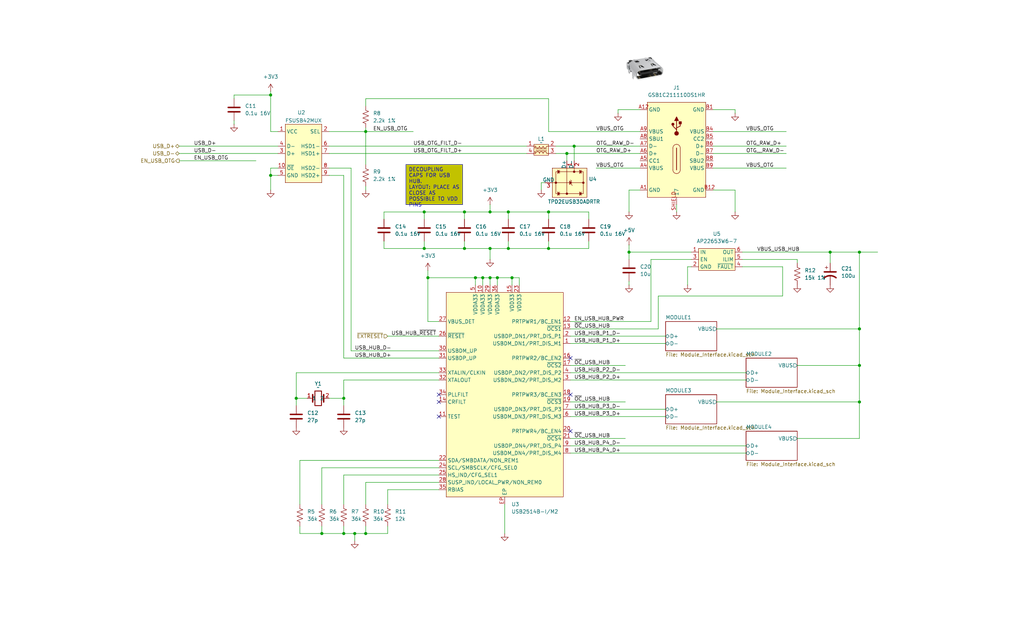
<source format=kicad_sch>
(kicad_sch
	(version 20250114)
	(generator "eeschema")
	(generator_version "9.0")
	(uuid "b1cec727-77d7-4b7a-87e1-53bc50d8b433")
	(paper "USLegal")
	
	(text_box "DECOUPLING CAPS FOR USB HUB.\nLAYOUT: PLACE AS CLOSE AS POSSIBLE TO VDD PINS\n"
		(exclude_from_sim no)
		(at 140.97 57.15 0)
		(size 19.685 13.97)
		(margins 0.9525 0.9525 0.9525 0.9525)
		(stroke
			(width 0)
			(type default)
		)
		(fill
			(type color)
			(color 194 194 0 1)
		)
		(effects
			(font
				(size 1.27 1.27)
			)
			(justify left top)
		)
		(uuid "7e8eac42-1167-4783-82e5-21c9ba97aff6")
	)
	(junction
		(at 298.45 114.3)
		(diameter 0)
		(color 0 0 0 0)
		(uuid "086a4caf-e41a-4e31-a59c-febdb67be85a")
	)
	(junction
		(at 190.5 86.36)
		(diameter 0)
		(color 0 0 0 0)
		(uuid "08cfd8ca-efb5-44c0-9592-6e45bee820e7")
	)
	(junction
		(at 288.29 87.63)
		(diameter 0)
		(color 0 0 0 0)
		(uuid "0f0170c4-bcfa-421e-8763-1224a5f27089")
	)
	(junction
		(at 111.76 185.42)
		(diameter 0)
		(color 0 0 0 0)
		(uuid "12f00abc-cdcd-4441-a5a8-a6b5917f5274")
	)
	(junction
		(at 218.44 87.63)
		(diameter 0)
		(color 0 0 0 0)
		(uuid "15891789-e8d8-4e34-a2f6-004dadca22ed")
	)
	(junction
		(at 93.98 33.02)
		(diameter 0)
		(color 0 0 0 0)
		(uuid "18918495-c3f7-46bd-b5de-77eb24078a43")
	)
	(junction
		(at 161.29 73.66)
		(diameter 0)
		(color 0 0 0 0)
		(uuid "1d06ccad-de62-4e22-9d54-39e6356bd9b0")
	)
	(junction
		(at 119.38 138.43)
		(diameter 0)
		(color 0 0 0 0)
		(uuid "311fd061-0f54-4ad9-b3ff-1a2c40e66375")
	)
	(junction
		(at 298.45 127)
		(diameter 0)
		(color 0 0 0 0)
		(uuid "373e3509-f33a-44e3-a42d-779a20ee530f")
	)
	(junction
		(at 148.59 96.52)
		(diameter 0)
		(color 0 0 0 0)
		(uuid "37ea5444-9e3f-4caf-8798-3f4bd8b3cb90")
	)
	(junction
		(at 170.18 73.66)
		(diameter 0)
		(color 0 0 0 0)
		(uuid "3a57b701-5309-4623-8fd6-fe44958fbd62")
	)
	(junction
		(at 127 185.42)
		(diameter 0)
		(color 0 0 0 0)
		(uuid "3e1e8f22-683f-40f4-97e0-f565c9eb576c")
	)
	(junction
		(at 147.32 73.66)
		(diameter 0)
		(color 0 0 0 0)
		(uuid "3fa3a812-7ab4-4e52-abb6-a041fa44fb9f")
	)
	(junction
		(at 176.53 73.66)
		(diameter 0)
		(color 0 0 0 0)
		(uuid "420302c6-4be8-49b4-a372-84a2f8f877ff")
	)
	(junction
		(at 298.45 139.7)
		(diameter 0)
		(color 0 0 0 0)
		(uuid "44ef6f1f-9041-4812-b81e-833f28d4c251")
	)
	(junction
		(at 123.19 185.42)
		(diameter 0)
		(color 0 0 0 0)
		(uuid "458692b3-e47c-4917-b5d1-6533816b148c")
	)
	(junction
		(at 172.72 96.52)
		(diameter 0)
		(color 0 0 0 0)
		(uuid "705dbb11-bc4d-42e0-81e5-116dc1a7badd")
	)
	(junction
		(at 176.53 86.36)
		(diameter 0)
		(color 0 0 0 0)
		(uuid "772da6bf-19d7-4a2a-9df5-4cca1aacfe74")
	)
	(junction
		(at 196.85 53.34)
		(diameter 0)
		(color 0 0 0 0)
		(uuid "774768b9-1c55-42d4-8fea-be9ce3634c32")
	)
	(junction
		(at 102.87 138.43)
		(diameter 0)
		(color 0 0 0 0)
		(uuid "8e4c57dc-b987-4f41-8e9c-928f4ad91c07")
	)
	(junction
		(at 93.98 60.96)
		(diameter 0)
		(color 0 0 0 0)
		(uuid "90324a5d-308b-4adc-a064-ca3dad72dee6")
	)
	(junction
		(at 199.39 50.8)
		(diameter 0)
		(color 0 0 0 0)
		(uuid "b482236a-0597-426e-844f-271ba3313c56")
	)
	(junction
		(at 167.64 96.52)
		(diameter 0)
		(color 0 0 0 0)
		(uuid "c14fa10a-eff5-419c-92c1-890544a5cb7e")
	)
	(junction
		(at 147.32 86.36)
		(diameter 0)
		(color 0 0 0 0)
		(uuid "c4e0a833-5d66-438a-aa7d-ca761e526b7e")
	)
	(junction
		(at 127 45.72)
		(diameter 0)
		(color 0 0 0 0)
		(uuid "c90e22dd-7244-4a44-ad1f-f912c0f9a594")
	)
	(junction
		(at 298.45 87.63)
		(diameter 0)
		(color 0 0 0 0)
		(uuid "ca01c2ab-201b-4689-8259-6354dad8d3cd")
	)
	(junction
		(at 119.38 185.42)
		(diameter 0)
		(color 0 0 0 0)
		(uuid "d2461fef-4a16-49ec-b86f-8c7dc54efa40")
	)
	(junction
		(at 177.8 96.52)
		(diameter 0)
		(color 0 0 0 0)
		(uuid "d7ddf102-e88e-41f5-be1d-1d2f15482a42")
	)
	(junction
		(at 170.18 86.36)
		(diameter 0)
		(color 0 0 0 0)
		(uuid "daa89c45-4829-4896-b909-91b9bc2a9946")
	)
	(junction
		(at 190.5 73.66)
		(diameter 0)
		(color 0 0 0 0)
		(uuid "e121a607-6c62-4a57-9830-ace136b435a4")
	)
	(junction
		(at 161.29 86.36)
		(diameter 0)
		(color 0 0 0 0)
		(uuid "e87ecb7b-848f-4724-a057-2cf26f1b1d43")
	)
	(junction
		(at 165.1 96.52)
		(diameter 0)
		(color 0 0 0 0)
		(uuid "f7ca2954-4505-4866-954b-851f588095c9")
	)
	(junction
		(at 170.18 96.52)
		(diameter 0)
		(color 0 0 0 0)
		(uuid "fc8d200d-7df2-40db-8b11-c2b9797b7e0d")
	)
	(no_connect
		(at 152.4 144.78)
		(uuid "000ffd4d-0916-4a28-92a3-9b9972c07b57")
	)
	(no_connect
		(at 198.12 137.16)
		(uuid "0743dd7c-f5da-44e3-a655-bd15d05e440a")
	)
	(no_connect
		(at 198.12 149.86)
		(uuid "1f7c72c7-af6d-4189-8c53-fb1f8e1abf2e")
	)
	(no_connect
		(at 152.4 137.16)
		(uuid "42ddbe27-ca57-4f46-88d5-9951bdbadc1d")
	)
	(no_connect
		(at 198.12 124.46)
		(uuid "4b4a5865-273a-4d0c-9d1f-a02e33324962")
	)
	(no_connect
		(at 152.4 139.7)
		(uuid "a224d00c-925a-4736-a392-986928039fa3")
	)
	(wire
		(pts
			(xy 193.04 53.34) (xy 196.85 53.34)
		)
		(stroke
			(width 0)
			(type default)
		)
		(uuid "04561830-6b1f-4ba2-b952-d5ffbcba136e")
	)
	(wire
		(pts
			(xy 81.28 43.18) (xy 81.28 41.91)
		)
		(stroke
			(width 0)
			(type default)
		)
		(uuid "08e994e3-12c3-43b2-9508-7709779547de")
	)
	(wire
		(pts
			(xy 152.4 129.54) (xy 102.87 129.54)
		)
		(stroke
			(width 0)
			(type default)
		)
		(uuid "0941a662-9807-42a2-a431-5502f1d3ce12")
	)
	(wire
		(pts
			(xy 207.01 58.42) (xy 222.25 58.42)
		)
		(stroke
			(width 0)
			(type default)
		)
		(uuid "096d18b0-36d9-475a-81fa-b4bb591c59a6")
	)
	(wire
		(pts
			(xy 234.95 71.12) (xy 234.95 73.66)
		)
		(stroke
			(width 0)
			(type default)
		)
		(uuid "099ac630-5c99-4660-b25f-5a7d968aa635")
	)
	(wire
		(pts
			(xy 114.3 53.34) (xy 182.88 53.34)
		)
		(stroke
			(width 0)
			(type default)
		)
		(uuid "0a5d0c1d-8f86-4a0c-b6eb-77d633e99c43")
	)
	(wire
		(pts
			(xy 298.45 114.3) (xy 298.45 127)
		)
		(stroke
			(width 0)
			(type default)
		)
		(uuid "0af32758-9a9d-4678-a0ac-304c8ff9494f")
	)
	(wire
		(pts
			(xy 247.65 38.1) (xy 255.27 38.1)
		)
		(stroke
			(width 0)
			(type default)
		)
		(uuid "0c2ae087-8be5-4338-97a6-c589d1743df0")
	)
	(wire
		(pts
			(xy 199.39 50.8) (xy 199.39 55.88)
		)
		(stroke
			(width 0)
			(type default)
		)
		(uuid "0cc4b370-682b-487c-a002-64f6536e58d8")
	)
	(wire
		(pts
			(xy 127 45.72) (xy 143.51 45.72)
		)
		(stroke
			(width 0)
			(type default)
		)
		(uuid "0e236d1f-1255-4553-a85f-3555a59557fe")
	)
	(wire
		(pts
			(xy 93.98 60.96) (xy 93.98 66.04)
		)
		(stroke
			(width 0)
			(type default)
		)
		(uuid "0fe8970a-2c9d-4c69-8765-0c4673a35ae3")
	)
	(wire
		(pts
			(xy 176.53 73.66) (xy 176.53 76.2)
		)
		(stroke
			(width 0)
			(type default)
		)
		(uuid "121eee50-381c-473c-9cc6-52920c4abe73")
	)
	(wire
		(pts
			(xy 93.98 31.75) (xy 93.98 33.02)
		)
		(stroke
			(width 0)
			(type default)
		)
		(uuid "13f1f4f8-da7e-4abf-af36-b2f56d69dffa")
	)
	(wire
		(pts
			(xy 193.04 50.8) (xy 199.39 50.8)
		)
		(stroke
			(width 0)
			(type default)
		)
		(uuid "1504e1d7-901d-4229-ac6e-3ad09ac22a02")
	)
	(wire
		(pts
			(xy 93.98 60.96) (xy 96.52 60.96)
		)
		(stroke
			(width 0)
			(type default)
		)
		(uuid "15aa3a95-18a1-4e5e-a029-976fbbd91649")
	)
	(wire
		(pts
			(xy 62.23 55.88) (xy 88.9 55.88)
		)
		(stroke
			(width 0)
			(type default)
		)
		(uuid "1754162e-ae5b-4dd3-b3af-95817210cdfd")
	)
	(wire
		(pts
			(xy 218.44 90.17) (xy 218.44 87.63)
		)
		(stroke
			(width 0)
			(type default)
		)
		(uuid "17dd0d4f-ea5b-4759-b1dd-b8c1a8f5d230")
	)
	(wire
		(pts
			(xy 119.38 60.96) (xy 119.38 124.46)
		)
		(stroke
			(width 0)
			(type default)
		)
		(uuid "17def084-0cb2-4736-bcb4-90182b8366a0")
	)
	(wire
		(pts
			(xy 218.44 87.63) (xy 240.03 87.63)
		)
		(stroke
			(width 0)
			(type default)
		)
		(uuid "19156af2-60f5-48cf-a0a8-4ee4a2046819")
	)
	(wire
		(pts
			(xy 133.35 76.2) (xy 133.35 73.66)
		)
		(stroke
			(width 0)
			(type default)
		)
		(uuid "1b7cd392-0bdf-4d58-9d05-5ed078057350")
	)
	(wire
		(pts
			(xy 134.62 175.26) (xy 134.62 170.18)
		)
		(stroke
			(width 0)
			(type default)
		)
		(uuid "1e73a5cf-284b-459a-a97e-84a82c6170b2")
	)
	(wire
		(pts
			(xy 167.64 96.52) (xy 165.1 96.52)
		)
		(stroke
			(width 0)
			(type default)
		)
		(uuid "1e75a94b-af5e-402e-b690-aecd183e87e5")
	)
	(wire
		(pts
			(xy 298.45 87.63) (xy 298.45 114.3)
		)
		(stroke
			(width 0)
			(type default)
		)
		(uuid "1f663dfb-b022-4441-ac62-ea1691456952")
	)
	(wire
		(pts
			(xy 190.5 73.66) (xy 190.5 76.2)
		)
		(stroke
			(width 0)
			(type default)
		)
		(uuid "21a73dd4-ffaf-4d1f-8d9a-12809678a003")
	)
	(wire
		(pts
			(xy 214.63 38.1) (xy 222.25 38.1)
		)
		(stroke
			(width 0)
			(type default)
		)
		(uuid "23e7c50b-6e38-41d5-8421-dd9dc1e3cae5")
	)
	(wire
		(pts
			(xy 176.53 83.82) (xy 176.53 86.36)
		)
		(stroke
			(width 0)
			(type default)
		)
		(uuid "247c7916-a32e-457a-b2d2-d77ca42b83f3")
	)
	(wire
		(pts
			(xy 119.38 165.1) (xy 152.4 165.1)
		)
		(stroke
			(width 0)
			(type default)
		)
		(uuid "24adab6e-99b4-426c-be33-fe9fefea94d6")
	)
	(wire
		(pts
			(xy 177.8 96.52) (xy 177.8 99.06)
		)
		(stroke
			(width 0)
			(type default)
		)
		(uuid "276891f8-07c9-4a4f-9614-0ae0f058b51a")
	)
	(wire
		(pts
			(xy 152.4 132.08) (xy 119.38 132.08)
		)
		(stroke
			(width 0)
			(type default)
		)
		(uuid "28354146-8f4f-41fc-8501-822ebd86f013")
	)
	(wire
		(pts
			(xy 134.62 170.18) (xy 152.4 170.18)
		)
		(stroke
			(width 0)
			(type default)
		)
		(uuid "283e9490-9179-4e0d-b470-8264c5de2451")
	)
	(wire
		(pts
			(xy 161.29 73.66) (xy 161.29 76.2)
		)
		(stroke
			(width 0)
			(type default)
		)
		(uuid "2abf3ad4-d560-4bc4-a953-84f7404907bf")
	)
	(wire
		(pts
			(xy 190.5 45.72) (xy 190.5 34.29)
		)
		(stroke
			(width 0)
			(type default)
		)
		(uuid "2af4efe4-e408-415d-9660-69b3ce47f837")
	)
	(wire
		(pts
			(xy 81.28 34.29) (xy 81.28 33.02)
		)
		(stroke
			(width 0)
			(type default)
		)
		(uuid "2cea9b51-14ec-4381-9513-685f2e3c3948")
	)
	(wire
		(pts
			(xy 102.87 140.97) (xy 102.87 138.43)
		)
		(stroke
			(width 0)
			(type default)
		)
		(uuid "2f7febc3-1637-4284-913c-fec6207699d6")
	)
	(wire
		(pts
			(xy 127 45.72) (xy 127 57.15)
		)
		(stroke
			(width 0)
			(type default)
		)
		(uuid "31befd2f-00e0-459d-a06e-7f0ab1b6e156")
	)
	(wire
		(pts
			(xy 104.14 160.02) (xy 152.4 160.02)
		)
		(stroke
			(width 0)
			(type default)
		)
		(uuid "3359547a-c922-4b73-af06-6a86f921e24e")
	)
	(wire
		(pts
			(xy 198.12 152.4) (xy 217.17 152.4)
		)
		(stroke
			(width 0)
			(type default)
		)
		(uuid "3422f1af-7b00-4ae9-a0ee-fc7c753787b8")
	)
	(wire
		(pts
			(xy 198.12 114.3) (xy 228.6 114.3)
		)
		(stroke
			(width 0)
			(type default)
		)
		(uuid "343ce307-8848-4eb9-b09e-20e87a7de983")
	)
	(wire
		(pts
			(xy 111.76 175.26) (xy 111.76 162.56)
		)
		(stroke
			(width 0)
			(type default)
		)
		(uuid "354f5858-b653-46e3-bda6-0fb580d5c1f3")
	)
	(wire
		(pts
			(xy 198.12 154.94) (xy 259.08 154.94)
		)
		(stroke
			(width 0)
			(type default)
		)
		(uuid "35c28ca5-d6dd-4590-8112-27a008de3ade")
	)
	(wire
		(pts
			(xy 152.4 111.76) (xy 148.59 111.76)
		)
		(stroke
			(width 0)
			(type default)
		)
		(uuid "363dd692-d2e4-4766-b3e5-76fea85accb2")
	)
	(wire
		(pts
			(xy 127 182.88) (xy 127 185.42)
		)
		(stroke
			(width 0)
			(type default)
		)
		(uuid "3692d590-5828-4020-ba8f-feeab750b6fc")
	)
	(wire
		(pts
			(xy 180.34 96.52) (xy 180.34 99.06)
		)
		(stroke
			(width 0)
			(type default)
		)
		(uuid "39152c17-5c49-4604-b89e-740833c3af88")
	)
	(wire
		(pts
			(xy 121.92 58.42) (xy 121.92 121.92)
		)
		(stroke
			(width 0)
			(type default)
		)
		(uuid "47a1451e-8a07-4ba8-9b33-e6be1e11db87")
	)
	(wire
		(pts
			(xy 133.35 86.36) (xy 147.32 86.36)
		)
		(stroke
			(width 0)
			(type default)
		)
		(uuid "4843d812-b91c-4f27-b8e6-5689db0f700c")
	)
	(wire
		(pts
			(xy 147.32 73.66) (xy 147.32 76.2)
		)
		(stroke
			(width 0)
			(type default)
		)
		(uuid "4b67b342-d6df-45cd-8fc8-a83a8c662b06")
	)
	(wire
		(pts
			(xy 198.12 116.84) (xy 231.14 116.84)
		)
		(stroke
			(width 0)
			(type default)
		)
		(uuid "4bd96431-c555-4b9f-be27-f475b2b6309f")
	)
	(wire
		(pts
			(xy 199.39 50.8) (xy 222.25 50.8)
		)
		(stroke
			(width 0)
			(type default)
		)
		(uuid "4e874357-430e-4dfc-971f-aa6ad4fd73c6")
	)
	(wire
		(pts
			(xy 104.14 175.26) (xy 104.14 160.02)
		)
		(stroke
			(width 0)
			(type default)
		)
		(uuid "5051093d-af80-49f8-968d-77ed88eca2a9")
	)
	(wire
		(pts
			(xy 170.18 86.36) (xy 176.53 86.36)
		)
		(stroke
			(width 0)
			(type default)
		)
		(uuid "50c13120-d150-4a88-8c60-5bf8732890c5")
	)
	(wire
		(pts
			(xy 170.18 86.36) (xy 170.18 90.17)
		)
		(stroke
			(width 0)
			(type default)
		)
		(uuid "50d43e6c-c79b-4b5c-b408-3b9e39a35b74")
	)
	(wire
		(pts
			(xy 102.87 138.43) (xy 106.68 138.43)
		)
		(stroke
			(width 0)
			(type default)
		)
		(uuid "5318f23b-5c52-4c83-b00b-5859224220f6")
	)
	(wire
		(pts
			(xy 196.85 53.34) (xy 196.85 55.88)
		)
		(stroke
			(width 0)
			(type default)
		)
		(uuid "535bbc4d-1903-48aa-9334-a54cc5ed57bf")
	)
	(wire
		(pts
			(xy 96.52 58.42) (xy 93.98 58.42)
		)
		(stroke
			(width 0)
			(type default)
		)
		(uuid "592a8c54-fd2f-4fad-a45b-6967482d1cc1")
	)
	(wire
		(pts
			(xy 190.5 34.29) (xy 127 34.29)
		)
		(stroke
			(width 0)
			(type default)
		)
		(uuid "59df5f82-dbb2-4af6-a599-9d03e4e9cd6d")
	)
	(wire
		(pts
			(xy 127 167.64) (xy 152.4 167.64)
		)
		(stroke
			(width 0)
			(type default)
		)
		(uuid "5ae3ed3e-ca93-41f5-b9c2-1604ef434c6f")
	)
	(wire
		(pts
			(xy 190.5 73.66) (xy 204.47 73.66)
		)
		(stroke
			(width 0)
			(type default)
		)
		(uuid "60acb221-99ef-47e7-9e1a-75d9ec64fd46")
	)
	(wire
		(pts
			(xy 165.1 96.52) (xy 165.1 99.06)
		)
		(stroke
			(width 0)
			(type default)
		)
		(uuid "6a4c15af-b391-4ec5-9e94-ffd781ede151")
	)
	(wire
		(pts
			(xy 147.32 83.82) (xy 147.32 86.36)
		)
		(stroke
			(width 0)
			(type default)
		)
		(uuid "6ab4faf1-f041-4d16-b69a-aa3aa67ff5c6")
	)
	(wire
		(pts
			(xy 133.35 73.66) (xy 147.32 73.66)
		)
		(stroke
			(width 0)
			(type default)
		)
		(uuid "6b03c510-0d4a-443d-be81-f9202b44628a")
	)
	(wire
		(pts
			(xy 167.64 96.52) (xy 167.64 99.06)
		)
		(stroke
			(width 0)
			(type default)
		)
		(uuid "6d3b0cdb-4c17-4dcb-8638-7d73331f7e87")
	)
	(wire
		(pts
			(xy 121.92 121.92) (xy 152.4 121.92)
		)
		(stroke
			(width 0)
			(type default)
		)
		(uuid "6daca26e-5912-4a7f-b0a0-0b00356cbaed")
	)
	(wire
		(pts
			(xy 119.38 185.42) (xy 123.19 185.42)
		)
		(stroke
			(width 0)
			(type default)
		)
		(uuid "6eed6774-d225-4d42-9768-01daaa8f31e1")
	)
	(wire
		(pts
			(xy 111.76 185.42) (xy 119.38 185.42)
		)
		(stroke
			(width 0)
			(type default)
		)
		(uuid "6fa286c5-91de-4382-8ce3-6acb768fb958")
	)
	(wire
		(pts
			(xy 187.96 63.5) (xy 189.23 63.5)
		)
		(stroke
			(width 0)
			(type default)
		)
		(uuid "75b02b45-cd0f-4523-8d1f-8be093aafc6c")
	)
	(wire
		(pts
			(xy 204.47 86.36) (xy 204.47 83.82)
		)
		(stroke
			(width 0)
			(type default)
		)
		(uuid "774cfad5-8585-4713-a862-942c11526d68")
	)
	(wire
		(pts
			(xy 134.62 116.84) (xy 152.4 116.84)
		)
		(stroke
			(width 0)
			(type default)
		)
		(uuid "79021e9f-41d5-45fd-9185-7e730b263471")
	)
	(wire
		(pts
			(xy 288.29 87.63) (xy 298.45 87.63)
		)
		(stroke
			(width 0)
			(type default)
		)
		(uuid "7a05749a-ede3-4098-9de5-55bb204214db")
	)
	(wire
		(pts
			(xy 226.06 111.76) (xy 226.06 90.17)
		)
		(stroke
			(width 0)
			(type default)
		)
		(uuid "7c4e4ac7-70ff-473c-bd95-27b2d9163f66")
	)
	(wire
		(pts
			(xy 218.44 85.09) (xy 218.44 87.63)
		)
		(stroke
			(width 0)
			(type default)
		)
		(uuid "7e686d82-8ffe-4bef-84fe-4379c252097d")
	)
	(wire
		(pts
			(xy 127 185.42) (xy 134.62 185.42)
		)
		(stroke
			(width 0)
			(type default)
		)
		(uuid "7f195f2b-178c-47a8-b20f-79d7006047aa")
	)
	(wire
		(pts
			(xy 93.98 45.72) (xy 96.52 45.72)
		)
		(stroke
			(width 0)
			(type default)
		)
		(uuid "7fbeeb80-5dcc-40f0-a127-ae187f20bd23")
	)
	(wire
		(pts
			(xy 228.6 114.3) (xy 228.6 102.87)
		)
		(stroke
			(width 0)
			(type default)
		)
		(uuid "8205d4da-b6d9-44fd-abbf-3fd51364ca1a")
	)
	(wire
		(pts
			(xy 298.45 87.63) (xy 304.8 87.63)
		)
		(stroke
			(width 0)
			(type default)
		)
		(uuid "82dbe6a5-b6ad-4acf-8193-0444d2b1794a")
	)
	(wire
		(pts
			(xy 298.45 127) (xy 298.45 139.7)
		)
		(stroke
			(width 0)
			(type default)
		)
		(uuid "8322b994-d935-40db-97c3-bc629e0622d2")
	)
	(wire
		(pts
			(xy 147.32 73.66) (xy 161.29 73.66)
		)
		(stroke
			(width 0)
			(type default)
		)
		(uuid "8586bd4f-f0b1-407b-b963-935692f780f1")
	)
	(wire
		(pts
			(xy 198.12 132.08) (xy 259.08 132.08)
		)
		(stroke
			(width 0)
			(type default)
		)
		(uuid "85bae380-d8bc-4410-ba3d-f465dc83e171")
	)
	(wire
		(pts
			(xy 134.62 185.42) (xy 134.62 182.88)
		)
		(stroke
			(width 0)
			(type default)
		)
		(uuid "882b5bef-29d0-41e7-b43e-f06e4e565954")
	)
	(wire
		(pts
			(xy 119.38 182.88) (xy 119.38 185.42)
		)
		(stroke
			(width 0)
			(type default)
		)
		(uuid "88563149-c4a1-4dcf-a632-976aeecc4889")
	)
	(wire
		(pts
			(xy 187.96 66.04) (xy 187.96 63.5)
		)
		(stroke
			(width 0)
			(type default)
		)
		(uuid "8a8bbe90-059d-45c5-b270-9959f242b579")
	)
	(wire
		(pts
			(xy 214.63 39.37) (xy 214.63 38.1)
		)
		(stroke
			(width 0)
			(type default)
		)
		(uuid "8d25ed9c-6022-42b4-92b7-6ede030d9fb0")
	)
	(wire
		(pts
			(xy 102.87 129.54) (xy 102.87 138.43)
		)
		(stroke
			(width 0)
			(type default)
		)
		(uuid "913827d4-4824-4245-8bfd-d8f5c1c25e19")
	)
	(wire
		(pts
			(xy 170.18 73.66) (xy 176.53 73.66)
		)
		(stroke
			(width 0)
			(type default)
		)
		(uuid "937a65ca-fcd4-4327-8038-13120b342cf3")
	)
	(wire
		(pts
			(xy 255.27 73.66) (xy 255.27 66.04)
		)
		(stroke
			(width 0)
			(type default)
		)
		(uuid "9622af92-b7ce-4902-9e59-cccc0f09b41a")
	)
	(wire
		(pts
			(xy 196.85 53.34) (xy 222.25 53.34)
		)
		(stroke
			(width 0)
			(type default)
		)
		(uuid "9795c8f7-7477-4e60-ac82-77c2fc77c50c")
	)
	(wire
		(pts
			(xy 198.12 144.78) (xy 231.14 144.78)
		)
		(stroke
			(width 0)
			(type default)
		)
		(uuid "97da9af3-e2ec-4f80-817e-7451a78ac8bb")
	)
	(wire
		(pts
			(xy 198.12 142.24) (xy 231.14 142.24)
		)
		(stroke
			(width 0)
			(type default)
		)
		(uuid "981dfadb-8d34-484e-86da-0384cbc0bcf1")
	)
	(wire
		(pts
			(xy 271.78 102.87) (xy 271.78 92.71)
		)
		(stroke
			(width 0)
			(type default)
		)
		(uuid "9847e395-d98d-41cd-9043-17dc03cc9975")
	)
	(wire
		(pts
			(xy 147.32 86.36) (xy 161.29 86.36)
		)
		(stroke
			(width 0)
			(type default)
		)
		(uuid "9d0ca2d8-ef6f-4239-998d-e3e90701631d")
	)
	(wire
		(pts
			(xy 288.29 87.63) (xy 288.29 91.44)
		)
		(stroke
			(width 0)
			(type default)
		)
		(uuid "9d64468f-67a9-4c62-9d3f-166f6ba62004")
	)
	(wire
		(pts
			(xy 127 64.77) (xy 127 66.04)
		)
		(stroke
			(width 0)
			(type default)
		)
		(uuid "9e844643-134b-4334-8653-26b90f8ebc09")
	)
	(wire
		(pts
			(xy 148.59 93.98) (xy 148.59 96.52)
		)
		(stroke
			(width 0)
			(type default)
		)
		(uuid "a24788c9-32a2-4aa0-b39d-9bfa8b867285")
	)
	(wire
		(pts
			(xy 175.26 175.26) (xy 175.26 185.42)
		)
		(stroke
			(width 0)
			(type default)
		)
		(uuid "a621d1f8-21fc-4a2b-a944-ccc0c6dd4767")
	)
	(wire
		(pts
			(xy 247.65 50.8) (xy 273.05 50.8)
		)
		(stroke
			(width 0)
			(type default)
		)
		(uuid "a748025c-47e9-4cc4-96fa-6f43e245a7f5")
	)
	(wire
		(pts
			(xy 198.12 129.54) (xy 259.08 129.54)
		)
		(stroke
			(width 0)
			(type default)
		)
		(uuid "a8b15e31-b937-428f-8a74-1cc593d54ad2")
	)
	(wire
		(pts
			(xy 248.92 139.7) (xy 298.45 139.7)
		)
		(stroke
			(width 0)
			(type default)
		)
		(uuid "a904780f-bbae-4f86-920b-6f93d267512a")
	)
	(wire
		(pts
			(xy 238.76 92.71) (xy 240.03 92.71)
		)
		(stroke
			(width 0)
			(type default)
		)
		(uuid "a98a72f0-ab1f-4aa3-b2b3-69c3865ef151")
	)
	(wire
		(pts
			(xy 198.12 111.76) (xy 226.06 111.76)
		)
		(stroke
			(width 0)
			(type default)
		)
		(uuid "ab6bb9d7-e72a-41d8-a4ce-bc8ae87366eb")
	)
	(wire
		(pts
			(xy 247.65 45.72) (xy 273.05 45.72)
		)
		(stroke
			(width 0)
			(type default)
		)
		(uuid "ae5c9b6f-f321-4159-9126-ba620c972ffd")
	)
	(wire
		(pts
			(xy 276.86 90.17) (xy 276.86 91.44)
		)
		(stroke
			(width 0)
			(type default)
		)
		(uuid "aea90096-10da-4d71-9ec7-ed23bec04a1a")
	)
	(wire
		(pts
			(xy 218.44 66.04) (xy 222.25 66.04)
		)
		(stroke
			(width 0)
			(type default)
		)
		(uuid "af61e549-01aa-419c-b3ae-f86d11ccbaa6")
	)
	(wire
		(pts
			(xy 247.65 66.04) (xy 255.27 66.04)
		)
		(stroke
			(width 0)
			(type default)
		)
		(uuid "b0d1d9d9-a89b-4355-9a1c-ef7185eda647")
	)
	(wire
		(pts
			(xy 114.3 45.72) (xy 127 45.72)
		)
		(stroke
			(width 0)
			(type default)
		)
		(uuid "b2ebcdf9-efc2-470a-be83-d644488527c9")
	)
	(wire
		(pts
			(xy 123.19 185.42) (xy 127 185.42)
		)
		(stroke
			(width 0)
			(type default)
		)
		(uuid "b3d6f243-499f-4f90-a085-260492d27b09")
	)
	(wire
		(pts
			(xy 127 44.45) (xy 127 45.72)
		)
		(stroke
			(width 0)
			(type default)
		)
		(uuid "b42e16a6-ad33-4351-a155-25d2b0fb8e47")
	)
	(wire
		(pts
			(xy 111.76 182.88) (xy 111.76 185.42)
		)
		(stroke
			(width 0)
			(type default)
		)
		(uuid "b4dce48d-01e4-424b-9756-0925f28eda8b")
	)
	(wire
		(pts
			(xy 176.53 86.36) (xy 190.5 86.36)
		)
		(stroke
			(width 0)
			(type default)
		)
		(uuid "b4f3f031-d20f-4362-95a3-4c8da5dbc4a2")
	)
	(wire
		(pts
			(xy 104.14 185.42) (xy 111.76 185.42)
		)
		(stroke
			(width 0)
			(type default)
		)
		(uuid "b5775545-89d7-434c-8a50-336fd2490e3b")
	)
	(wire
		(pts
			(xy 204.47 73.66) (xy 204.47 76.2)
		)
		(stroke
			(width 0)
			(type default)
		)
		(uuid "b5e9ab6f-4bec-498b-a0ac-6ba17ec19b90")
	)
	(wire
		(pts
			(xy 172.72 96.52) (xy 172.72 99.06)
		)
		(stroke
			(width 0)
			(type default)
		)
		(uuid "b74d5c2e-3f09-46e4-9bd2-88c062ccd555")
	)
	(wire
		(pts
			(xy 257.81 90.17) (xy 276.86 90.17)
		)
		(stroke
			(width 0)
			(type default)
		)
		(uuid "ba554a95-9d21-41aa-b643-26ea014e029e")
	)
	(wire
		(pts
			(xy 247.65 58.42) (xy 273.05 58.42)
		)
		(stroke
			(width 0)
			(type default)
		)
		(uuid "bd0115dc-0aa9-42a3-ac84-dd0a2546d1d0")
	)
	(wire
		(pts
			(xy 161.29 73.66) (xy 170.18 73.66)
		)
		(stroke
			(width 0)
			(type default)
		)
		(uuid "bd388b65-86d1-402e-b27c-ceff4b71a309")
	)
	(wire
		(pts
			(xy 123.19 185.42) (xy 123.19 187.96)
		)
		(stroke
			(width 0)
			(type default)
		)
		(uuid "bd8808f6-27b7-49b0-9bb2-19b12dbd785f")
	)
	(wire
		(pts
			(xy 167.64 96.52) (xy 170.18 96.52)
		)
		(stroke
			(width 0)
			(type default)
		)
		(uuid "bf2bd2e6-f3fe-4de1-b2bb-b899e6eea7b9")
	)
	(wire
		(pts
			(xy 276.86 127) (xy 298.45 127)
		)
		(stroke
			(width 0)
			(type default)
		)
		(uuid "bf37287a-1c87-48ae-b855-b569b9077308")
	)
	(wire
		(pts
			(xy 170.18 96.52) (xy 172.72 96.52)
		)
		(stroke
			(width 0)
			(type default)
		)
		(uuid "c51d66d8-7db3-4b83-8317-a999c3bd0f0a")
	)
	(wire
		(pts
			(xy 257.81 92.71) (xy 271.78 92.71)
		)
		(stroke
			(width 0)
			(type default)
		)
		(uuid "c5a0c949-4952-4802-9dde-d1603269b828")
	)
	(wire
		(pts
			(xy 111.76 162.56) (xy 152.4 162.56)
		)
		(stroke
			(width 0)
			(type default)
		)
		(uuid "c5ce8703-7222-4d72-a65c-08b84d067e13")
	)
	(wire
		(pts
			(xy 93.98 58.42) (xy 93.98 60.96)
		)
		(stroke
			(width 0)
			(type default)
		)
		(uuid "ca06bf74-8019-4ae3-9f5f-89b4185c36b0")
	)
	(wire
		(pts
			(xy 226.06 90.17) (xy 240.03 90.17)
		)
		(stroke
			(width 0)
			(type default)
		)
		(uuid "cc4aeb55-d3af-488d-b28e-2308f23f9b99")
	)
	(wire
		(pts
			(xy 148.59 111.76) (xy 148.59 96.52)
		)
		(stroke
			(width 0)
			(type default)
		)
		(uuid "ccf8b443-c467-402c-a385-336df67a9a4e")
	)
	(wire
		(pts
			(xy 119.38 138.43) (xy 119.38 140.97)
		)
		(stroke
			(width 0)
			(type default)
		)
		(uuid "ce2380b3-5d24-4005-9ec9-5ede30ef1ea1")
	)
	(wire
		(pts
			(xy 119.38 175.26) (xy 119.38 165.1)
		)
		(stroke
			(width 0)
			(type default)
		)
		(uuid "d51d814c-a2aa-41d2-8614-1d556fa3e164")
	)
	(wire
		(pts
			(xy 247.65 53.34) (xy 273.05 53.34)
		)
		(stroke
			(width 0)
			(type default)
		)
		(uuid "d8daf47c-3811-4b74-9c93-fd1b446b2589")
	)
	(wire
		(pts
			(xy 198.12 157.48) (xy 259.08 157.48)
		)
		(stroke
			(width 0)
			(type default)
		)
		(uuid "d8fc89c2-797d-40bc-8d26-1a5e14815ce0")
	)
	(wire
		(pts
			(xy 198.12 139.7) (xy 217.17 139.7)
		)
		(stroke
			(width 0)
			(type default)
		)
		(uuid "d962ea58-9954-4cd2-b662-b2618c5f387d")
	)
	(wire
		(pts
			(xy 172.72 96.52) (xy 177.8 96.52)
		)
		(stroke
			(width 0)
			(type default)
		)
		(uuid "dad87e8c-6bc8-4545-af09-a308609a7828")
	)
	(wire
		(pts
			(xy 218.44 73.66) (xy 218.44 66.04)
		)
		(stroke
			(width 0)
			(type default)
		)
		(uuid "db8c9f4f-6496-42c1-b99e-a0b10c4dda2e")
	)
	(wire
		(pts
			(xy 127 175.26) (xy 127 167.64)
		)
		(stroke
			(width 0)
			(type default)
		)
		(uuid "de007728-473b-4e1b-a050-af676a98aeee")
	)
	(wire
		(pts
			(xy 62.23 50.8) (xy 96.52 50.8)
		)
		(stroke
			(width 0)
			(type default)
		)
		(uuid "deed8de2-db31-4e5c-bc79-54d8e1c59ffe")
	)
	(wire
		(pts
			(xy 93.98 33.02) (xy 93.98 45.72)
		)
		(stroke
			(width 0)
			(type default)
		)
		(uuid "df847cd0-c20f-45b2-9de3-f872a619e020")
	)
	(wire
		(pts
			(xy 161.29 83.82) (xy 161.29 86.36)
		)
		(stroke
			(width 0)
			(type default)
		)
		(uuid "df8cba9d-8b0e-4115-914a-d00b96d67e09")
	)
	(wire
		(pts
			(xy 161.29 86.36) (xy 170.18 86.36)
		)
		(stroke
			(width 0)
			(type default)
		)
		(uuid "e04b4f6f-d9a9-4762-8ea3-6b035d89bf3f")
	)
	(wire
		(pts
			(xy 176.53 73.66) (xy 190.5 73.66)
		)
		(stroke
			(width 0)
			(type default)
		)
		(uuid "e18a5d2a-0db4-4b0f-945c-7a7ac3d54cda")
	)
	(wire
		(pts
			(xy 228.6 102.87) (xy 271.78 102.87)
		)
		(stroke
			(width 0)
			(type default)
		)
		(uuid "e326ebc6-94f3-4c3b-bb0f-4964621b8200")
	)
	(wire
		(pts
			(xy 114.3 138.43) (xy 119.38 138.43)
		)
		(stroke
			(width 0)
			(type default)
		)
		(uuid "e3e2be2c-9e29-4f13-9a2e-90b059be6093")
	)
	(wire
		(pts
			(xy 104.14 182.88) (xy 104.14 185.42)
		)
		(stroke
			(width 0)
			(type default)
		)
		(uuid "e4e4ad3d-5805-4ab1-8e40-587f14dc7f1c")
	)
	(wire
		(pts
			(xy 119.38 124.46) (xy 152.4 124.46)
		)
		(stroke
			(width 0)
			(type default)
		)
		(uuid "e53a9f4f-fb66-4444-86bd-1a1503eb7a3b")
	)
	(wire
		(pts
			(xy 114.3 60.96) (xy 119.38 60.96)
		)
		(stroke
			(width 0)
			(type default)
		)
		(uuid "e602e180-1684-4405-b519-034b69e3a50b")
	)
	(wire
		(pts
			(xy 190.5 83.82) (xy 190.5 86.36)
		)
		(stroke
			(width 0)
			(type default)
		)
		(uuid "e6bdf2fd-a643-4ffb-aa27-db819bcb05c2")
	)
	(wire
		(pts
			(xy 81.28 33.02) (xy 93.98 33.02)
		)
		(stroke
			(width 0)
			(type default)
		)
		(uuid "e78665b3-2a23-4f0a-81e8-9d868933d9fa")
	)
	(wire
		(pts
			(xy 170.18 71.12) (xy 170.18 73.66)
		)
		(stroke
			(width 0)
			(type default)
		)
		(uuid "e7e6f9ac-5278-400c-9442-2edc6df572e7")
	)
	(wire
		(pts
			(xy 255.27 39.37) (xy 255.27 38.1)
		)
		(stroke
			(width 0)
			(type default)
		)
		(uuid "e8bf05e2-93da-472b-95b5-b9a574088a6d")
	)
	(wire
		(pts
			(xy 133.35 83.82) (xy 133.35 86.36)
		)
		(stroke
			(width 0)
			(type default)
		)
		(uuid "e904b08e-64d1-40f7-ae4a-a3225d880124")
	)
	(wire
		(pts
			(xy 148.59 96.52) (xy 165.1 96.52)
		)
		(stroke
			(width 0)
			(type default)
		)
		(uuid "e92bd7c7-533e-4cb4-901d-ee00935bcc64")
	)
	(wire
		(pts
			(xy 114.3 50.8) (xy 182.88 50.8)
		)
		(stroke
			(width 0)
			(type default)
		)
		(uuid "e9724d31-fd3a-4ec8-98ee-3c78c6d7dc2a")
	)
	(wire
		(pts
			(xy 198.12 127) (xy 217.17 127)
		)
		(stroke
			(width 0)
			(type default)
		)
		(uuid "ed57758a-38de-4d76-a92e-ca1f06551fad")
	)
	(wire
		(pts
			(xy 238.76 99.06) (xy 238.76 92.71)
		)
		(stroke
			(width 0)
			(type default)
		)
		(uuid "eef993bb-bb88-47dc-9cb9-cfdaf19df6e0")
	)
	(wire
		(pts
			(xy 257.81 87.63) (xy 288.29 87.63)
		)
		(stroke
			(width 0)
			(type default)
		)
		(uuid "efe1c7ef-7aaa-4848-b37b-92315d36c1d8")
	)
	(wire
		(pts
			(xy 248.92 114.3) (xy 298.45 114.3)
		)
		(stroke
			(width 0)
			(type default)
		)
		(uuid "f161a17a-6a9c-46a2-aca4-f98324ecaf3e")
	)
	(wire
		(pts
			(xy 127 34.29) (xy 127 36.83)
		)
		(stroke
			(width 0)
			(type default)
		)
		(uuid "f426594e-a9a4-4fd7-9da8-6e73ec42ea39")
	)
	(wire
		(pts
			(xy 298.45 139.7) (xy 298.45 152.4)
		)
		(stroke
			(width 0)
			(type default)
		)
		(uuid "f498acc1-09e1-4558-84f2-3c76201ba4ce")
	)
	(wire
		(pts
			(xy 190.5 45.72) (xy 222.25 45.72)
		)
		(stroke
			(width 0)
			(type default)
		)
		(uuid "f700e8f9-535a-4b8b-b340-2888e102e7c8")
	)
	(wire
		(pts
			(xy 218.44 97.79) (xy 218.44 99.06)
		)
		(stroke
			(width 0)
			(type default)
		)
		(uuid "fb52762a-f843-46f5-b792-01cf88147ebe")
	)
	(wire
		(pts
			(xy 170.18 96.52) (xy 170.18 99.06)
		)
		(stroke
			(width 0)
			(type default)
		)
		(uuid "fbda5a95-c3bc-4d77-8987-7d8430f53bee")
	)
	(wire
		(pts
			(xy 198.12 119.38) (xy 231.14 119.38)
		)
		(stroke
			(width 0)
			(type default)
		)
		(uuid "fc1c6de7-170b-419c-b570-e980da9e9a48")
	)
	(wire
		(pts
			(xy 119.38 132.08) (xy 119.38 138.43)
		)
		(stroke
			(width 0)
			(type default)
		)
		(uuid "fc88f9ff-e4ec-4ba4-a077-6222e6217679")
	)
	(wire
		(pts
			(xy 177.8 96.52) (xy 180.34 96.52)
		)
		(stroke
			(width 0)
			(type default)
		)
		(uuid "fd85ef46-ff04-45bb-b55b-d2d76a2d1d47")
	)
	(wire
		(pts
			(xy 190.5 86.36) (xy 204.47 86.36)
		)
		(stroke
			(width 0)
			(type default)
		)
		(uuid "fd9f91b8-c71b-456a-9213-e9b5cd50df35")
	)
	(wire
		(pts
			(xy 114.3 58.42) (xy 121.92 58.42)
		)
		(stroke
			(width 0)
			(type default)
		)
		(uuid "fdb5ae56-be05-412e-a7cb-8e828f723266")
	)
	(wire
		(pts
			(xy 276.86 152.4) (xy 298.45 152.4)
		)
		(stroke
			(width 0)
			(type default)
		)
		(uuid "fdcc8f26-f46b-4ae5-8386-551916285dc5")
	)
	(wire
		(pts
			(xy 62.23 53.34) (xy 96.52 53.34)
		)
		(stroke
			(width 0)
			(type default)
		)
		(uuid "fde78c33-9601-4bd0-972d-3412417a23a3")
	)
	(image
		(at 224.155 23.495)
		(scale 0.0594016)
		(uuid "467e6900-fa13-4a7e-a871-6e02867d5cda")
		(data "iVBORw0KGgoAAAANSUhEUgAAA8gAAAMdCAYAAABHoV+eAAAACXBIWXMAAA7EAAAOxAGVKw4bAAAA"
			"EHRFWHRsb2dpY2FsWAAzMDQ5LjI097smaQAAABB0RVh0bG9naWNhbFkAODQ0LjA1MZ0Lp9IAAAAo"
			"aVRYdHN1Ykdlb21ldHJ5TGlzdAAAAFVURi04AHN1Ykdlb21ldHJ5TGlzdADcxulSAAAgAElEQVR4"
			"XuzdaZPjxpnu/SsBbrX3qm61WpbGHk+E5ZjF3/9LnOfFRIznHHvCE7ZlWeqlNq4A8nmRuIGbSbCq"
			"epPU7v8vGs0i1gQIgnkxATDEGKMAAAAAAPjEFXkPAAAAAAA+RQRkAAAAAABEQAYAAAAAQBIBGQAA"
			"AAAASQRkAAAAAAAkEZABAAAAAJBEQAYAAAAAQBIBGQAAAAAASQRkAAAAAAAkEZABAAAAAJBEQAYA"
			"AAAAQBIBGQAAAAAASQRkAAAAAAAkEZABAAAAAJBEQAYAAAAAQBIBGQAAAAAASQRkAAAAAAAkEZAB"
			"AAAAAJBEQAYAAAAAQBIBGQAAAAAASQRkAAAAAAAkEZABAAAAAJBEQAYAAAAAQBIBGQAAAAAASQRk"
			"AAAAAAAkEZABAAAAAJBEQAYAAAAAQBIBGQAAAAAASQRkAAAAAAAkEZABAAAAAJBEQAYAAAAAQBIB"
			"GQAAAAAASQRkAAAAAAAkEZABAAAAAJBEQAYAAAAAQBIBGQAAAAAASQRkAAAAAAAkEZABAAAAAJBE"
			"QAYAAAAAQBIBGQAAAAAASQRkAAAAAAAkEZABAAAAAJBEQAYAAAAAQBIBGQAAAAAASQRkAAAAAAAk"
			"EZABAAAAAJBEQAYAAAAAQBIBGQAAAAAASQRkAAAAAAAkEZABAAAAAJBEQAYAAAAAQBIBGQAAAAAA"
			"SQRkAAAAAAAkEZABAAAAAJBEQAYAAAAAQBIBGQAAAAAASQRkAAAAAAAkEZABAAAAAJBEQAYAAAAA"
			"QBIBGQAAAAAASQRkAAAAAAAkEZABAAAAAJBEQAYAAAAAQBIBGQAAAAAASQRkAAAAAAAkEZABAAAA"
			"AJBEQAYAAAAAQBIBGQAAAAAASQRkAAAAAAAkEZABAAAAAJBEQAYAAAAAQBIBGQAAAAAASQRkAAAA"
			"AAAkEZABAAAAAJBEQAYAAAAAQBIBGQAAAAAASQRkAAAAAAAkEZABAAAAAJBEQAYAAAAAQBIBGQAA"
			"AAAASQRkAAAAAAAkEZABAAAAAJBEQAYAAAAAQBIBGQAAAAAASQRkAAAAAAAkEZABAAAAAJBEQAYA"
			"AAAAQBIBGQAAAAAASQRkAAAAAAAkEZABAAAAAJBEQAYAAAAAQBIBGQAAAAAASQRkAAAAAAAkEZAB"
			"AAAAAJBEQAYAAAAAQBIBGQAAAAAASQRkAAAAAAAkEZABAAAAAJBEQAYAAAAAQBIBGQAAAAAASQRk"
			"AAAAAAAkEZABAAAAAJBEQAYAAAAAQBIBGQAAAAAASQRkAAAAAAAkEZABAAAAAJBEQAYAAAAAQBIB"
			"GQAAAAAASQRkAAAAAAAkEZABAAAAAJBEQAYAAAAAQBIBGQAAAAAASQRkAAAAAAAkEZABAAAAAJBE"
			"QAYAAAAAQBIBGQAAAAAASQRkAAAAAAAkEZABAAAAAJBEQAYAAAAAQBIBGQAAAAAASQRkAAAAAAAk"
			"EZABAAAAAJBEQAYAAAAAQBIBGQAAAAAASQRkAAAAAAAkEZABAAAAAJBEQAYAAAAAQBIBGQAAAAAA"
			"SQRkAAAAAAAkEZABAAAAAJBEQAYAAAAAQBIBGQAAAAAASQRkAAAAAAAkEZABAAAAAJBEQAYAAAAA"
			"QBIBGQAAAAAASQRkAAAAAAAkEZABAAAAAJBEQAYAAAAAQBIBGQAAAAAASQRkAAAAAAAkEZABAAAA"
			"AJBEQAYAAAAAQBIBGQAAAAAASQRkAAAAAAAkEZABAAAAAJBEQAYAAAAAQBIBGQAAAAAASQRkAAAA"
			"AAAkEZABAAAAAJBEQAYAAAAAQBIBGQAAAAAASQRkAAAAAAAkEZABAAAAAJBEQAYAAAAAQBIBGQAA"
			"AAAASQRkAACA9y7GqBhj3hsA8DM3ynsAAADg7eSh2J6HELb6AwB+nmhBBgAAeA98OM5bkPPgDAD4"
			"eSIgAwAA3FEefH3/29xlHADAT4uADAAA8IZoHQaAf0whclQHAAC4lVWZYoxvfE2xn+ZNpwUA/Hho"
			"QQYAAHhHIQSCLwD8A6AFGQAA4I72VZtuCsd+mpvGAwD89GhBBgAA+IAIxQDw8SAgAwAA3NHbhl1O"
			"wQaAjwMBGQAA4A34oOtv3LXv9GsAwMeDgAwAAPAWhsIxIRkAPm4EZAAAgDfgQ3CMUU3TEJIB4B8E"
			"ARkAAOANWSBummarIyQDwMdtlPcAAADAzSwg+86uTS6KghtyAcBHioAMAADwFnw4zvsZC8rWj+AM"
			"AD9vBGQAAN7SvtNoP6YQlK/Dhy77UFD0oXLo55CGhuflNvm0Zmi5vn+M26dL13WtqqpU1/VOV1WV"
			"qqrSZrPRarVS0zQqikKz2Uynp6c6Pj7W4eGhxuNxN+88NOflyZ8DAH4aBGQAAN6CD1aehZ/bgk4+"
			"nbltureVBzC/fD8sH+99shAqbZ+GHGNUVVWSpNFotLPsfLjvP1Teoen9+vrlWpnqutZms9F6vdZq"
			"tdJisdB8Ptf19bUWi0XXz55vNhtdXV3p9evX2mw2Go/H+uyzz/Qv//Iv+vrrr/XFF19oMpl0y/Hr"
			"bf28ofIBAH58BGQAAD6gPAi9SfjJp5V2px8aR9odbx8/vQ+b++b7Jm4qg4XToXFs2fZoN7/y4+bl"
			"89PEGFXXdRd889ZfP6yqKq3X6y4YL5dLLRaLLgzP53PN5/MuIF9dXWm5XGqz2Wg+n+vq6kqbzUaj"
			"0UgPHz7U1dWVLi8vtV6v9ezZM52ennYtyf4mXhaUh8Q4/EUCAODDCzH/hAEAAHey7yPUt1DaowU8"
			"626TT2vyllf/aPz8b1pWPl3+fEheHml4efmjsenrulYIoQuKQy2sdrqzJJVluRMWfTlsfGsJtrBr"
			"3Xq91nw+1+XlpebzudbrtZbLZReA5/P51rjr9VqbzUabzWbrVGsfsEMIKstSkrTZbBRC0GQy0bNn"
			"z/Rv//Zv+u1vf6vf/OY3evToUbfOq9VKIQRNp1OVZbkThEMIquta6/VaMUZNJhOVZbmzHQEAHwYt"
			"yAAAvIGbwuFd5NPfJA+AIbx5y+6+8YfKbf32TfM+2DpYZ8GwKIqun9QHXguk1i9vAbbQatcE+1Ok"
			"7TRpC73X19e6uLjYCcg+GG82m27+1uKbd7Yeo9FIs9lsK9Sen59rvV53p4KPx2NtNhvdu3dv8PTw"
			"GIdb0Y0F8fzLAQDAh0FABgDgjiy0SSkgWdjbF1z8cB8MbR5+vPzvfP5+HB/S/KNn00rb5bagZcNs"
			"XHPT+kjDy9rnbcat67orQ4xRm81m53RnC7MWcC0IWyi2wLtarbrWYGtZXq/XqqqqC9i+ldqXpSzL"
			"LtD61y1v0bbwbjfpms1mKopC3377req61mKx0KtXr/Sv//qvevLkiabTqaT+dGu75tq/HkVRaDKZ"
			"dMur69Ta/ibbEwDwdgjIAAC8Jz7kDMmD0D4+CNnfQ9P5MJsH3qHxh+Th2Muf3yQPb/lzY/MMIWi9"
			"Xuvi4kKr1WorwG42m671eLVadS2/dv3varXaupGWhWMfiq1VOW8NtkevKIqtzsKorYNtzxD6llzr"
			"ZwF5NBp1oblpGr1+/bori12jvFqt9PDhQx0cHCjG1Hpu8ze2HDut2soa4+2tzQCAd0dABgDgjiwg"
			"5f2kPvhZkMnZePn0++ThyPf3bHl5y7Z11s+ulTVD87HHvPPD8+ny5Vg3FOb8PMuy1GKx0B/+8Af9"
			"7W9/0/X19VYr8fX1ddfyu1qtupthhRC68Gyh2k619uHXyuFbgqXtG2X57Sptr0u+DWx97IZb/rpk"
			"Oz3cprNyWdlWq5UuLi707bff6t///d/1/PlzzWazLgT7ZfrHENJp3Pa8adLPSeXbFQDw/hCQAQB4"
			"B3nIel/ysGQhzZ8ObEHU/t7Hj2fuMt2b2rcM/9yforxYLPSnP/1J//3f/62XL1/q+vpadV1ruVzq"
			"8vJSq1X6jWE7zdjPz7aHX48Q+hZe+0LAB0obnm9TP988rPppbXobHmNqBbaWYymdIm6tyjFGLZdL"
			"/fDDD93p36PRSOv1Wp9//rnu3bu384VJvs0AAD8uAjIAAHfkA5UPTp4FqX18IMvD0NA8/bhVVWm5"
			"XHatlmVZdi2kRZFOD86nD6G/9tmX2w+zMvu/pd3y3UWMfQj209vy67q/e/VisdCf//xn/dd//Ze+"
			"++47VVWls7MzFUXRnUZd17XKstTR0ZGKotByuVRVpd9EtrLmnV+2BWtbN3/qsnU5K59/9Jqmv4P1"
			"eDzu5lnX6UZdTdNoMploPB5rPB53p1zbKeQvX77U7373u27+s9lsa562DF9ue33zsgAA3i8CMgAA"
			"b8AClQWXPFTm4/m/LfD48JP3s/HsuR93s9louVyqaRqNRiONx2NNp1NNJhNNp9O9gc7mafO34VZ2"
			"X1YvH2blyQOwXwfr7Lkfbsqy1Gaz0fX1dXejLQuQIYQuMEp9GPUh0UKk9bf1GSqvPdrfNj8/3OTb"
			"zdbBj+/n5UOrjRtjH8TtC4umSaeEX1xc6H//93/VNI3G47FWq5W++uorPXjwQLPZrDt9W9pdF6kv"
			"b15OAMD7Q0AGAOAN5OEkfy5tBzMfcH1Ia5rdnyna19n1tTZNURQaj8eazWY6PDzsbvo0nU67Fs27"
			"2hfC/N/2WFXppllVVXXr5svl18k6v+5lWWoymXTXBF9dXenw8FAPHjzQ69evdXl5qfV6rRDS7wkX"
			"RTodumkaXV9fd63l4/F4a75+OZ6FZ789rLz2uvkvFCyU5uvmlyWlgG93n95sNlvDxuOxQkjXSa9W"
			"K8WYArP9HNR6vdZf/vIXXV9f69tvv9Xvfvc7/frXv9azZ8+6O1xbWazcVp4Q9n8BAgB4PwjIAAC8"
			"AR+i8k7aDsU+OA51PiD7oJz3s3nYMiwg2zC7IdRsNutCcn6KsC+fPdrfvrz+0f8t9QHZh8J8/XxQ"
			"zqcvy7L7GSRb90ePHunrr79WVVX6+9//rsVi0U0bQrpJlY0bY3/Nr7Fy+E7a/eIifz7UL5/Pvi6E"
			"vuXa1tv65y3KdZ1OEbfW5PU6/U7zfD5XVVXd7yRvNhs9e/ZMp6enms1mW2UCAPx4QuTICwDAnVlI"
			"app02qwPtXmXD/PPfeCy+ebyYObHsTDmW1Unk0l3urW/BtZ+gkjqW1B9oPXl848+mFoI9GW3MvrH"
			"/G/PTkm2+VgZXr16pT/+8Y/6n//5H/3pT3/S+fl5t37W2lxVqdXaQu1QuPWPeX9p95TofJx8+9qj"
			"D8NVla5/9l9C2Pr4aX35bL5VVXWnkR8cHGg2m2kymejp06f6zW9+o2+++UbffPONHj161C3P5mvL"
			"yucNAHi/aEEGAOCO6jrdhMmCjt10yfr50JeHTwtX9ncuD0DW4miBUtoNcn45VpbxeKzlcnnngGzT"
			"50HelzvG3YCe84Eyf/SBzpZZVZWKotDx8XF3yrSV8dtvv9X5+Xl3urVtG5s+n6/97QN0XlZffj+O"
			"36b5cL9sH4bz7WHD821k5bJtbOWzea1WK52fn2uxWHTjWIvy6empJpPJVnkAAB8eARkAgDtar9d6"
			"9epV9xu9drrsZrPZauG0zrNh43F/IybrL+0GSntu0+WPnoWuGNOdri3ID43n57uv88Pz6fbJ1yPv"
			"L/XlNHWdftIphKAHDx5oNBrp8PBQp6en+v3vf6/vv/9ei8VCIaTt5oOytL1tfD/PxvfLtZA9NO7Q"
			"NgghhVw/jn2BYOs0tG29ENI1xfYlgA/M9nNXi8VC19fX+v777/XNN9/o888/767FbhquQQaAHwMB"
			"GQA+cdvV+Nt9qKq5leO2+e+Ut+uRzWH7YUuMMY0dpZQ1QhoxRsXYP7Ugklo86+5uyxcXF6kVuW1J"
			"rqtaMaYAVRTpNN6iLFWEQqEIfRm6gFNIsjL4NQqpPC4Abf/VFs6taz9+UJRUN40UpagU2LuuiQpB"
			"CkWhVKJ2+e0cO8HK2887tP0HdeX35doW2+3cr6q1+Ep13bTXJh9oNBppNB4rhEKL5VKhKPT69Wst"
			"5osu8NtPWuUh0ead+rv1c0WycJuX1f5Kj+20VuZuQNsjWKtw7F7zpokqykJFW6Y0us213Y5St+2j"
			"opq6UVRqNW9i1MXlpTZVpfVmo+VypaIoVFWVHj9+rKOjYxVFUJGdBSD1+1vOAroP7f45AGAYARkA"
			"PjKuvv+e9EHpRrGNDh+qgt0WIt42+5hvg9SjjyNdQe1hR1QKZpJUFG2AiSmwWfAoyz50VFWtq+tr"
			"vT6/0OvX57q6vuqGSUp3NC5SQApF0c7TWhXTONGKpZCeyMqcFTDaf9bf0lXW2w9La51tmLTsLiC1"
			"q9NPnv3lXtfurzRgYN6eK99eNo+oum4UJRVFqVD0kzVNo1CUOj461ufPnqkoS92//0D/+79/0p//"
			"/Bf97dtvtd5sdHpykm5iFYoUYGP7pYaiFNoW6tAG4aZRHRulrV4oSCnEBqXXW2m6LstG28QhbY+Q"
			"wnCapJ1OSssuomITFJuoJjZq4vbZA10ndduxXUTaz2KjEIr0hYBSuTfrjf76179qtVxpvdno9fmF"
			"fvvNN/ri+XOdnpxoPE77VFWl38OWpIODg62AnLdcDz0nJAPAfgRkAPjE7c09A1J4GGb18Jvq3tt1"
			"dfekCybq/x+YT1bX7/jeUVJoZxbzga2+ZVVdAOqHSVI/PMZGy9VKV1dXury81GK51GZTKQT7Td7+"
			"t3mtdbgogqQsHIdUkK71eg8r89D6K4S2gG7g4IgmhTSpH80HJj/l+wlNN8+jiVJsGoWQAnLhylQ3"
			"jaSg0Xis09MzjcfpN55DCKrrRovFQufn56qbRuvNpj31uGw3SbqJmCRFhbYlN0hF2hdsnWNU+sKk"
			"3QTb+1Owf+lZsG2X+qQvNtJfabKgEAqpiG6tbfx+u/fTpWeSlScNbxqpKNL2aJqo9XqtFy9fSv/3"
			"/2q9XqtpGi2WSz1//lwPHzzQdNb/FJRn+7T3fl5TAPi0EJAB4BPXtnHdbs9oWZ28e57Xza2/Dyt9"
			"YEjjRwUF2XWlafwhft4xWhC1CfIFd0vpe8V+mWnaPsxauI0xXXe6Xq81ny90eXml+XyhGKWyTL+B"
			"WxQhBb02GPfBqA1Hbh36v/dsyEH5uHGgnzTcz7Ph+6Y3Nw17dzGmG1GFEFSW6cZhMabree3u0FLq"
			"f3x8IimF47IcaTKZ6i9/+Yu+++47zecLFUWp0Sj95nOMUZvNxp16nL64kEYKob8ZWVRUm6M7PkRu"
			"/y351zGEFEDTqdXpdHV73YeCaL+f+/0uyvbDENI146vVSiEEjcdpHWezAzVNoxcvXmo+X+jVq9f6"
			"29/+pv/4j//QP//zr/Tksyc6PDzQwcGBpP4mbk3T30wt7ZupVbkL6m05hsoKAOgRkAHgE5O3Mu3I"
			"6s83BeitWd2WvW5wpzp77P5Ly+2mSX/kFf+ubEE22RYbPyiF4xhTZwFISj/L42/GVVWVUrgrFUIK"
			"w3YNqD1/f4bmNbQyQ+N5fvjQ9Oa2+Xw4Fux8wBuPxzo+Ptbjx49VFOl3n0ejkRaLhV6+fKnlcqm6"
			"rjWZTFzrfTq1OsZ0Krd/bWKMe1c9f9268Xe+VPGttEGSb6FPj/veXza8adLwskw33rJgm85CSD8f"
			"ZXdJtxvA1XWt0Wikqr1z+pPPPtPh4WF3w7fblgkAuDsCMgB8QmKMitofFCw/9dXqoNieGtz3sSDQ"
			"9vB5QdK+OrmF0D5QRPkl9Wz49jKiYhdSJLuOMiiEvsXZL9v+7vtvLyuEtr9bTtM0XSCR0p2G7a7Q"
			"IaRgHGNqresCcUhbpHuu/YHlU2dhVUrbyH5Gym9P62KMGo1GOjo6UlEUOjhIN/G6urrSer3WDz/8"
			"oPV6rdlspqOjI927d0/j8bgLlU2TArLdBboo+jtB2/z3Sa3QiR8vL5+tgx/P1s/G81+e+IBt/Zum"
			"/5kuP+zg4KAb/8WLF/o//+f/08uXL3V5eaFf//rX+vLLL3V2dtYtw29bXw4plS1fDwDAMAIyAOCd"
			"WLXbqtx9Pbz9I9pf+ZjuWdfLwkX7zIXXu7AgkKbZDtRSar1rmlp13XQtxUWRlhFjVFXVWq1WXSC2"
			"ALRcLrufcfJBZF8gwTALc1La3vZTRzH2pwXbdreWVfvpp+k0XXu7XC6733X+/vvvtV6vJUmTySTd"
			"vEvqvsiwZViALIr+N6U93y8fnr/WdwmeIWyHfRvXj2PPrfXb1ne1Wqksy3Tjt3ZbrFZL/fWvV1rM"
			"r9XUlVarlWKMev78uY6OjjSdTnfWj/0RAN4OARkAPiEhhJQVb6o7Z8OsxTgX2vAalGaZB4v0tA+s"
			"fcXdj5UHiuHW4LSQfnhQcOXsA0cKRHbNqbVORsWYHqsqhQtrJe6v22xU1013amuM20HYpmua9JNE"
			"FvLw5mzb2RcOtl/4VtCmSa+FD3uTyUSfffaZzs7O9Pz5cz1+/Fj//d+/1//7f3/Q69evtVwudXx8"
			"rAcPHmg6naosy+4U+bIsdXh4qKIots4QkPr9Mg+Weci1sGr7zL5x8n3DWshtGn/NtK2X7zefzxVj"
			"1Gw203Q61WQyUVVVWiwW+vv3f9dyudDl5WW7r9f66quvui8PpL78AIC3Q0AGgE/MbRXo2LX0ts/b"
			"in0nZJHZEvJ70gcWKQVsC79SCrq17DpOH8DTqarpdFULv/4U3hhTQF6v11s3dLLQY+Nbq2Z+XasP"
			"VdYPb85vNwuVUh+c0+vZB2cfPmezmU5OTrq7W49GI202KUifn5/r/Pxc4/FYMUaNx+kGXha0q6pS"
			"URTdPuGX5Q0t17q8bEP8sBj7QN006fRum97OUrD+kv3edjql357buOma5KUuzs9V17UePHig+/fv"
			"6+nTp930tkx79P393wCA/QjIAABJ6oNxG0z7/90fQelnc7JW5VT3zvvF1M/93mw7pBvHnvm4EaMF"
			"l9Tqux1wN1oul10rrx9up077gOw7H3yk7etMjW/9C2H7lN/RaNSFjjwE3YRg0rMvIWzblmW5NczC"
			"Ywgp/Nq2s5BYVen3f2OM+vLLLzWdTjUej3VwcKD//M//1MuXL/X9999rsVjo4cOHOjg40HQ6VVVV"
			"ur6+Vozpi49+vpLf+3y4HBJCf4M2ey7Z/jocnm0fss72zRjTvrtYLLb2SZvHYrHQYrHQ1dVVt8/V"
			"daP59VyvXr3Sd999pxcvXqiqqq5MeTlsO/t9lv0RAG5GQAaAT0xege90SXXPcCkNGqhf53Vuv4g2"
			"ckjqrwGOsWnHscp8f/doH2p9S3CM6RRUu5t0Pq4f34b5sCBth15jwcXkp8jatEWxe/1q/hy389vM"
			"B0zPXhN7LfxrKqXTlKfTqR4/fqx//ud/7sb585//3AVKC9Q2DztrwE6/tv2gKPrrk225+T5hrF8+"
			"vGlSy6+dol9VVVfmfJ+zfdXWx7doS/1+Zl/02BcK4/EorVN7DfLl5aWurq7UNH0LtN/fh7YpAOB2"
			"BGQA+IR0lWcXgoNdzxst+7bP018DoXi3oh1jH5JTvdyHXgsDUXVdabVatwHXB9vtU5zzzoZZ4EjL"
			"2Q4CeSjwASsPM2kbtKvdzjMPPTau8cP8cu4aRHy5P1X+NZF2W/Hz18y/tiGkVuXRaKSmaTSfz7XZ"
			"bPTo0SMdHBzo2bNn+vOf/6w//vGP+u6773R9fa3r6+vup5AsBJdl2f1k1Hg81mQy1mSSrvWdTCbd"
			"MB+iravrdBO3pkl3yJbSOtgXN/P5XNfX113ZLCj79anrdPq0rYd94dM06fr22WzWLd8H6KqqFEJq"
			"AR+N2rDcflFk28j+HtqXAQB3Q0AGgE9cVGzDcVC0bLyV4awCnp51AbMLwrtdCr7bLWRWyV+vLSDv"
			"Ds+f58NCSKe4Wjjx4cDz4cD+toDSDXPT+Ol9kPWBwx7zZXmEkpuFsH0X66bZbjn128+G+dfAAq4N"
			"DyHo8PBQR0dHun//vu7fv6+joyM9evRIL1680HK57G6AZa3Jdlq2ddPptOssJPuAbMuW0o3F7PeX"
			"rRwxpjMb7HTo8/NzXZyf6+LyUtfX190lAf7LnhBC9x6wYbZv5vt9Wv+oENptEIZbufN9NXfbcABA"
			"QkAGgE9IF/TaJuMu6sX2mT36fuor103TqK76n0myynzq0s2FUsuWf0z9rbJvj77zy8iF0IdiC0kh"
			"9GHXT+fLmbNAYde25uXJxzW2HAtLdd3frEvaHvem8JEv41Nkr6XUn/Lst6+9RhYO/XCbzsKk3YzL"
			"uqIodP/+ff32t7/Vr371Ky0WC61Wq+6mbBaQDw4Ouht4lWWp0XiscdsybfuZD/G+a5r+7tplma77"
			"DSGF3dVq1QXkly9f6ocfftCLFy/08uVLXVxc6Pr6um0FTutn19HbPjkej1UU6fRqfyO5EILG44mm"
			"04lijFos0l2uU+t3+o3nfN/K90kru7T7RQQAYBsBGQA+IakiHRXb8GsVZx8Ahh6ts59CqqtaeUCu"
			"qj4gW3//aPOQnc/dlccEhbaVzDrJhXpXqb8pEHg2ni3bgo/UB4ecD0fG/z003b7lY1u/D/Svs/1t"
			"wz0/vN8H0zW51jLsQ/RsNtPx8bFCSKdDbzbppm62bxZF0f2skgVh3/ky+Xnn7xFfNimF9qqqdHx8"
			"rJOTk63u6OioC8l26vV6vdZ6ve6+bLHlhtB/OWDrZEG+KIr2vZcC+mQy6e7mbWXz87Ft6bc5AOB2"
			"BGQA+KSkkFs3qRXOh1gLEfmjjWNdVdVqagsOuyHb+ADhg6mx8fPKu59uiAUUY+P7cGN8SDB+er98"
			"H0ZMXaftZOtowSNfTv5c2g17fjmfqhj73/8tikKjUaqG+H3IXkdr6bdhtk/atNaCa9NbZ0FYStf5"
			"HhwcSBoO4bYsW8bQeP71tvHT+6B/f9i4ZVnq9PRUBwcHOjs706NHj/TZZ5/p9evXuri40MuXL/Xi"
			"xQudn59rsVhstRSv1+tu/iGk30e2v6Wo1WqtzWbVXQM9m810cHDQlScve77/+XkDAPYjIAMfoXet"
			"aN91+ryCZW6b7m3dtVxv60PP/y72bVPpbuWK2q642+NQ17Q3x1Jsx7hD0WYAACAASURBVFFUUzeq"
			"2lOeYxwOyPnfNk6MKUQ07enVtiq2PCu/r4hbUNlXMQ+hb/3K++8TJSlGKYTudmF+2Z7N3x6lgdeg"
			"nU8+bRrU9xsq55sYmv/7dpdl3GWcIbbubzu9lOZhXzRYq620fb1xjH1Lv99vbB/0bD42zOZvr3kI"
			"KWjbsmJM1yLn85F231c5v4/ZOE3Tt/ZaaC/LdBMwa+GdzWY6PT3V9fW1zs7OdHBwoKOjo+4mYtfX"
			"11qtVlunVPsWbSnt7jE2is1uq3I/Tr9th14jvx39ugAAthGQgY+Mr7y9TYU1n35o2nwczyqHQ9O9"
			"rXwZ+9ZrX/+7yNfJzyNf/tvM/y5sOTFuBy2r0N5p/dppLfxaYK2bWnWVfgKmexwIuHWdTjv1YcPK"
			"4zsfOPx4KZ1aAO6L5Q2V369vbmj8oX6mkOQXftNr6e2bp2/btm1kf0u7rd83LcPbt7x90w+Nn/eL"
			"cfi9Z/2GhuXy/W1feUy+H0h3X86Q/PWy8vhyNU1qobUAGML2zdmsn7G/fTltHAvQfvht6yztL79N"
			"ay3YvgVZ2g7NZVnq4OBAo7LU4eFhd0Oxi4sLXV5e6vz8vGtRvry81HK5VNP0lyX069D+/vJ0ohCk"
			"yWTSbSNbRwv+fpvlbNtKqfxD/PZ7F/u28bvOFwA+NAIy8A9oX8XEWKXUP/+p5WUIYbflz+TPh3yo"
			"Sthdlm2GtvHQ9L7SGuNuSPX9mxhVN9unPFtl2p8aXdW16uwU6Rj731YdKsfdWTje3sa3bXNb5tB4"
			"Q/32eZNx7yJ/nfJtM7S8GHffQ0PjSbvzH9qn9xka7y7L8fw+FML+4GSGhhub3sYZKp+5aZjUtxrb"
			"vELozzgw+16PGPv3jHTz9rfp/RcfN41/F1ZW2xZWnrxcIYTuhmATd5fs4+NjXV1d6fDwsLtBV1mW"
			"ur6+7u7ybu/vVF63zZXWZblcaj6fa7lcdnfKltJp5Rbe85Zoaf+2yveTfeMBwD86AjLwkbGKi/3t"
			"+YrkUMVS6iu49revFFk/Pyxfhg17E3k58sraEF9Js+e5vN9NZb9pu+XP97mpLDm/vLy/f4wxVai7"
			"YOtD7kDArepam6r/WRjf+Qq6f/TlzrcL3k6+b93kpv1gyND4Jt9/PP8654/299B7w8YxQ8F1qBta"
			"zl3YtBYApe3fKPaBzt4L9ihp627Pfp4htK2sbt2GtoE0vP3uKp/WWqjzxxB2A/9oNNLR0dFWKC6K"
			"dOOw2Wymy8tLzedzLRYLLZdL9xvJtWJMx4nlMv2clLVAv3r1SsfHx1vbx+Zry/F36M63kdRvn5u2"
			"kd+H7sLvIwDwMSEgAz+Bu1Ya9lVE9vV/E3eZh41z1wrw0DyHpsn75c+l4Xm9K6uw+RYe6+8f35av"
			"ZPptlv9twVVqfzapDcEWivPOAnLTpFOpN23rks3Ty5/v867rireXv69y+14bP/6+aT3b3/P5+Wn9"
			"vp/vq/lwC3s2nh/fj3sTP5/8CxwbZgHZym6dTbdv+/myevl47yqfv5RCcr7thviwap0PyEdHR7q6"
			"utLV1ZUuLi5UlqVWq5XqulZZFopNo7IoupbnGKNWq1X3E1Ixxq1rrsuy1GQy6ZZrnQ23zhtav7dl"
			"ryMAfEwIyMCPLMbdgGZ8xWSoYnFbxcVXHK1SOWRoOXk/YxVYK3cIu60i0nB5PV82/+iH5fL1yQ31"
			"M/uGxZhOM7blW2Xcxt83nTS8rYxtI9/iZcHWltc06TRoaxWy6Sz8+s63Gvsg0cTY33xLu+UdWo98"
			"HLyb27bnbcP3vU9um872P9sfrJ892t/+/ZnP0/Yj24/9dN0+1r7PTQh9cLV93B/D/Hz8/Px8jYXB"
			"ENK1u7a/+/H9/i6la2Wt1VhKrcp1vX26tJXb+uXrPbSe++TTen4d/bL9PG35Q53xAXk0GnXh+PLy"
			"smsZnkwmury81GKxaANyqfGo1Hg80v379/XkyROdnJyoKNL1x/azUXZMa5rUmm3LsO1oNxCzx8lk"
			"otEoVQdv2nfy53f1ttMBwE+FgAz8RIYqcW/rpsqeucs476s8ubedr69w3pUt6223r69kD1V8Y9wN"
			"CNbfnwrqQ7IPAlaR9QE5f9y3XBPb1fLr1/0dpNDeRGtnWMvPCz8fMd6+z4Zwty+i7jIf3xkrQ77v"
			"+f1d2l1OCNvX5Jp8PjGmFs8Y0/vFv09sOVV7hoSVZTQadXeELsvtG0vZcr18+/gy5sPe1r7ta18i"
			"WNn9eH75+Xbz6zidTvvrlieT7sZd4/FIs9lUR4dHOjs71cOHD7vffLbfVm6apttGtg3tdfFh2Vqs"
			"p9OpDg4OupA89BoCwKeGgAz8BPIKyL7KyL7+Q5W8oX7SbgVV2r0rr7Rb4R3qv28cs6+/F8LNrbBD"
			"z/MWJSvLUGXTd0PLCSFdp5j3k9LymqZvvc3DbYzpN1wXi4U2m83Wts2n84++/H6aXF5WY+vTPlEo"
			"3r4CO7RcvJk33fbvc5uHsBsIjS+XBVq/bHs/WAiSdtfF3jcmxvSFUAipxbcobj4t17+X/PvC3gv2"
			"/rHf//VfGG02G202m+4Mi7pOrab2e79HR0ddN5vNtk4dtnLb8oa2+U3vPWl3W+T2Dffr7t/nfjkh"
			"pBZdK6MNs3Ds//YtvoeHh1qv15Kk6XSqo8MDnZye6PjoSAcHBzo4OFDTpN9Qti/dyrK/jjt/HWxe"
			"o9FIy+VSs9lM6/W6C8u2Te319ev8ttsNAD42BGTgR7avMjHUf1+FRLp52Ptiy8grv/vctUz5fPxy"
			"7joPL8bdVq99y7DAmgcI62eVed8a7INuVVVaLBZbLcB55wNxvhyp/3mYu9gZL+z/csWvPz5Od3nt"
			"QrYP5Px+4Ofn9/Whfcjma+HI79P23Ka1EOrfT/b+sfdJXaefFKuqjaoqva+Wy6Wur6+7uy5bSPaP"
			"FpCrqlJZlppOpzo8PNTx8bGOjo50cnKik5MTnZ6e6uTkRMfHx91p2/l2sX75tnhX+bxsGfny/RcJ"
			"IfQh2coVQv+Fnf/ywQLubDZTVaWfu0qnYR/q5PhY0+lERZFahC302hcYFpCLom/NttfHntsXfHaM"
			"8yF5Npt1XzxYOW4ytN4A8DEjIAM/AV+Z8JXPIfv6e77ClbN+fj5D40nD5bK/900j7Y6bG1q2n58v"
			"41D/m5ZtrOJny8pDqv292Wy2fhJlX8U+7/w8htZR2g0a0nAY9pVmz+a7b/4xRilGNXVUTD9IvDPv"
			"u3ibabBt33tlyL7tnU+XP8/FuP0+H3qveHm/EFKIs3Dr+/tg5vdZ/x6yzsKsBav1eq3VatV1dvdl"
			"/9zCsI1v18taWaw89h60LoR0irUFt8lkorIsdXZ2pmfPnunp06d6+vSpTk9Pu5Zkv32s8+s9tP2G"
			"3DZ83/s1n862b9NEDb31Y+xPg5a2p59MJqpr35I+08FsprJM1x1XVaX5fN6F5PyO1RaS87/tNbXX"
			"YrFYdKddHx4e6uDgoAvKtj/k6+X57QoAHzsCMvATyCtU78pXTPJKii3LKolSamnw/X3lZ9/0d/Em"
			"45qbpsmHxbgbeH3nK/F58LWuqiotl0tVVbrjq03nx8un8cuwyu6+7WX9bnpN3pWFY2n79c0N9cNP"
			"L9+vzW2v123Dpd1x8ue2bNuvrZ/t8358ey/4QGwtvD4Y2+/wWmfB2Ifh7Xmkny1qmv7mXPa+kvqf"
			"drL3aFmmm0tNp1OFEFRVlc7OzhRC0GSSflPYhpVlufWesG7fNn8bd5mX3472d1FIMe4m5KZJN9OS"
			"+lZkKS1nNBp1w2ezqabTiSbjcTddjLH7ssGWs9ls2kCerke2/raNfUC2zra37Qf25YV9KXGX1mQ7"
			"PgLAx46ADPzILGgNyStVb1PhGJq3LdMqwptN+h1dqzyWZbqb6ng83qpM2bx8mYfK46cZkve3537+"
			"/jHvl5ffTsGMsQ+3d+nyUJA/+uVL25XVfB1MPo31G+ovDY9vhpaxs09IKiQXkXenu+n1uKlsuLub"
			"tuHQdjdD2z9/jfPXL59fPo98vHx8L4QUkmJM76W63r7reh6EV6uV5vO5lsul1uu15vO5Li4uuuvw"
			"fWC2afMvlvzftowY+1ZN3+Jp4w+x6efzuYqi6E7VtmXXdTqmNc120Jd2t0n+3LtpmMlfQy+E7WO3"
			"rVf+upmyLLfWuQ/IKRjbevUhNR0BLARL/WnzVZXukm/huCzT9cz+WGbT2L5gYuxPvbZ9YLPZdNd8"
			"2+eDrcPQdvLrDQAfKwIy8DPlK1JDlSop9bfKp3+0YfbcV1irKp0WaeNZMLbT6yaTdG2brzjdJK8M"
			"+QrUkBj7Ux3zMvr18H/b+E3T32jGV8Qt/OaP9rd/Lg2f9mysfwj7T9WU+tfktvWVdl+//Lktx/fP"
			"+3XLCZJCkC/9vnXBz9O+fca/jn7fy4ftY/u330fz/VVK82qavtXQgpA/Ddpag+fzua6vr7VYLLrn"
			"l5eX3VkYNr69H/3+msLc9tkU9p60fnas6UNh/7634f74VBTpWtyTkxPdu3dPR0dHmk6ng3dg9us8"
			"tL3f1l3mddPrlYfSGHdDpe0jIaSALKWW9CIUiortYWC3ddxe1xhTgLYbgNn2kfoziOw18ts+xhSS"
			"/XHUlhNC0Lhtvbbx83IDwD8CAjLwI7tLhcIqPPmj/9sqMFbJtcqqD4Q2PO/nKz52fd/h4aFOTk66"
			"1gKrbEq3l9lX0vzjvnJbOX15rJy+vH6YBdwYh0+x9svI2bpYRfC29ZF2y3+TfH75c18hzodJw69v"
			"vmx7vRSlUEhy89maXurCc9MMt8QNlQHvbt923dff2PCh/cD4edj+7Pd/e39Y599fNjzG9GWTb3HN"
			"jx++VXi5XGqxWHQtyHlLsc3DlzWE/nRpfwyR0jpZS3EI6dhjrZypbI2qKi3f9vfJZKLDw8Ous2D8"
			"4MEDPXz4UA8fPtT9+/d1eHioskw3u/LHCyuTbQN7PmRf/31svW06P/1N84qxD6fGv1dtG8aYQq61"
			"6pZl2wJcN0rv9OFl2vrb/G0b2zz7+fV3yy6K3bMKbJ+x18vmb9d6S/26AMA/EgIy8BOyClaMw5Vc"
			"38+PaxVfX7H1lVabxodMPx/flWW6S2xVpbsym+l0ulPBNb4s9mjlytfDntt4dd1f05iX0Srcvr//"
			"25Yn9ZXenFXkfIXO9zcx3l6xy9dziC/Hm1Qabxpu0+fL7fpLWy3IUltdtvL6/tk8blouPryh/dAe"
			"93V+PM+G2/vMv8/z972NU1XpFFz/ZZq9J30Lsg/I1pps4diW5edv+2YI+8OxPfptYPOKUWqa1LJs"
			"17ymuzYf6fT0VKenpzo6OtK9e/f08OHD7rn91JEPgJ7fhtKPs//7ZQwtz6+/f7RyWj9r/ZXsOmUL"
			"+rUU+/nY8VVK62uviQ/I9prYOLl82fa6bDbppobWv2kaHRweauzKlh+P8ucA8LEhIAM/MquwWecr"
			"qXWdQqIPvHlF1MbJp0uVzN0wlC8vhNRyE2NqSfCB2pevrmuNRqOutcBXnHyl2Mrky+/L7udv87V+"
			"Nr092vxzVu68Ujk0rrQbQnzlU+qns/naOP5vP47/e8hQefy8fQU2L9tN/Hy7aUKQohS3YnAmBAUN"
			"V1Tvuuxh7zLtP458P9i3TfP+9tr7FmB7b9j7IH9v58N9/3x/u0vXNNtncOTv3zwg+0c7Xti4fr5+"
			"3SyQWbn8cmw7SOlUX2MBzs5mOT091YMHD7qW4rOzMx0fH+vg4KD7rV5bnq1Lvr2lfln+fee325uw"
			"18w/z/nlSdl7t2XbRtqep39N/baMMaoogtL7z+bXflnWTmPrb9vaz9u3Dvufb/KvjY1vfPntkhy7"
			"2dqonYeUSiSlY41Jpdt+DgAfEwIyPgr7KjT+A90qatbff8AP9X8bXTlsHlvlCvZvUJSkGFVVtVar"
			"pexOrlVVK/1OqDvVsapUV5WqulZT16rbSkzTNGrqRnWT+jdNW8GJrmIlKYRCoQgq/HZoh6bnQSGk"
			"7dHEqLpJlebFYim1lazlcpV+4mNU9vMJQbGJafmuYta0FeaqrlO5q1p1bY+17I61Nn7dNIptpSxG"
			"dWEvSFJw5Q4p6GnndUt/b/XaYgPsMbZ/97Gy7yO1S2nZvH1LbVBUbMcb3hclpQK5weklST263nv2"
			"ZSnYvx3br2GrL1ymX5sgpTK9F24+2XqmXu9rOR+PfeucB5Sm6UOo9Ze279Zsw/243Xu+fe/YvH0g"
			"DP490j7aPtbt63YMjFFN+/fWe7ctw3o9fGfq/NRqXwapD7e2Xlbebr91y/T9bdrxeKyDg4Outfje"
			"vXu6d++e7t+/r3v37uns7EwnJyc6PDzsroHN55nP27ZXt41Cf0qz3542jmfzsmF5l0/vx7O/ff98"
			"nXM+MNu4fv6pPIUkK1eQFNP/hV1+YfMI3fAY7ZKWSk1MX740TWpZDkWh2M5b7TxDoXT0COkYbPOr"
			"60ZNs9Fmk84yms5mipJG7anb+T0d8m0jhVSk/hkA/KwRkPFB+MrFu8grCZ6vRNjfVgH1H9j7+g+5"
			"qdypktIOl1Llookpp4SgEKJCDIq7k0rqp1+ulnrx4qWur6/7QLzZqKr6Vp00bj+tLU8xtnWNoBAK"
			"FWVUKAqVMZXDxrX/0mqkArVbQ1JbwZMUilKlVaxC0KaqFK/nWq3WqRUoBIXCKn62YrFdbyvjdgU1"
			"NtuVcN9JbV2sLX/adumuzEq97b/u71RitdXB3FC/JG2qdpld337ewWZsY0XJtmI/zPqn8W5YnKRs"
			"ur5vtw7pmXuyJfXsy6r29XPPt5/uEbZn8gby5W3zA3e3xdB75mPxpmWPsW8xtedSCjoWHmNMLXd1"
			"XW+dqmytcT6QrtfpZ3psPp4tw4fQoihUFoWKskyPbacQ2v0rPRYhHRej0i7RtPMPbRdjfxrtur1j"
			"9XK51HKx6Lu2zJuqUtOW0bqqSoHJ7lkg9aFfSqcI23XBVm4fLkNIp1OfnZ3p0aNHevbsmR4/fqz7"
			"9+/r6OioO4PFzmKx8vrpbb5S/zrkAdbG86+Xn4cPqD78d9vanaLsl+H5fWjodZT2j2PLt3XMh49G"
			"6aee+nKnU9IVo6KCQlGqCE16kUN63bsnUvrisqklBVV1mnY8magsCxVF2XZBKRy3k0pSVt6mabRY"
			"LvXi5Ustlksdtqe4T0M6K6kdMe1vfv2CZB+M7s9O9nQvm6UrFgB8EARkfFAxDn9zvq8Csc/Q+EP9"
			"pNTfPsz3LXtf//zvofGkvv6Ql8CqJP6DPP0dlW5AU2k+X+j8/EKXlxddZdJakJomSrLKd5EqLcEH"
			"1DSs66/whpWFoBilqKgY0/r165iC87pppE2Vzbdfjq3POwupEp/+vG0lbhs+bH8pw84s+9WK7Qu3"
			"Pbx3Q1n2DNrT+w7efsq3c5fl+X3m05AHG+ssFNhza6GzR0maz+f64Ycfup9GsjDcfzGW3v92XLIg"
			"ZqHMWujKMt1QadQ+hhAU2uXmglKZrdy+zLENgFVVqcpOp7bOX3dsrcd1XauJ/Sm5/hjpW5MtYJoY"
			"0xcFUn9KdVEUmkwm3TXFn332mZ48eaLPP/+8C8fj8Xir3FJ/8ymbh20vaXt9LcjaNpVSOWxaG9cP"
			"N0PztHF8SM2nuys/nd+Gvsx+mAnBWq4bSe0XDbLXukh/hSi1ZUuT9/NqmnTMj1EKYaW6iZpMxhqN"
			"bH2DZNuq/d+vYVT6gmVT1WoWC9Xtl8MxRin9U9m+JrGbRyqfldPmY4dYAPi5IiDjrQx9eOfP933Q"
			"m6H+vp/N01dQjFUkrKJinV2vZRUxq0haK4afXtot91CZfDlcT0lSW4+yngpBbcUkSX+nyslmU2mx"
			"WOj6eq7FIt0V1k6RTssNKsu+0mcVwLRcq9z4asfb1TBCiIoxKGTNnWmV+uexq8Skftub5u2WnWwv"
			"tzfUz7tt+Pv2Yy9vnx+7HD/28j4uMaYgbMcVCzb+iy47BlVVpb///e/6/e9/r++//14x9u93fwza"
			"CsBtZ8Ns+Hg87q4fLV1wtmOFD3X26I+TFmwtmG82/e8c+3Ccn1rdXXtc11243lSVyrLU4eGhJGmx"
			"WKiu6y7Q2/XBFpzLMv3O72azUVmWOjk50cOHD/XFF1/o2bNnevbsme7fv9/dbCvGdH8EY+uyXq+3"
			"tpdCUNGkU4b9MdO2hZReL1v3ph3XymevhQ/Otg62HW14XffXXdt2f1e2jH3s9bfxiqJQ00ghpC4d"
			"S6OKolGMUoyh69fOodvPpDRNjI3W600bmPt9cDRKn19S/zmTf0bYCOnzbKPr67nqulFdNzpo0s3S"
			"xqORQtz+AiEo9LNpi2PFCpKiG3yTWzYXALw3BGR8MFap8fLnt7mtAiH5D/NUkbDKjneX+Xj7ymn9"
			"+1Orbd595SIXo10Hlu4GulgstFqtu+u5jK/cpQpaakGW7HS+4TK9uaA0L1eB2VP4GD9EpcSWn/e7"
			"yW3D37cfe3n7/Njl+LGX93HyX17ZMaGu6/a9verCWIxRl5eX+u677/Tdd9917297tDBs19UWxXYr"
			"oi3DB0C7Pr8/7vQBSkrHKCuXhTsfjqtq91rjvMXYtxz7G3PFmIJ/U6e7Tdux1gJk0/Rn7dijbYei"
			"SDfgOj4+7lqLnz9/rs8//1yPHz/W4eFhuh9CWz4Ls9bZsm3e1jVF0bWk++O23yZDZcq3kdRvf79M"
			"k8//Xfiy3aQotk/9zvv1ZS+UjqlWvqFjrK1D3xLv9yOp36977nMtpP+iJLWvxXK1SvfHiOnzsCjS"
			"FwvWkryzlrtFSp9E2x9HAPCTIyDjrdz1A95XQvL+Q/b1l9KHu7Hx8vlKaVhZ9i3GNs5QhcnL5zlU"
			"bil9e153lZVS6TouyT7hQ5BssvR3qsRUVdVVQq2yk8bpK3u+QhhC2JqZlSfG/pTFtzW0/vsMbYM3"
			"mR74R2ItpFL/3rbj3Hw+18XFhZbLpSTp8PCwC5ibzaY7No3H464V1FqGt1qI22E+sMTo7qWw9Z7c"
			"PSb4aezYYy3a1nqcB2QL9xaMLRxb8LXjQFEUGk8mijFqsVh062StxNJumKvrWpPJRI8ePdIXX3yh"
			"f/qnf9KTJ0+6n2oqy1Lrdf/bzNYaXRT9qeb++GddCGH7RoTt+vpjls1nNEp3bm6apjsG2zBj09q8"
			"/bIkda/7+zB0DPXLtL89XxZ77vvn5R3SNLtfZlj/shy1n2f9Z9B2OWOXcZumURzYN4Kk6WyqkfsM"
			"lqRuwij7qNwyVOSBTQQAPwoCMt7KTR/A0u6H/9CH/ZB8Omm7UpBXDnzFyMvn4ytsIfQtHzZe/ujl"
			"875JXs6mSZVDq5Aul0ttNhvFmE7T83YrI5KyCs+blAXA+xdCfymHvZd9oIgxnQospZtX2fvahtlx"
			"K4TU0mbT+kBine8vpfd/0zT9zbfc8cDm65/b+BaK8tOr+3A813zubsjVjmMtjXXtzmBx62Knmk+n"
			"026b2DJjTMe4yWSiyWSi+/fv6/nz5/ryyy/11Vdf6f79+0pnyvQ/TWSt1Lb+fj1i7H+uKF+/VKzt"
			"aazfTfJta53xy/KvSz7em/LLtPn5slo/abfFeF/5bDvcrl+2fTbZ3+NxoxjTWQ22XF+utLi+DE2M"
			"iu08lstl93oqSJpMVLY3/+qnb1+XoYQMAD8jBGS8Mfsw7j7ssg/2/AM/fy71H5SerxT4CoTxlYG6"
			"Tqf4+Uqpryj5SkXTpBaUGNNNdfLl5BWB/NGLMaoopDKW6YvwYONZpSm1MKftk7bRZpNajq2Fpmqv"
			"37NyWGfzl/pAb/w478vQNgZwMzv+2KOUWpUnk4mOj49lP2nWNI2m06kmk0n3aC2j3XHHHQMsIBZF"
			"fw2s/e2Pc5IU2uDsuxB2v2DL520hOT/Fej5faD5P90WwY5SF4/xYH0JQcMdXW04Iobux1nK57Pod"
			"HR3p+fPnW6dT37t3T+PxeGs5UtqOXchS+nLRtrHfFrZO9mjbysax8Tx/WvF0Ot3aprac/Lgr9Z93"
			"IaRrqvP5vgtbfv665Wz9rCxWBntd/KPvhtYnBdb+y4z+S5C+NTiE9CWQ36faJdgf7edfGt406RKi"
			"+XzeLbc5bHQ4m6ko2hvZKSrdhFIqCym44NyOAAA/GwRk/Ch8BcA+zHP7+hurTOT9PPvQt2H58H38"
			"dHl/e+y7/sM+VSisopY6X9myCsh6ve4qoNbqUhTpdL99y8rL7tcnH/am/PRD2xXAsPRe3z6NV0oB"
			"zm5aVYRCm6raaomz97UPdvnfFoJs3vaez9/7eT/r78XY3yjMzmCxs1gWixSI7dpjf72xD4p2nLK/"
			"rSuKFO7tZldl2d9grGnSTbmKotDx8bEef/aZvv76a3355Zd68OCBjo+PuyDtt4cPwCHs3kDLxvHr"
			"afMIYftLT3tu49p41s/WwZbj1+02fr7vgy+7f+6X4f+2fUTqPzNs3/GfJ9LuPmHKMp0Ob9ukritZ"
			"eLVt47d1Pp8Yo+S2V4zpc87mJ0khSGV7TbLtQwqyS5m3WD+3GQDgJ0VAxhvb+sC7Qf6hP/S3tF15"
			"seG+ImP9/DBfabNHq2T6yqZVuOzaMZtnvqy8DP550/TfrnePTaOqqttKZaW6tmvn+paauu5/M9Sm"
			"tdPZrCU7X5bJt5ffFtJuCzOAH4e9n6V0l3wptU5K0mQy0Xg81tHRkVarlebzuZqm6Vprm6YPj/ae"
			"tuPUEDsu+HGLIl3nmcuPXXa8sVBs1xcvFgtdXV1t3ZhrvU4/4xRC+j1b34rrH7uuLYeNZ2GraVLY"
			"nM1mOjo60tOnT/WLX/xCX331lR4/fqzJZKIQgtbrdVdO2x4+lNm62PJs3KqqtrZdXkY7PqcvIQsV"
			"xXYrvH+9Npt0R20TwvaXAf54bMvMy/eu9s3HlpGvn1cU2zcRs23v2XM/nt92dV1LMSpl40ZVXSts"
			"0rXyNl23PxSFFNw8uzn2+5ztB5IUggVkadqebl121Ybd9ZHSNADwc0BAxhuzD8N3kX+Qm33ztf7+"
			"sWnSaV1S+kbcVybsgzrGvmVC6m/CYuNaZaqq7HeI++mapr8um77/LwAAIABJREFUzlpi0vPUf1NV"
			"Wi7TT6D4aW0aX1nwFStfwfLrO7RNfGXGV1r8PN6G3wbvMh/gU+SPKzH2P0lkLanT6VSj0UhVVWky"
			"mejg4ECz2ay7OZQ/zpgQtlvu/LHE+pkmRoWmb1ltmj4c2XM7rvnTqf0dqler/tglbV+Pe9ujsmOS"
			"1N/8aTQapZbjx4/11Vdf6YsvvtD9+/c1m826dbbO1tmXfWh4Pswv1/8t9UEx/UTR9jrZ62XH8nwZ"
			"9mhCGP4yNV/mh2DLy7ezH2Zl85p2v5DS+jTNbuuyza8oCjWSihiltqvr9MWv7UP+5nHFqD/t2kpk"
			"JbDy+DOkiqKU2v4pJKf9GwB+7gjIn6ihD9a7inH7m2KTf4jf1M8++P08ug/ebBpbXl6xXC6Xury8"
			"VF3XOjhIv8Hof0fTPujLstR0OlUIQavVSlJq6ZG0dR2etaJYuPWtEb5/KnNQVaeWIatghrD7e8u2"
			"PmXZXxdnZRuqsOTrbs/zylC+7d/G+5gH8Kmx97OFWXsf23GgaVIrsZSOM6enp/r888+12Wz0/fff"
			"d3d+tq4oUtC2U5T9l3mbzWbrmCe1x8O6Vt1Om4dnO17W9fZNuaw12Y5ndgy25fljVwhBMUp2+Ui+"
			"fDuG+aBp3Ww20+PHj/X111/rl7/8pe7fv6+iKLbueD2ZTLpt54+1ViZbL79utl77pDJvn12Ud9Y/"
			"/8JU6r8g8NvSs8+CGN/9d5BtmflzX0bbFvZo4+XjDPGvhz0ferR19v3tNamq1Fo/Ho/TNfTTqSZF"
			"OsPAypDvmza/pkmfjTFG1Zv0G9r1wYEODw4UQqE9m/hWtrpvOz0A3BUBGR+Mr2j4D3ar5NgHq68g"
			"2d9W+coreNavrmvN53O9evVKMUadnZ3p8ePH+vzzz3VyciKp//Y8Z/Ooqv5nlywg+wqflceXL8bY"
			"/kpFUN30111ZJVfareQYW19fobDx/GMun4e0f1wAH569hy1o+lBmxw4pBeR79+7pyy+/lJSOfXbM"
			"svn4450PaTaPskzXi9rxpyxTq5yNZ8u1+dnymyaFHP8loLUc2zG0O6a58tjf/ljsl9+087cy13X6"
			"YmA8Huvw8FAnJyd68uSJnj59qnv37unw8LD7IjG25c6XZ8/z45rvH8L2pT1+OhvHhvfBT9ps0h27"
			"8+O5718U6fRrO0W+LNPPb9mZAGW5fSq5/zLhQ8m3he/nX+8h+XYd2t5D87L186+V7YcKQUWRXgc7"
			"Vd2W7udl02w2G9VVpaauFdv5hxA0a+947u9uLQUNrO6WPasKAB8EARlv5bZvz/MPd/8B7SteFoD9"
			"6X92A5n5fK7r6+uuswqeBdr5fK7Ly0uVZanHjx/rV7/6lX73u9/pF7/4hY6Pj7vKjtS3jkynU9V1"
			"rZcvX+rq6qqrPFo4zitcZqu/pKZtWbFKmVWiyjLd3dpXNuzR5mPT+Er1TdvLOnueV2zehl8f6eZ5"
			"3TQM+NT4Y1iUVLbv/xD6cGyhazabdcHL38X68vKyO8U5D5sW0Pz7fDQadcfMUVlKIfSnuLpjRH7c"
			"qeta6/VG63U6vtqxLv+y0Qfm/Nhs43XhqelbUu0YVte1Tk9Pu2D89OlTnZ2dKcb0k1e2Dnbcsfna"
			"+lmLrB0LbRv6oGbHWSmFdz9cSp9J1grfl6vSYrHQ5eWFLi+vdHV11YViOwPJyjedTnV8fKyjoyMd"
			"Hh7p7OxU9+/f1+npqQ4PD13ofv9JzR9jbzq++88Mafc4bvz+YM99f6k/Fd0P98u0cbsvboogBXWh"
			"uCj6a6DtdfPza+patS9DExWbqLpKZ3yNx+m1DCFIIUpxf0i21Uz7ghRvGBcA3gcCMt5YXkmwD1Jf"
			"ackrXvZY1/0391ZB9MHYh2MLyEN3W/WtImVZ6vvvv9dyudTR0ZHKstTz58917969Lhhbea2CsVgs"
			"dHFxsdUybRWGvJN2Ky0hSiFIdhMYH3jVbo+88mDbKITtlpCcrwz4+XxIqeKxW+MY6gd86rr3c51u"
			"cmShtq7Tja58Z63IMaawWJal/vrXv+r8/Dy1srXHRB9sLeTZ+9LC6ng8TmGlLYcdH+zY6kOjP976"
			"LwLzcOw7mz4/jlvZbJm1O1baNaqPHz/WF198oc8//1z37t3TdDpV06RTbW372DpZZ/Ow42d3fN1z"
			"3PFl8MdF22722WB/2w3JXr9+rYuLi70B2b7EODo60mw203Q61dnZmZ48eaLHjx/r8ePHOjw8VAj9"
			"zx99CEPrP7Qs+/xomv4nnzy/je2575+P54UQVIQguQBc17U2683Wl7+j0Wjn58bUDved7YNpPaIU"
			"042/7PVOi2qH3bEl+bZxAOBdEZDxxvyHrVWkLGj61t35fK6rq6vub6ugWcvvfD7fCsh5BW6o0mbL"
			"toqVtQi/ePFCMUZNJhM1TaPZbNZ1IaQKppTuOhtj+lbc5imlCod9YPuKmonRn9IYpBAV2nqFTWPb"
			"w1dSrVJow+3Rz9MqEp4fR+orSUOVoTeVL9/3318x6ysuafLt8gKfiqJIl1M0TaPVKt3TIMY+kEr9"
			"GSsWDMqy1MnJiX75y192QasoCl1fX2uxWHShzr/n7FhhnU1TtMchO95YkLUQbV/2+X55QLay+uNq"
			"fgyy410IqfXX1rtwx7SiKHRycqKnT5/q2bNn+vLLL/Xw4UMdHBx0x1Z/DLO7WOfHR1sf62/yY7Ef"
			"HkL/M1MxphulpdbiS71+/Vrn5+c6Pz/v7tht29jW2z6vJHWfE+fn53r58qWWy6Wm06keP36sL7/8"
			"Ur/+9a/19OlTnZycdJ8x+fZ6E9vH1m02zB7z5dhrIvWXEfnXyu83TdP/dJiU5mX7kr0O9pnl51+O"
			"Riraca2rqkp17Pe3cXtWhJ2lZfPvtk0I3U25bFnLxVJFKHRwcNCddVEUhYIKKQSlz5XbQzIAfGgE"
			"5I+crywM9Td+eD7M+tmHmw959mHoK1S+IlbX6UZY6/X272ta668FZGsBtvHsm3xfgRtqrfAf+va8"
			"KPpT6ayiWlWVXr16pT/84Q8ajUY6OzvTaDTSkydPtiprTZOujbJy+vn7SoYJYfuawq4y5y5ttvH9"
			"9rP+eWfbOXdTP18mv6x3YdP7+Vj5/Pr3w/K/8/1NSpWbm6VlbM/P+uduWkc//l3HG9Jt43b/iu2+"
			"Z9vBb3sbf982wqfB9gkLiP497d+zMW4fN8bjse7duycpncEyGo304sULvXr1Sq9fv+5CbDqG1Aqh"
			"2DruNo0L0O28fdizY6mfZt8xvD/Op/LamTC2Xlbm0WjU3cHYWk7LstSobTUej8d68OCBfvGLX+jp"
			"06d69OhR9wVAzo7r/n3lx7My+W3oj8v59pTS9rage319rdevX+vVq1d6+fJlF47tc8amtfnYdiuK"
			"QlXV/4bvcrnS5eWFYow6Pz9XVVV69OiRHjx48N7e+3eZj20Hs298/5pJ/THK75NNs/0b29b518HG"
			"t+X4bR5jVBOjVG1/YW3j+eVbP3vcnk/6Umk+nyvGdObFeDxWkFSWhSQrR1AI/TZoH9p59n8DwIdC"
			"QP6I+Q9Bqf9QGvoAtL+HxrcPPGtxsIqabwm2U53tw+3y8rL7Vt7GtVbgfS3B9qG69aHbPsaYWlf9"
			"B6s9DvWzD2T74D88PFRd1/r222/VNI2m06lijN2drW3dY4xarVZ69eqVXr16pYODg+5GLP5Dvmn6"
			"b+VjTC0bIfjT67a3vf/bKiL+9bDKhLFh+5776f0wv5x3dZd55eWyiotfNylVWmL0FZrd/cy2Z3ra"
			"zjeELGon+8vWL99eG2n7vbC7vN3tKKVp6rqWFNJ1nZI2TVSMqaIeQmqhsv0yxv6mbNL/z957LUmO"
			"JFfDxwNInZUlW033iF0u7f8uyPd/CdLIm13jmC2XxuXOzrQulRJAxH/hOAhHFLKqWs129+B0o5AI"
			"6SHdPeTN8DqxJ32fCvei6SNgf/koPjUdHxr+XfTfBtabEOIe3LROWOWB33QzHo/xww8/YLFY4Oef"
			"f8ZgMGgGF+Nsr6500Wvk2idPe+91f2f92D7W+zjAadPonCrzWaYnSJOuEHQWt+swKudcM0NIP0Wh"
			"11nleY7JdIrDw0Ocnp7iwYMHODg4QJbpDQKApp39KtvQbreDc6p427xjfqXlkn6TvjzXPdnX19e4"
			"uLjA69evm+fy8hKbzQZlqauGrD9t720FO4R47ZOI9i8skxcvXmA8HjcrBZjf90VXPWWa0rTdB7bc"
			"UjPbT9nyZ7osQmivZqI/PhaN3xAQRP2WZanDobUdy4QrAmw4jN+J0lcUBc7Pz7HZbHBwcKDKsXMI"
			"QcMW0WD1m2WkZkoLeUiPHj16fDr0CvJXBGUuNzmH9/E0081m05plsHZUbqns2tlgLlOj+fX1dTMj"
			"bJfvUcm2DDpl6iJxZsDaU2ix5qkbIAo1Nr2cSd7tdnj9+jX++7//G5PJBMfHxxCRZmlcCDrjwNmG"
			"5XKJ2WyGo6Mj5LkKpSntpIuCJ2lAvRwsFSiAm0uhrZuuMkpxHzcfivvEwTyO9O9Ps0IAtP10u62F"
			"nBA6552jX6g7tOsF3fAhuuqOpaP9GwihvYfPxiUi8D5ApLtd3Qfv56vH5wxbj2y9sPUwtbd+sizD"
			"YrFolMQQQrPU+s2bN1iv1415UcTrmWzfU1UVvFGIbXyMk30sFVLOBttlzSLx2iXSo/VelRoqPVk9"
			"gESz2XyGxeIQx8fHODo6wmKxaK7Si4pmpIP+SSvTkuaPzcMUdFtVOvO7WuktBq9evcIvv/yC169f"
			"N4qX9/Fk6lRxtHlm38wrEWmWAOd5jsVi0TqoK4T37w8ATQfT2hWOzYMu+32wbp27ufTawpYN7S1/"
			"A5SO1B8ABNTlV5YorP8QMAg64NLEa/0FDw+BL+sTrisddAaUnuFQr/7qijMaWb5w012PHj16fCz0"
			"CvJXACscWabGd1EUuLy8xJs3b/DixYtGMaSCS0V4vdZDsqjsWoWXD5VqChVUtK05EEfsLcOjXZcg"
			"lNJMMD3WfQg6gi0SZ3Q5M8BDul69eoUff/wReZ5jvV7jX/7lX/DgwYMmnLIscXl5ieVyiYODg2a/"
			"clW1T03ljEiW6QE8TKdy7C+TQds8TvO7C1ZoAm4KcHzQjOxLLcC0y9qG41x7AAFoh0swXCvIhdDe"
			"q2jrjogAEgUzxm8FYz6sP5yN0rDjbBvj8b5qCX02zh493hXsvwaDAR49eoQ8z5t++KeffsLz589R"
			"VXra9WAwQAh657v3vlnRgLruUwlkPbYP67F9bL/MR8Rc5QOt21RoOXjKWdMsyzCZTPDgwUOcnp5i"
			"Pp9jMplgPB43ftiW2FYZpu1P2QZJD2HbJumgPdvyer1ullHbmeOrq6smnxgP47b9QFHE652yLA4W"
			"sM0PBnpd1Ww2w2KxwO9//3v8/ve/x9nZWWvwl+G/Lz51H8I85GPhnCrQfNMN8yCEm3zXguGxXnhf"
			"ywKDIYbDuCTf2bLzHr6KAyNlWeL6+rrh3SJ6y4TSwH42XYkVAATocuwePXr0+HToFeSvAJaBpAhB"
			"has3b97gr3/9K/785z/j+fPnjTLMWWUqxtyvlQoC9hHRWQQreDBuMlkrdFhaLI1d9FowLr6tOd8U"
			"7ELQJWM8MOT6+hp///vfG1qOjo4wHA6b/XEiutTr7du3WK/XODw8BKAMOs91JtnSRz9NOiH4QvVj"
			"AG3hzP5OcVt5MU8iArqK9LYyJGz+dtFjy5yge1tPQlChyoa+rywpsFuhMIQA51QwD6G99FLd3Z5f"
			"PXrcBVtnucrlu+++w3q9xqtXr7Beb3B+/hZFUTQKIvskzgDz8CM+ea6zw4OBKidUkNM2ynhZn0Xa"
			"VyoBWr/5zUFU7z2GwyEWiwVmsxkODw9xeHiI0WjUzPwxfIYRQgAbYhofFSvSY2F5h1W6y7LEdrfD"
			"2zdv8Le//Q0vXrzAxcUFLi8vm2uzrH/GxfBF4nVSdDOsD5qy+TcajTCbzXB8fNwcPnZycoI8z5tt"
			"Q2m+fk6wdJFO51QRtmC/Z2H7wdSuXhykP0UHE4PXAQfWIZUZzN7kuv6GoH2yDwFS23kfD7nL81yD"
			"D3rQpnMcuIhxaeQBMAOwPXr06PGp0CvIXzBSBk2mRqEgBJ0Bu76+xi+//II///nP+I//+A/88ssv"
			"LbecGbVM0QondMc3EBkvfxOWIdOvjYv+KaDcF5ZZi0SBkYIWhR7n9GCbsixxdXWFv/3tb8jzHAcH"
			"B/De4w9/+AOyTGdbnNPDWd6+fYu//OUvWK/X+O677zAcDptwKTSSbgqs9dk2XyxsfgKxDG+WiUDk"
			"poLJ/LPlax8L1gfWDVuPaC8igEiyJK9dd/jbue57ZxlmCFEJ4GNnoiw9FBzbbSDOIDe01eHquyuf"
			"evS4H2x92m63yLIMT58+bZTN09NT/Pjjj3j9+nXTD3PmOARdzTIcDpHXddr2fbZuMw62DVvHU8Uz"
			"XcIdgl5JtVwu4b3eCnBycoLFYoHjkxNMOmaM2V4Yf5ZlEBfbIEE3afsCtH9l+2aaikIPVeR+47//"
			"/e/485//3FztR6UVUEXL9jWMi30+FeHhcIjRaNScUTGfzzGdTjGdTjEejzEcDjGfz3FycoLZbAbn"
			"9MTx5XKJEEIzkPqp8K79i81/vmnOvAbafSofG4btZ9PHhwC9r5j01XUL9cx/1V5FhhAArnho4gDS"
			"PTVlWWJ5fY2y0Pu6dUXCBKPRECL2mkaBCJXmdhg9evTo8bHx6Xr4Hp8UZEIpI7UMj9+cCbi4uMDz"
			"58+bg2Es4wIiM7XClmW0VqmhPeMLoc2U+bb2KW3vCxEVvrzX0esQ4r4nMmjacyb5j3/8I0QEs9kM"
			"w+EQQLyKhYexhBAwn89bAhWFP/tABBJCyue/GHSVWVf5hQCIqGBi0cqLGqH+Y4wapG4Bzl4k7kNA"
			"ELETFQBu1vFWvKZOWfr5pMIy7Vn3WV9EtE5ZYR+IS8HVb6TsBu09etwTIbQHGqm0PXz4EIAe4pXn"
			"Of72t7/h4uICVVU1S5i993DSPjzOhsuw7W/vdcaWynAIOsjkvZ7ZYFcMiWgfavc+U5E8OTnRe4Hr"
			"k6rZ56bthX2npc/yDqDdRklrihDi1U08iOvly5d4/vx5s9cY0FU/s9msUXyHQz1YjPma53rHMc3H"
			"43GjCNtvLqvmKqTRaITFYgERaQ6oZN9h8/1zAfPSvi2d7MtCUGWXJ/bTry1/lomtRw4AS7EJVwSo"
			"7RHanSL95Xk8/M2JAyT6J0273a4ZwKkqD+d033ukWcPUNAHaF/fo0aPHp0OvIH+BsMIEGSFBpkgm"
			"yWVjFBSo/GaZMiArnKR++WY8Nt7UbRcsbalCbWm+DV1hk36gm9ECKtyI6D6nq6sr/OlPf8Jut8Ph"
			"4SEePHiAoigaAQrQJdkAMJlMUJYlHjx4gMFggKrSvYAtBdx/ucox0BakrBnRledpeXHGBlCBResC"
			"AHFwqNXIus6E0BbaRXj4jwrptKMQTTciccDGCuMU4CnQWXd8aM7wLA2cRaPCkGVZI/C3FAnElQnM"
			"MyUxaFp79HgPsO455zAejwHotU/eezx8+BCTyQQHBwf4y1/+gh9//BFv3rxpK5ymPgNx3y7rLh9b"
			"7/lU9SwfoG14s9mgquLSahHtM7n0lTPH33//ffMsFgsNu/bD9skZWstn2F7ZVgFtU3RD+m16SIP3"
			"ugT38vISL168wPPnz/H8+XMsl0sMh0M8evQI4/EYk8mkNfPLh+dK8LFLqTngwLQ7p9tzRqMRgMhH"
			"drsdQtBtSiJ62GOWZU3/87HBPNoH26d1gf0U3861V/kAdf8aAnz9m2bp29Yf5xx88JA6Wv0OyKDL"
			"phG0PviqQln7q8oSlRmYGAwGyLO48kek3sri44AM68loNMJgUG8nyDLUHKVOP5XkHj169Ph06BXk"
			"rwBkNpa58reIKiN2BH0w0JF2Mk8KKCmTtEKNDdOCbtPfQGTW/J0y99T9fUGagRgu4+IMIAW0qtJ7"
			"mq+vr/HXv/4V//Vf/4WLi4tmvzXTTkX6p59+QlmWjfA2mUxuDCboPirBl8ylbf3oghZNd/nYugK0"
			"y0CgvkTa+WPLPK0H6W8bnhW0GwXBuCFYJ1gH+E2loSj01NSyqlDVM2ZUJA4ODjCbzTCdTlEUeoAP"
			"l1IORyPkddkDgHPMmx493h+2jluz4XCI4+Pjpp8uSz3MizOmIvX+4FqBBLTusy7bem3bXNN3mb6+"
			"LOMBXJYO+h+Pxzg+PsaTJ0/w7NkzPH78uLkNoKza9+ASmqaYPsbF39Yt0G73tn0TtM8yvYpqNpth"
			"PB5jNps1bXY6nbau6yOf48w3l65zkC3LdMm6iCriHDQQ0Zl5m1fex0EF8oEsy1GW97/q6dfGvrzm"
			"N9PmXPugLvumG6BWhr2HwMFBl1QD0IFQ55q9w8F7+BBQeQ/Pfcl1XjKczDlk9bJp0B/atHGAJs9V"
			"maasIgLwVgGg3XZ69OjR42OjV5C/QJABAt2Khf0OIR5exdH2yWSCwUCX6FEAoBBgBSgbXho2EEf+"
			"gZvKDt13+SNd1tz674K1916XBgJxmTQQ4wV0doRKLgWi1WqFP/3pT/j5558xn89RVRXW6zWqSk8p"
			"rqoKz58/x2q1aoTNb7/9FsOhLsm2eeSyTJXkLxBd5bKvHPeBfllX6DatL3xYTjYe64/CK/2mwnII"
			"vLNYMRjozL/WX4+qUqU3Lg3dYrvVk4F5ddlup3dzUwn2Xpf/ffvtt3j69GlTJy4vL/H2rR6SNBgM"
			"IHne1HXWKVv3e/R4FzgXV8BQOR0Oh6iqCqvVCiEA0+kUz549g4gqbf/2b/+GV69eaf9T99fATUU0"
			"hKgE056w7Y12VELIB4qiaOjh4WHfffcdnjx5goODA2y3WxRFgSyZAQa0f4x9buyP2ZaZbtLrfTz8"
			"jo/tB7zXg8FGoxHm8zkePXqE3W4HEcF0Om1mGbmE18bDmWzyOcZnZ4ZtH2P7FkuPpTv6i4MTHwpb"
			"Pl3YZ7/PHGjzQYJ5br+BqPzaN/PK/haReom1gzQqMiC1mxB0Rlq8bxTlEAIQAqSOT0QgAfBZHHgP"
			"IcCJ8geWvYhgvV636qvuR3aoqrjXPE1jjx49enxM9AryFwrL8Czj6/oGIoNKQbe0J1O0sP66fpMh"
			"27Bobt9EFx3vAisAUjDit3MqoFHpZ7oGA10u/fPPP+Pi4gKnp6fI8xzL5RK7nR5Qw5nm5XKJqtIZ"
			"GO5Jo0IGkP4PS8PnhK5ySsuMYNnZMqawGEIcWOlya39bt13uvI/LQstkxpflTzvuldzt9ET27XaL"
			"zXaL7Ubv895u9dqyotDDfIpC9zUCuoR0PB4jhIDpdArvfeNnu93i4OCgoSelt0eP94GI9rNAPOCK"
			"M5qqoKoCMJ/P8ezZM+x2O/zyyy9YrVZ4/fo1Vus1qlL3EjMsq+yJdPMGtrn0N6D1u6xnpYfDIQ4P"
			"D/Ho0SM8efIEjx49wuHhIYbDIXY73SvqnNPzAkyc6UO64syrLsO29AFRIaUbq5hlmR5INpvNmvRm"
			"mc4mW2WaNPBNO4bFfgOIfUsXPez3WT7MJyrIlvd8rkjz1+ZRl5lz+5XjVh2pl1i7UJ+InYTLcoeJ"
			"PwSdEWZ++spjWM/uM0+zLMOonuGnn6pqr4bQ8NGjR48evxp6BfkLh2VEXb9F9I5gKgbb7Rbr9brF"
			"tAgr3Fh0hUu/ZKTWnXVLoSSlyQp094F1a8Nl/LTP69m+otDDu0R0lmQ0GsF7j9Vq1dgNBrqEMVWy"
			"1us1lssltttt4+/k5KTZpwrUMzYNRV8WbFnsQ1fZ0IzlB8TZI+/by/EBIAQVatK4ROKMMtCuK97r"
			"TJatr5wBpqLLE23X63VTbnTHMmS5MlxLQ1mWWK/XENGZqG+++Qbe6x2zrC+7nbYTps8K2LbO9+jx"
			"rrD9lwWVYraBEHTQ5ttvv0UIAUdHR/j3f/93bDeb5sRgILYvKpnsw22bYhsIgcpHhRBUEaqqqllR"
			"4ZzDbDbDo0eP8M033+Dhw4dYLBbI6xnjPFeRQer+m22ZM7b2ocJrvxmO7T8s/eQLIcQ+nWaM37ph"
			"2mz6reJsB9RE4hJqKvl0S3dpudCvVaQ/RttP+8oUd9nfhbv8p/bs03wIunS6TmcrrR6AJLPLxp71"
			"QbIMLmjnz3jKsoSvPArZIdR7xslPB4MBhnXfS4W4qnRVF+sJw2/q3x3p69GjR48PRa8gfwWwwkQX"
			"8xZpK6RdbixS+y5m6f3N/ckUIKyZFYA+FhgXEGlrmLOhKQSdCSBdpKOqdCljluneUgqInGGkcua9"
			"Xm9SVRV+97vfNQfo5HmGsvKqAX6h6CoT5t0+4YN+rDtbt26GGVCWUfBMBXXv4/J+O7tLJZeKMR87"
			"gHF1dYXNZtP44WMVY1svrJBdVXqqOwWwoihUMDQC83ars9GcxdjtdJVBWsd69Hhf2DrKusWBo91O"
			"D4cajUY4Pj5u9tfyMMGXL17g+vq6aU9WsaNSwb7Ntj1A+7+i0PrMPhDQbQs8rfrhw4d48OABFotF"
			"3eepksvDD1G3JbYZqwBbRZgKK9uaNSMtVaWDAWxb6QNEHsZwbD9Cv3QHxLy1fQH9p30D/dlvhlFV"
			"cRWSc3FWlc+XBJs25mEKByAk6WwgaHheCFrnGCLdOed0T3FtzndVVahQAV7LYbfT09G5BB6GNpF4"
			"XzV5w2ajy/7jAEnjvEePHj0+CXoF+QsGmRTQzeAJCjY8yXM0GjVLnKzwZJ/7Mn8rPKQCB3Bzto2/"
			"7xt+F0R0JNn7ONNiGWoIyoT5AMB2q1d08NRY7+Msc6pkUWi7uLjAH//4R1xdXSHL6rtH8xx5PmgO"
			"o/oSYQUfW16x7ghEKAvF8krLzpa5rXesl2WphwDp7O4G260uc7aK726niuh6vW4eqwxbpbcsdQko"
			"hX7S1PzWyAFEgZp0kWb6dU5no1imoQ6XdcjOWud5js1Gr5SxS+179PgYYP219W+30722rKMnJyd6"
			"7oEIjo6O8J//+Z/46W9/a+ooB/TSOm/bCaBtluF7r6twbXUFAAAgAElEQVQmskyXLE+nUxwfH+Px"
			"48d48OABDg8PGz6R53lzONZgOGzal3PtpdF8bL/Q1TfQrIvfMEybDj7sm615Gg/DrKp4rZXIzX2u"
			"DI9h2XhtvlmaqWCTz3xs2Ly6DTZv3hX069xNhb/rafwFgQTNB+9r5dp7nVg2dEvyHWq3vvIIXk8m"
			"v7q6gvfKI0ajEZxJD/tmQPm2DopmGI/HODiYYzQaIgTlUT169OjxqdAryF84yIgs00/tUyGGbmkX"
			"QhyBt2gxxw57izTeFJZOur3Lzz6QdqBeupUIMwyX6QPijHee61I5Kko2L4gQVCDabrc4Pz+H9x7H"
			"x8fNAWfD0ei9af8cYNMbf7cFDk1fFA6Zx115TWGU76oqURQldrstNhtVNHlYFhXi1WrVKMLbrS5n"
			"prC/2+1QlAWqsoL3dgZM4xMBnIvL75Tudp2mndpT+PIIgQJ0hRDi4T5Ke6nKcvAoih02mzXW6xWc"
			"c9hs1nAuw2w2awmWPXq8K1hH07YlEle6sJ+234uDA/zud79DlmWoyhKLgwNcXl7i8vIS19fX2Gw2"
			"TXhAVCAZJxVd9n/OxcMbx+MxFosFjo+PcXZ2hgcPHuDo6Kg5NXo4HGI4GmEyHiMfDOBEIHU743Oz"
			"T7FtL/YVfKdurDvmR5f/xg/tzZtXDjEeiKjC5tSNDx5S9xVNuIy8dgcAPnj44OEyBw2h5gt1+MzX"
			"LxU2zy1EYp1jfrMvDSEAAUCa9vqbfvbZcTq5qnQFFwcwxuMxhoMBBoMhBsN4LSUQrxPsDLtHjx49"
			"PiF6BfkLhkhUAC3Ds0KSCvzKXMiQiqJoCfl8GF4X8yRz6rKzsMKZhRV2gJsM765w99nTnPFagZNp"
			"EYkzzpxRoIA2GOgpqHRHAYEzyUVR4Pz8HH/+858xHI1wenqG2VzvwtxH0+cOlrOtOzYtzEPv4xJo"
			"LjX23qPY7bBaRwV3s9lgvVpj1cwAr7HZbLHbxT3Bux33BVcoywK7nc4MUwGuKg9VYFknBCLpLHVA"
			"CNxvqPYRrE8CKtLqhv5jmN7rDDHNnYunuZMGXda3aa57Wq83GI9HyDKHwSBHUWg96tHjXcH+KIQA"
			"LqVmHWe75F7ZEEIzgCSie+Z/+OEHHMzn+P/+3//Dixcv8PLFC7x48QIXFxfYbDbNbDL9M7zBQA9H"
			"Go/Hzb3Bo5FenXR4eIiDgwPM53MdBKxXGtENZ/TKsmy2I5BegvExje22G5eR2/7X9kP0H0JcGm77"
			"pSZ8k1e0DxzMqzwCAgQCl2XIBwOIUK/TK4gAbfNOXG3h4UVDqep8K8oSTgSj8RjOuXqwzqMqCqAO"
			"/x8Bmx/2m/nON5G6t7B2LJcQ4kCN9+3TrfWQLgcxZScikKAnUZNnhKADCSEEoKanqQfOIXit0zoz"
			"vMZ0OsXR4SHG9f3fk/EYrC9UkAeDAYZD5dXsx3v06NHjU6JXkL9QkBGmDNAKGWR0dOdce9bC18IC"
			"QSYG3GS06beFZc72d4qUJqIrDdY8fdcfjaAEKB9W5hydWDBtqjypO84qaDhxprksS+yKAkVZNnGU"
			"ZbwzlAID/XxM7MuL9LctK353wdYHWz62nENo1wlVZO2VSfF6pLIssd2q4shZYR5qtl6tsFqvsd1s"
			"sN3tUBQ7lGWFqlauVfj08JXX395zATdQCz0idlaKaWT5QxEAhFALxbVZMw9E4dkjBAfnPKKSLEAA"
			"QuDyywJFsUNV1kJvHX5VqQK9Wq1wfX2NEFSRcU7qK3Z0hrmqdA8nBfyuMmCdt/nd48PQlc/vCpF2"
			"3/iPBOuHfdhXc2CqLEtwKfRiscBsNsPJ6SnOzs7w+uFDvHr1CpeXlzpoVRTatur0OeeQD/QgpOFw"
			"iMlk0lKEJ7ViMp1OMaxPE/ZBlR4OIGZZhsrrCe9VFfflWtj+pesbaPdbNr2AuqeCxYdtq/ZwI85G"
			"T62jCfwhgDjRGWCJCp+lR0Rq920amnrR9EMO3nkEH+CDr+PS/LFK+m1I86EL7xLOPrdMK3/vwz47"
			"6591EKjj9QDgAXGAAB46Gw94BFNO3nsI02viEQACgReVO8hnQggYDocYTyYINW/lADQHr/M8R57X"
			"fW036QBu5vO+dPbo0aPHXegV5C8QKRMAbjLGLIunBAM6Asv9Zs3IrxEKLCPhd4s5mneKLnuGZ+MA"
			"qMRGOq2AEUJbiaMbIB48QwQos3VZDgQVc4IaQkSXxYkIfAAoBqklICCTFVRVrRRWJXZFidVal/+u"
			"V2sEAJPJGMcnJ3j69BkeP36CyXRa0+ygpL0fA7Z5wPc+Zm7zhWVDwQ2iIor1b/OTM8Dex9lgCtwU"
			"vqkEc7kzHy555vJnzhgXhd0bXKA0SnRZVqh8VQvoAGolVukGAEGWcdYopinOOKgC7X2aLpadlrMu"
			"kY71xNpr3XVwUivJ0l5KH7yHE8BXFZbLJVarFZwAgzyHCFCWBdarFa6vr7C8vq7NSuRZhs12C4hg"
			"uVwhhNDcKZ7mPdAuY7ZHnaWO7a2dhrth/e6rLx8DnzLsLrxPfDbv7vJ/m/1tdu+L28IMQRVfQN3Z"
			"vo1tloOXIej5Cqy7tv5MJpNmr/DTZ89QFgUqH2fxCPpln5FlGQZ5rncZiyDL61OmnYPUtLjav/d6"
			"VkNRKzK2/qUDrClCaC+lJmyfn9qRzn31XLL6kC0EVL6CBGOX5CXQpjEEVbiZDpvHNi4RPRBKRHkg"
			"85x0e+9RlRWCxH3NabwEy4Jvhgl0x9sF696ilS8dfrvMutDljnQyTu+9Djh4B4hHEIGDa5RkpoVl"
			"kKYToeYDUHeDwQAuy1DUfOPq6goi8ZTq+cEBRqMh8gHvOxaAdAYgCG5wXpvPQKwPXenr0aNHj7vQ"
			"K8hfAboYABk2GRf3n1lhi7DMzH7fYHI1LGPvsqddSpdlXNbO+gXa9PBNYaaJt2aYUeBRU8s2Q0gF"
			"pPqHOGROma6KWrqndTDQ+zZ1lsZjNBpisVjg0aNH+P777/H06TPM5/MmD2+y6PujK29uy0Pmic0X"
			"Cm4UCvibD5VfO/utM8NlS8m1yvFmu8WuXv7GZXBWadZZ4VJnUr2H93GG2NLBMk7LOS1rgq5oy9ll"
			"G4aIlrlNe2Nev+nHAfAikBCa+1r5kD4AqGoln2H5qkKx22G73TRKMlAL+hAsr69RlnpNVFXpadic"
			"heOBXyLxkB/OXqewNLwPPsTvl4j71qN3wT8yD22/lKbNvgG15wAL6xWVMp6L8C7Yl26br4zdh9Ac"
			"snQf2HZGpGnpskvfXTQKAIjoj1DTS/PGkbS+6ab+aPoHiPYVNIOtUyaMsqqADhorX98Fje7ys7D5"
			"Cqj7fe660v2ueN8wSFfqn2Xm4OBFV+Q4p3WRSrITgQfgxClPlVDnKfQ7eAD6zfCdxEPPdrsdlstl"
			"s/cYIgDmmEzGTd3XsMwPQ2ZKc48ePXp8KHoF+QuEZbBdjIFmZGwUpjh7EBW8+yONM2XwaXiWBvu2"
			"CKGt3IncnFGmItS2d/VhKnQr0P2pVCI9vA+IDBm1Gw03yxyyLIdzOoPsnEOeDzCbzTEajZoliIvF"
			"AoeHhzg6OsLx8TEWiwXm8zkGg0FrpPp9YNNoHwrO+8qLedJWeONdwKlCy4dKMP1w9lgf7g2OZqnS"
			"zfynAlgKgAoQBKAWcmx6iDR99kkhkijDCVL/XWEQ3rdnje1j85htw3udKQP0ip2yLLHd6mmrnO2r"
			"qgqTid7hWdT2y+UKw+EQjx49wtHRkc6MONf4yfN6iabJzxDag0/vgq586fHbg1Ww3xW31SFbJ/l7"
			"Xz214aRtzMK21fT3XWA7SeOyb2MBQHWnBiE03018IvHUZADB14OKdb/H1SwNrSYMhPqGhCxTZdDr"
			"QCSgZcJyuUFbbUbzfXnA733+u35/TKT00czmudPRR8A5hOAh3jV7uIPz0CzTwWdB0JXZhl6bt1R+"
			"Ae133759a1YjlciyU0wnOSABgnrABlomQBdt7Zn8ND2fKt969Ojx9aFXkL9SdDEOuxzsXRiFyE1h"
			"vsvMosuuK07LLC29VoCw9iICCGoFuEK6D1jdMv2qnOS5XpXC/XSDgZ7cmmV6zRXzZjQaYT6fN8rx"
			"fD7HdDptZgfp/2PB5gfTmCKEuEyaynCz53e9binH6WOVZu4hThXg9J3SkJYZraV+gFi/rN+0/NJ4"
			"UkGSZZvGB9wMy/5mXenyR9CebiwdgAq2vFsZAJbLZZOHl5eX2G63cE6vxxkOh9hsN/A+YLPZ4Pz8"
			"oqlHZVni9PQUkwmX4WucpNXS36PH++JD69C7+L/L7b52Z9ua/X1XeIQNtysOtisALeXVorE35rbN"
			"A/EeZvavaf9o/ZKOPNMr/2Sos6C2T+Nv25/x4aCnDQu4O1/o/9dEGh+/OdjnnNPVOUHgVQWGhADv"
			"gdD807Lhah6CeQWgUZDZf7IMAI2Th9kNBlz91gTTiZTuHj169HhffDxpv8dngX0MgsyZSjJwt/CT"
			"wgol/E6RCiVkhMBNRk/BgAIFQT+poEHaQwjY7naoqvZJ1YSICiODwQCTyaQ5pXU+n2M2m2E2mzVK"
			"b5bp0nPu0eYyWc6UMlymnTODHws2DiqZpB/QvNhut7i+vsbV1RUuLy9xfn6O169fY7lcthTn9qxw"
			"Wwmuqrgc28ZNaJ0Q0IjlQqEvCn/1uz592pbhPlg3Nkwg0pCWIWH98LetE/y25vSXhsnfFMZEdE/n"
			"ZrPBxcUFXr9+DQDNacC8Nod1oqoqZFmG5WpVl8uuvq7E4+rqChcXF/De49GjRzg40JPOt9stvI+H"
			"eVH4C0B7aWiPHr8SutprV9uzSO3pn2+2QZqlba8LXfZdZhYBQRsPDA3WPqErfQPa/lPFuHmKAmWi"
			"IIvElU1OotKGEBDqFUghtBVk8lv6tf15l5JMpPSmbvht0/OpwDIkzcwPINYh5g/d8W3taW7DhYjm"
			"X+2fqCo9IPHq6qrxu91u60PkyLNdXejtPEjD6tGjR48PQa8g/wZABmaZ9l0Mlm72vffB2pNB7oNl"
			"rqkZoGFRmbfuQv3tXFvx5x7r4VCvKOHprAcHBy0FmVeXcEaYCnKe543wEkKcuaVyadPyoYyY4aXh"
			"MD3O6Uh9WZZYLpd4+fIlnj9/jufPn+P8/LyZ5aRQxmuSvG8vvWzyrI6PabDxMm+7yiKEtpKsJ4C3"
			"lyGmApGNJzWjuY3D0pjapQ/NLa0p/al5Cmsegu5/e/PmDZ4/fw4AePPmTeve5jzPMRqNmnQOBgNU"
			"3qModJl1UejJ5uv1OgrPAGazWWf6QghxP2WPHr8yROKqhi6kbSb9ppn1b+s27dMnRZdZF1ptH9DZ"
			"SfNNN8Te3wAEqoTFQwbjNhX7ZlsHyGtqPlMrig2f8OZ3iAOQpJl2DIcDZF15EsJNfkDQzqbnU4J0"
			"MA2Wr1hlmQ/B3zT3Pg4IMAwRafLR+gEA5zSN2+0WIcTtRLr6SU9vH49HeqCcoZFI82dffvbo0aPH"
			"XegV5C8U79vxW8Zsmck+sxD2K8f8Tb/7aOpiWgwv9WPDpDJPc+89drsdIDqK75zOymWZLqFOFeLF"
			"YtG6voT7Q22cVEJD0NlhGx8fgjTR/n3BtDAPCIbPsDmafnFxgb///e/4n//5H/zv//4vVqsVZrMZ"
			"hsNhHVYAoGHpMrR2edi0MO6o8N5MY1oudKPmGULQfEvDtelimKk9YQVHC+sGaNfX1KzrYfmm6bBh"
			"VJUesEO32+0Wr1+/bk6uffXqVXOfbFmWcE5nfilYO6fX4JRl3Avuvc50VFWF1WqFoijw+PFjHB4e"
			"YjAYNLP7afp69HhXdLWJd0WX/6620vWdoqt9sy3yt30T6XfaZ9jfIYRm/2mrT7EBAAgB6CLXmrPv"
			"q+qZYvvNh/0YEPsqEYEPqrQVRaGDXCEgz3jSstLL8rFmVA4JrlB6F6T5+ymQhiuivLpLKbYPwd9M"
			"M5Vrmx/se5nnNp+d0wHGqqqw225RFEUzULndbnF6WiGEA0wn42Yw0uYz3zYdNu4ePXr0uC96Bfkr"
			"R8rELDPrAhniPpDRWIZvGRKZEeO07kRuCk1ESqOlg+FQMBkMBpjMDzCdTDGoFePpdIqDg4NGKaZi"
			"PB6PMRjo9VaWdisA0SxN96/BZNM4NR9ifnivCvx2q9ctXV1dYb1e710mf1v+Mo1puq0505mml35E"
			"6t+1e5p3/bbfXegOv63UprR0/baPVZBT9wSXO9Nuu93i5cuXTV21M/S73Q4iumxwt9OTVkUEIQCV"
			"b1/Js9vtWkuzi6KAiODw8BBA3L+3Lz969Pg1kbaL9NuaddmlsG1e28jNwVXLD1LYfoMPT9HW33yb"
			"vqX2a+nbRzO/79MGLa3WbQgBAm3LpXPIKg8n9Z7cuj+xj/XnfVQUGXYX3UQab4rU/ccEww6hXYbW"
			"3pYT4X1cjm2/rT3DYRi2Ttg4fPCodiVC7Ufj0n7VHy4wmUxu9OVNvUjo7dGjR493Ra8gf8WwzML7"
			"OFqbMrUUltHcBuvGMj3LPNPfZGb0T2HFCi0icSmapZ3PcDjC4eECZ2cPcXi4wOHhEU5OTnBwcIDJ"
			"ZNIcpEW/nOFzTg/s4nJs4OZMKGlLFS3aky5r965gPlhYYUyXMWv4WRYPDzs6OsKDBw9wfn6OEALW"
			"63Xjn/SQ7q585iNS30NpaGC66J5vWzaxfKCHdJk84G+6IWze0p01J2ie0u9cnOnteug3fW5DCKGZ"
			"fXDOYbPZ4MWLF43yu1qtcH19je1W74IG4qyz0o1aMI95nmUZyrLE9fU1VqtV81CAWywWGAwG2O12"
			"rbqdIqU9/e7Ro6vevCu66lWX2W2w7c/2Gak90J61TfsEwprbPqfhEbWCHGq3EGm2KqT9ge3/utLF"
			"Ngu0+8eqqlruLU3OOT39OtSnLweg6QmS+LvCsGbMM7pN/VvYfOLv1M37guHYOCwsnWkaLEg/+0jv"
			"A8heyHOsPcPL87zJ+xDa1/fpCjHtP8uyxNXVpfbNV1codnr/tz1A0+ZhV5736NGjx7ugV5C/ciiz"
			"ai8jI8O6DV2M0TJn+vdeFTvv2yPHZFCpcmXDIkOkGwvLNAGd9RsMBphOpzg9O8PTp8/w+PFjHBws"
			"muuYJpMJBgO9R7Eo9cCVoiiasBiuZdJMh2WsNm8sXSmNHwJXSw9d+UuIqCI7m81wdnaGsiyRZRnO"
			"z8+xWq2apeGpn5R+m8/MU+d0NtPmDd3yN9A1gAA4ETjXFvbsExXJGJ6FNe/yy4ff9g2092l3waYh"
			"pYO/mW5bP4bDIZxzKIoC19fXzWxwCJp/Ijrz40MAAuAyvTubyrb3OsvMZdfOOcxmM4gInj17hsVi"
			"AZF492dX3vTocR98aN1J+4m70BVf6p/ftq0BsS8vS93vyz6FSN2zLdm22vw2i6pFBDD9hu1HaG/7"
			"er6tf7rRp3tgkf68j4peCAEQQDqO2qM/G5dNL8FVTZZ+26c18fyDYfMufVs3zGvvPZwDQrjZP7Mc"
			"6d/mQTpwKE73fDPvN5sSVbXEbreFOHV/cHCA+XwOEeWVliYipbVHjx497oNeQf7CcRcDJcPyvr3n"
			"ygoC+3AbQ3Qu7i2iEMFwCRtnw/TqMEiHFUCsPz2UQ0eTR6MRFosFjo6OcHp6im+ePsUf/vAHnJ6e"
			"1TN0OsrMPaNAZMSpwEOlkrRzRpmMmv66aBNpCzAfChse42U+AaqAjcdjOKcz34vFAo8fP8bl5WWj"
			"wFlaLc18M/8pmFaV7ptdr9fYbDYtocT6t/lAWvVxgNwUapkW5mEKm4epuRUO+TC+Lj/OuUaZBdqC"
			"bFc+pOkqy/ap34CeXG1XFlCY3+12AHQGmXSEEOADMBgMMRpp+VDRppvdbofXr1/jxx9/bJZcP3v2"
			"DEdHRxgOh62Z5B49Pjd0tWEL2t/WH7LvYP/DwSOad4FtlL+9r1Xi2jwgAE1fVD81DaQl7TfSN9CO"
			"p7aE1CtCbN9DGqIzPWCKv2HcpbTbMBr35ptunGsf/GV5Vhdus7svUloIS7eFyE1ZwPplGmzaQrhZ"
			"VrY/ZrhpP874dSDW2FW6xcr7Cq9eAUU9EAnonm723Zb+lOYePXr0uC96BfkrQhez42MVhtTdfZAy"
			"RDI8hmnDteZWQbbMisqv9UMGVlV69QagjG8ymeDk5ASPHz/GN998g2+++QYPHzzEbH7QxG392PAs"
			"nQRpE2lfYUG7NJ18WxrfJw+JfXEQpI+C0nA4xOHhIabTKQ4PD7HZbLBarRphk+m3AyDpU5UVqvpq"
			"ps1mg8vLSyyXy2aWlM9uV9+ZXJaozGyPcw5ZprMsIgKEtuK8D2n+8bcVAu13V3jML/ukAyGttJq8"
			"SPMkBK17VI6tW+f0ajAOlnivgj2gdZLLpaWhNZaVzSf6Xa1W+OWXX+C9XvPE92Kx+KD606PHhyBt"
			"X+8K23/Zesy2kNpVtWJTFHpn+10DQ2mYQACNAgBxAO+4rx01NN2lXFqwr3FOZyp9liGr22hV6ZYK"
			"7+P+VwGa+WIRac0ep2kmPfSbgnllFcs0DNs/WvNPjTR+oskH8+4CV8h47/Vu5NQB4sokhmEV4TQe"
			"hgVouXvvsVqugKBL3ZU3aZy8jYJlm4apYXTT3aNHjx4WvYL8BSNlqPxtGQAZTNfzroyii8lQibCz"
			"cYT3UVmx/mhOGuxj08KZ4wcPHuC7777Ds2fP8PTpUxweHiLL9Y5Z1MKTzYs0XSLtmV/nVLgKIS41"
			"tvGSlkYhqukKIQqAaRzvghCigkdBjOHZsqEARfp5NdV0OsXx8XGLHu/bs6Q2LGvvvc7Or1YrLJdL"
			"LJdLXF9f4+LiAldXV82zXC7rO37tCgDO8gr14xvlZ80srB0FGlsmFjZdXWkrSz20rCx1NUCavq7H"
			"5gXQppF5wt9cVUBa+IjoMr7BYACX6ZVgZT2IwDpFsH5RSeYha6PRqAnHlvt9YetJj98u3rXedOG2"
			"OnRX+N63D7BK26G1Swep+P1eEADBodnhYfoetqf0N2HTS4WK/b91Y9u7iC7lDQEQqFnTNyAAHXnI"
			"ONkf8Jt02T6dcfBhvEB3+dj0fGzYuNPvlJaUVmsORL/ex2XpfIC4As36swOTrCe2rohzGI/1ur2y"
			"0AMRLy8vAWh93O12mM1mzb5k5i/Lk/F00d2jR48eKXoF+QtHF+PqgmX87wIylPQ7BBWGylKXq3bN"
			"DITQPVNMcyAKEd5HJZWzxkdHR3j48CG++eYbPHume46Pj48xGo2wK0pUVQnUy+KIVOlKaeebCgxh"
			"mbVVXCxTT/NwX17fBzZfLR2pmfdR+SLdIkZIMzTtoyuEtiLNMttsNliv17i+vsbV1RUuLi5wcXGB"
			"8/NznJ+fN0u5eSel0pEhcwIY4a5L0Evjt2mkPfOc9hSM9j10V5YlNptNa8WAjcPGBbTrRFquFNT4"
			"5gwy6wfj5UBGlule+CzXve5leXNPP8u2LHVZ6Xa7xXa7RZZlODw8RAgBjx49wnw+RwhAkl09enzW"
			"YLtJ25n3ceAzRdo3sE3fBttWGziBCwHs9/c9XbB0WeWJ3+nTDi8AoTtcoM0nRKIinLqxg677nhSk"
			"0dL7MWH7TmvG+LpoAm7yGQvr15Yz/dhwu8qF5tad9r/14LbXerZareC9DnDy7Af6GQ6HANr5dlt6"
			"evTo0cOiV5B/A+hifu+CLsZcVbpMlYwpVZC7mJ+ICgBWeGDYnIkjYzs+PsbTp0/xww8/4JtvvsHZ"
			"2RlmsxkAYLvb1eHG8Bg2YRniPkGMfoE440dYf6SRz4dCGX37mqY0XKaFcadp4Iwn0Bag7GPtrfAa"
			"gi5N46Fmk8kEh4eHOD09bWaT37x5g9evX+PNmze4urpq7Vd2TpBnGbKseyaEcTJePjSzy5tpx2+a"
			"WbuuvLdxicTZB9atLNN95fab9t7Hu68HgwGqqmrSx/pAGoB2XmeZ7lN2mQMgCCHOQIvonvYQAopC"
			"99Dvdrsm/jdv3uCPf/wjNpsNJpMJ5vM5UK+AsOXVhbvse/y2kPYX74KuunRfM4IzsCJxwNO2eSD2"
			"r3Q7GAxu9AF3IW3nqE/3h9zs77oewvYhpNna29/7+iQAEBheUbdbppH9oP22oJ2lreud0m3fnxqM"
			"x+aRjdvmm6WzC6lfoB2+5Q1pPy8SBxOY99EOGI/HqKoK2+22ufpwu902brknmXyWuIvmHj169CB6"
			"BfkjIWUEv1ZHbBkOoMydTNY+ZPgpnURqfh/6Q4iKFx8ijd+GZ5ksvwFlaqPRCEdHR3j8+DGePn2q"
			"+40fPsRsNkOe51GRVglpL50iUakFInOlHWFpoR+aA3GW09p9KESiYp7SaGmxsHHTjzUjfTZchtHl"
			"lkJrlumM6Gg0wng8xnQ6xXQ6xWQyaZ7z8/NGCNntVAjhSD7DT4UY1osuAYgDK6yPtLPu+LZgepxr"
			"7xVmeiiYUonlb+faM0Le+0aYcs41dHJGmvHS3ioD3nuUVQUVu2L6WffpjmYMuyiKJg8B4PT0FCJ6"
			"R/JkMmnoYz6SVoZHpHnyW4St1/a7x/sjrWf3gXUvEgef2vUVAHiGQYbhcIgQAnY7vV+8q62z7tuH"
			"5rDmzjUHObH92HZOf2mbCeFmf0j68jxHMG0wz/UaIlvXhvWg4ng8xnAwxCDX7RaWBts3Mc6ULoZn"
			"kX53IQ3jQ7EvrC7z+5pZkF7WD+durvISifyV4dGM77Qc+FBRFokrq2g+nU6b7SyMi0jpvs2OSGns"
			"0aPH14teQf4IYKdpO0927Ck+ZQcbQhTUeeUBGTUPSbF0pXQDka599BNW+bDMKoSoIDkX7x12Tkfd"
			"d/XsLxmZXRI1Ho9xdnaGJ0+e4LvvvsOTJ09weHjYzDxUlZ4knInj7ZMAutORfqdpsensSivT0vXb"
			"vtPfFik91oyKkDXbF441J6373Fqk6aeiZ+2t0OGcng49m81avxeLBd6+fYvz87c4P7/AZrNGCPGK"
			"JM4GlWXci26VQ+Yx4X17D3oqWKbCpn2YjrTuWb+pHWHpyDI9NMuugGD7sLQ6F5VxAM3e53wwrM3a"
			"dZ712ZaTiDTL/wDg//7v/yAiuLi4wL/+67/i6YHm2K8AACAASURBVNOnTTtlvvCgGRsWcHddIe6y"
			"/1B8aPg2j98HNv4PpeV98KFxfqj/j4EPKQP2X87FFTis6+2BsThoyjYcQsBwOGz1A2k/ZNsxw4YI"
			"UCvbzqlyzAPzGjNDB9uPBdsTeQn9kk8NBgNUo1HTj9n25pxDVrsdjUYY5Kp4uTocuuN7XxnvMwf2"
			"l8ltfm7DXf5us99nRxptvwTcdG/TQjvnbu49di4qzCwf/rbQMATkPSFoP8m+3HuPy8tLFEXRnPlw"
			"cnKCg4MDjEajJu6usumKs8vNbfY9evT4utAryO8Jyzjvi7TD/9QIIe7X5InFIjoqvg+W6aUMMGUO"
			"IjdHdikA0cwyQzKxEOJMp4gqPKPRCIeHhzg7O8PDhw/x8OFDnJycNCPAgMZPASgEmBsx75e3XWWV"
			"+tvnpsv8LjB/UnSZ7UMab/p9X9Cf9W/LBojCCvduUXDM6xkSkXqGM3gsl0tst7oPuCj0yiQKlbac"
			"+dh4GY99qPR2PbSnP/u2ELmpEJMW0kXFnXTbxyr0Nh6gXa99CKi8DvJkWfvEVIZBetjWbNxVpaf6"
			"ZlmGZ8+e4cGDB40AJxLrDPOOYBw0S9P/W8NvPf1duE+epPXKmqftJ4Wtn9bMvgnb/mkvov39YDBA"
			"8AFFqVsT2LbS+q5t30GkbhsIcKZvENN/2P4kTQfDZ1xMq+1/Ure2f2z6KNce9JWbWfRFIi2723Bb"
			"HSDScrRgPaA5+1gg9tn7IQhB+T+gA52A9rtVpVtabF8fgg6GzOdzjEajho/cB2nd7dGjx28L+zWl"
			"HnthO38yWr6JtEOln9T9XYzmLqTuyQBEdNZ4uVzi/Pwcb9++xXK5RJbp3bpUZu5CmlYLCvpULpzT"
			"2TYRaRQmzhiLRKVGRBWtLFPFeDKZYDab4fT0FGdnZzg5OcF8Psd4PG4tjwIicw0IaGnI/0CkZf8l"
			"gPloH4LlzPIcj8c4ODiArw9GqaoKFxcXuL6+bsqeM6cUOFkP0vBFVEAeDoctxbtLwE1/2zBIp1V+"
			"rYJuldGume2yjFdYpQ+R0uGcCsne64mpIg7j8c0TqSmYpWknXWwXL1++xPn5OVarFabTaSN4M21M"
			"X5qPaTvs0eNDwTq6D9Y+rdcp2GZYS9nOqPiEoHfbZ1mGvMhRFLrcmm2SsPVcRCBOIKJtsNliYdpm"
			"2n/YMHwIcDUdTZhOZ4Tpnm2LtKZ9gUvc93h3MJ+du7nFiN/W3NYbBXkBgKR+MEwA2Gw2CEEnCNbr"
			"NY6Pj3F4eIj5fN45QcCyt/WGcduwad+Xf48eXz9u9hQ93gspQ2YHm3ak6XcKyyxS0G5fGGQ+gArp"
			"2+0W19fXuL6+bh1ClGUZyjKeAHwXbJqAm0zCMjGmmUzFMp7UzDmHyWSCxWKB4+NjnJ2d4fT0FIeH"
			"h5jNZhgOdRkr3ds4fy2Q9rQs7/r+nMGyoLCZgnWEddg+gKAodri6vEBR6AnNRRFngbIs7gG2CrAV"
			"Qqkgs2z5APvL1wpJ3nfPClP5tN9dZvTfVWYxnQrmhU2LOAeEAB80PCuYMa0MvyzLJg6G65wOIOR5"
			"joCbs87OtQ+Ms/ljzXv0eB98aF2y9RFo8wfWX7qr+K7iUmpAz5uwfQJqxaeqdNCW4dj+xDkHuDgD"
			"TQWZbvl00edCQDDtin7sWyQqyF39gIggq9P2vnn3tYJlb5F+E7Z+2DoBxHDYfzKfoxuBCICQIYT2"
			"+RYicRuR97656cBunSFN6aAmcLNdpGVM+33p6tGjx9eFXkF+D7Bj52/CdqxW4LVP6s+a0W8KG65l"
			"BNbMdvZVpcrxcrnE5eUl1ut1I5TTnv6IrniJ1J1IPLyEs16cSSYtfMbjMUTaI8ZUarIsw3Q6xdHR"
			"ER48eNAoyIvFAuPxuBnppZ8mr0Twa84eM802H/idlr/9/pyhZQKEEJcQex/vXWaZUUCNwqQgBA8g"
			"YLFYYLlcYr1eY71eo6rqPeK1QEt/6cM8Yn6yLlLYocBjv+3DGVgqlnTLcLrC5ZtpZ/shuuID4tJq"
			"mx/OOeSDAbyPp/faPGLdoHDmvdbdPM8xGAxwcHCAhw8f4ttvv8XR4WGzpJ1hAbF/6Moz73X1RY8e"
			"H4L79FX73HS1YWtHRUWkrRzTrKsNsg+y7Y0DbXmew2UZXH04oFWO+dj2RzqA2A+kNKZPlx9rxj3P"
			"6EjzbxU2j1huXUjN2a/a+iASFWP7mwjBIwTNf3GA93FwkX5Yp+jfrmDzXuWOoigaGYNuU4hEmYXf"
			"9t2jR4+vH72C/B5od9ptJnobuvzt+74PLBO337vdDtfX17i8vMRyucRut8NgMGgEcTIKKgF3oYs2"
			"MiUKKxSILFO7TSnKMl1ePZ/PcXh4iOPjYxwfH+Pg4ACTyQR53j6kiP5CCHqC9SdGCPdTflNz+92V"
			"b58DWE6EVQJtWihwOJOeEOq9Xd5jWC+/Xi6XGA6HKAq9Don+GJ4VLih0UHFkfbF1kg+/q6o9+2sV"
			"ZNJFpPTbemPf+2BpZr1jnIDWe1WGM4joIXOkjQqwczoYxXrvnO7rnk6nODg4wNnZGZ49e4bvv/8e"
			"Z2dnjaDGMrH55X08FVjpQY8e/3DY9sQHaLcffgNat9nPAHEWkaAybNsnzTjgRgW5CV9qTmDiTOMl"
			"2J7t922wYRlD9A3w3cG8t/lJM1t3aG5lCGun3aOvyxuQpA7aOsC4QtBBTN4ewEFLxs+VCFZGsfRa"
			"mrto7dGjx9eLXkF+T7ATZ8fKDpVvO4IO3BTMbWdrO+auTjcNw7onQoiCPPcdX1xcYLVawXuP4XCI"
			"0WgEkXj/IBWMrvCIlG4gHohBhSjPcwyHQzgXZwDohktMGbb3Ous8Ho8xm81wcHCAw8NDLBaLZt8x"
			"Z46pMADdtH0s7Avbll/X9z7zrjz7nMDysfXJCgi27rI8B8GjLAcYDIYYj0YophNUle4Z5EN/BOsj"
			"64INkwou6y3jsW9bT+2bbiz99s3ftKdb+7BupX45oJO6Lwo97RoABsMh5vM5sixDUcS6HoKeqsrl"
			"0xw44iqJk5MTPHjwAA8fPsSTJ09wenqK+XzeOtGX8XfREEKAknmzDvbo8THR1c8RXe2KEGkrKFSE"
			"6ca2S9qLxMPstI7HMJwzB3BlTmdwTXgBN9uwRUpbF9I0AHvchvBrLlz6osFytm9rB3TXH1u30reu"
			"XqoHc6Fhsn54HwcSrTn75aqqmtVOm80GgCrLs9msOesky+5elUOZ6T5ue/To8WWjV5A/ECljtbDC"
			"QSoY7EOX2y5mYRUIPhTiubR6tVphu902nboVPBhGFwPripugu1RR4WNhzRivczq7xuuDFosFDg4O"
			"WowqzTeCYXxMpOGlce773mf+pcAqYDFfBVkW00CFjfYhACF4IHg9JA2xLjIcDopUlQ6g2CuUqJRa"
			"N2n9YX2x3wyfdQ64KYinb2Jf2HzfpiincRDjyQRHh0cYjkYoywoBQJ7pvurpdIrxeIzxeIzRaNSs"
			"kjg6OmpWSZycnOD4+Li5/9j79lJAxm3ptnTZ7x49/hFgu2FbsrD1k+2HCoWIwPsA1P2HbWO2raVm"
			"ItIsqQ5ot2e6t+iiax9St2lYRACA2u0+Nz0iRNp8kvlsy5h9sIj2e97rSgP7jnYAUA+aB/XPlUrk"
			"EWk8DMN7Hazl7zzXLWLkQ9PptBnk31e2tp70fXCPHl8/egX5PUFBlbAMW4QKRVQ+0g417Vxt506m"
			"kf7mm8oHFd+iKLBarbDZbJpDk+xDJsBrnshUUqQ0WDOC6eHobFXp1QrpIWAUiEizc/H+yNls1igM"
			"PJBrMpm0GNS+59dAWlb7vm3e8PsuGu+y/zXQVT6ky6aJdTzL4p7iPOcBXHrlCf1Ulc7uci/yZrNp"
			"PemSaFu/LUiHq8MWUSGHdYi08kn9M8yusAmGQzpYj+medZjbEkajEcbjcXPy9mw2w+HRcX11yBiT"
			"yQTT6RTT6RSTyQSTyaRRkvl7NBo1M8t5PsBwqKd8M98YL+u/pY1pJl1ALLce74fPoR1+TrgrP9L+"
			"r6vupW6suUi9XcO0Pdqlfb6FdYcQEIBGQe5ydx/cGU+N1A3j/xi4EfYXirvS0WVPM5vnNHPuppJs"
			"EQIQvIdHgEBvEEj7cfIZIMbFehaCng1xfn7eDOBy+4yIhrdPPmIY/N2jR4+vG72C/B5IO0d29CmT"
			"Tt0RFBAoGPO3fSg4298UlrmPpqr0UKSi0OucqCCHEO8ZpvBBUMi2TMmCtNmHsO5TBYfhUfnKc91D"
			"TGblnM4cTyYTzOfz1szxZDJpMSbGQ4Zk423yujH5NAihWym+6zs1/5wRgi4dtiPrQFwdwG+6pVmW"
			"OYzHk5YZ62YIcQBHJB6Mwjpr60sK5h+gNKT5aesG3RBNvTBvG1dapyisd5lzywAV3Nls1ii/zbVk"
			"8zlmszmmU7XjzDGVaqtYDwaqDDNvmGcUzJhG0sJ8TfMqTX+PHp8DbP0EYhu0SOs33aTKcZcbi7tU"
			"1C4/wO39TWpn6Wilie72xPFbQppn90Hqx37b31RkgZvlGYLOITuv5dFVTrb/TMsyy3Q5Ngf0rZ+q"
			"qjCbzW69L7nLrEePHl8negX5A7CPwaawnT074rLUu1mpQFgzzvimv63iQoVEJO7ptPskOds1HA4x"
			"GAyw2+1aS5hTxmLpswyGDxkN00waskzvVSbjAeIMJRmdSFxabe89ns/nzcxxqhw7F/diprQBgIiL"
			"Ast74j7lluYP0VX2/E7NPzew7LgcnzO8rGMsXy6FFOGqA01jlmUYDXWwg/UQ0HLXGVKdbWZeECJ6"
			"16mI7jm0Zcs3475Z3rG+UrlkfbP29ltE651ViFkPrcJLBdc+dgbYmo1GI6U903QOBu37nL2P9xZn"
			"me7JpiJMutne6cYqCa20o32vOcPo0eNDkbaXfdjnzrZH+wZiO7aw7qwCRDPap+2+FY40fyAiCM1X"
			"4u49sC+dKZSE+7n92nHfPLOw5dxlLqI8o7P8AfCztm25Zd0ibF2inUjkH2VZ4vLyEmWphz5yO9rB"
			"wQHG43gWCsOyeJ+09+jR48tCryC/B2ynDLQ7dwsKuxSI+dilPalynLq1jyotbQE5pYPCB83zXE8G"
			"pUBumYZlHgyrrSC1Z7Hsk+d60FbXDFlV6chsSm+W6bLV+XzeWlZtFYyuuBhWky4ROInC0fsgLat9"
			"sPnTZb7P/nMGFeOrqytcXFzg+voa6/UaRaGHrtl6AGhecdBDRDAaDTCbTuGcawZmAK1r4/E4llMN"
			"mz8Mm7+tuX1sedM/64hzulyfZlSA+ajiqsuZOUDEd5bp6el2VpiHxdGMy6mtX5rpAFN9RzTa9dM+"
			"hP32Pq4GYbqYHtalqrq51Jtx2Lzr0eMfBdue+dvWUfu2YH3n7y63XWYR7X5WgBvzyTZca9aF1J0F"
			"22fLzS3uf2vYl6fvg31hpQMpgBaBAAgSBwtDiPzGDiiy77VhsL91Lp794H0ccLUK9m0zyT169Pj6"
			"0SvI74EQ4qwQO1vbibLDriq9j3i73bb2B3O0Mp0V7urQbefPt0h7dso515xQzaXXlnmQATBuq5wz"
			"POuWbyuMk3GI6D6d2WyG4+NjPH78GMfHx5hOpxARrNdrrFar5rRIpplxZZnOOHMpE5UWG75FV17U"
			"1CIVmD4VLA0EhSf7/lKwXq/x008/4fnz53jz5k1zoBvrEsF6wPqW1XeQDocDjEdjDAa6jB5oC6as"
			"H2wbFEaqSgeHyrLEer1u5Zutg3xobsOxCrBVgjlYQ6U3nRHmbDEVXh6gRUWYAzUUiBg/aXROhTVt"
			"WwEQPWzItjXSy4fubf2hEk+3eR6vM2ObDCHeq0x6bP9g4+nR41Pgrrpl7e9ya2Hbwr7fFq2wRVpd"
			"fgAA00/sQ5fdvvgsUjc2lK4wf2uweZDmVYr75FdapywfIEIQBBEEr24pVwDRP/vYEOJKNyvXiKgM"
			"Q35UFHqAJOOie96qwQkAixC+LJ7fo0ePd0evIH8g2OkCcbaIs8E8vMoeVMQO2QrD7JwtMxC5OYtK"
			"5cU5nUFj50/3VhkBdKZws9lgvV7j8vISP//8M87Pz7FarbDbxUOTGD5pYDpIT0rHeDzGo0eP8M03"
			"3+DJkyc4OTnBbDYDgEY5TpVkG99goPfn2lk95/afHhkhEIEKSr+Scvw1oigKvH37Fr/88gtev37d"
			"KMje+0bppIDCetBWUDPkfOe61DhdBVBVumLBKqQcnKmqeCgWw+STKsNUhO2MLvf2Unjhsn0+Vime"
			"TOIhWVSCU5qdY/1TeZt3PWv78gghDjZVVQWIh4gqzN7XCjNiO9mHtB0xnUAUMPe1ObZJft8WT48e"
			"vyYs3wJur5tdioWt8xbpNxCgWrE03b+oaQs3/d2OLtcM09IW0O32t4a7+rkPRRo2+0iAMgrgEeAQ"
			"B9VFuhVq+hVpn3QtEuUlQPnVZrPB5eVlI1cVRYGDgwNMp1MMBvF2jZS+Hj16fJ3oFeT3gIjO/LCz"
			"ZWdqZ4upGHIG1SrEDMO5uEeXSi2/+VDpsJ0zlQd25FTKKcDTbL1e4/Xr13j58iV++eUXPH/+HC9e"
			"vMByudSE1OFZqNDfnsUmncRsNsMPP/yAb7/9ttmv45wq5tyjOZvNUFW6z3W73TZLeJlOEVWe2opK"
			"nI1P6RIRuEwgEKBnUB8ECgOr1aoZyNjtdk3+c9CCbm2ZZZnWhc12C2wDcqPU2jITac+gZplegzQe"
			"j+twdISfCi6VXv62Si+XPtu9wdOpXsthFWj+5kxwWp9IH99RUdcl4hbqhOkRALVgFnz9zetHMtir"
			"sVIhjTPA1o72Nl/5m/SSfrZHtm87eGHj6dHj10RX3Uvb/11I3ezzz7iCD/AhAAI4cU3zvDumWyDS"
			"7T+EGwqxdglt96HT803Izez6QNwzYgDv5vYuxITYfs3+7gLN0zInuszZz3kflz6H4OG9ABCIOOR5"
			"7CPZn1uexXDYr9r+FNDBeiDyueVy2ZpY4Gq7g4ODZpUew+zRo8fXjV5BrnFXB05YIbeqPMpSFeP1"
			"eo3Veo31eo3tZoNtPVtclXWn7SugZiTOOWR5rmJ3HW+WZYBIzX+UNYsoPT4EFNstqsrD+wqh5txl"
			"UWKzUcUzBBXeGwZRVbi8vMIvv/zcKMfnFxfYrDfwwWNQK6VkZy2mDxVGQvDwQYXy4XCI2XyOxcEC"
			"T58+xePHj3F6eobBQMPxIcAByGslhcI9Z9Inkwl2RQFfeVS+QlVWyDJVxpzLIFIrWHJTOVaoYCJO"
			"mWNkxKkYcz9Ypv4hYDj73h+CD/W/D3me4+DgAEdHR6gqneldLpfwXpU+voF2fddvD11arApb6QTi"
			"HFxdbk39znJkeYbhcIThcITJdIrDskSxK1BWcb/XcDjEeDTCmDPA4wkmk3hAln1G4zFGwyGGtQI9"
			"GOTIXIYsz5BnOVyWwTkdRAmk3WsdDvWgj02L9/zWdCliOlQG1/rWINRNFABE4Or0AjGv+LsJp85L"
			"5q11k9JkFXq6sX5ox+9/BD5GvbRp+Bjh9fjHg3XewtbjFKwD1k/q36IJIQBBQt023x93xhsCcJeb"
			"fwhIR0rPzTy+6eZDcTO8j9kf2Txm3aAsoWa2PtV1x9Qh7wNEkhsQpO5PQwA8BzgBQHkXvwKAqp7o"
			"qHy9ig7x/BMuuebgrgbRroVpLqS5RfvUvEePHp8fegUZbeadMmyLEKgYVyhL3V+8XK2wXC6xvL7G"
			"ar3GdqvXB1DhEydw4KE+9VLVzIFLNMuqAiAYDnXWjnGwU/Y+YLvd4OryCsvVqlG+dWZ2g/V6gx1n"
			"qetRUFVKt7i6usKrl6/w9vwc19dXKIqyWbYqInBBlXxNMyDikGUOQDzpcbfT06+Pjo7x+PET/NM/"
			"/ROePv0GR8cncJlDCEBVLzGFCDKXAYJaeAlwWY7BUMMeDqtaidewBaqsuXpwIEDgoAwtQJWcOmAE"
			"fvkA1LwuImVL2FuGFrbc9+FDw9knhFk/94nj/hDcFdx8Psfvfvc7HB4e4uXLl81zcXGBdT3IQ1ja"
			"oqJGwUUQgkB8gHNa9lmeIc8HGI1H4B3B49EIw9FIB2UyXqM0wGBQL5keDjEajzEejTAa61LoQT5A"
			"1qwsEK1PtTAiLs4IiNN6UvoK4rUtEQEBgXUT7Tojon9E6rCDDhZpPNFdFMOlVphvgmWZ9h38fVtZ"
			"W7/0L6LCHWdBRHRG2bqn+cfCxwzrvmCcnyLuTxGmxYeGn/YZd4WX2qf+3xVpeO+Kd/Xf5b4rDV1m"
			"hEjdFgVA3U4+BLf577LrMrsXtGMB4qtJZwxT3zdiuGEA1BmQGrbAbOQ7pX1fPqfuUljrrjDu8p9i"
			"n/uufo7ykXOxjwwhIMBD60M98eB0NVsIyaCo/gdE4DJdAeh9AIJKF04c8sGwMV+vN/DhDXa7AkVZ"
			"oaw8jl2G8TjTjJW6FFqZUscBtbuxwoDlkpq/Iz7Qe48ePe6B36yCfJNB7QfdqmJcYlsvwVmtdK/t"
			"crnCer1qllMD7auOAADiIBIgZrZUO24gBI+iKLHdqtLLZdq6NLvCer1qThtu7Wne7rArdKZal3B7"
			"ACEq78trnJ+fY7lcoigKiDhMpxNkWYayrOAcFXHt421W+HoEVcRhMpngwYMHePr0Gb777jucnZ3V"
			"S0frGegQANQCi0grHE1/rsyrVrCqqmqWqIvoMlUqPBAH1HuLOFpsYeP73MD02DegdYz1zJp3Ia2P"
			"t7ntwj2qM4bDIU5OTprly4vFAoeHh82BXev1GmXZvkaJQobO/ArynHvHeYBXjsFAVxroEulxMxM8"
			"Hk8wrhVfrkYYjcbNoFCetw/d4pJ7KwSxPrYEn1raoBsAjZkqvfyuleAG/G2EbImKsAYV892E2DIB"
			"2nF3YZ+drQddYaTfpJNu03ryqZHGl9L3rkjD69HjLghgOrgPqz/t/qAbH62OCmyX8U6QIK2k3gyG"
			"ltrPtUHXqTnQTVSXOwtrn/r9tGjzT/2t/KDunQUQBzhon64TEJZnBEA8EGo5TCJfafp3J8igfVtZ"
			"lijKEuWyQlWxv9WBWe899Ho/HbTszvs6h4LSlnaXN1336NHjc8NvUkG2wh2FzdSMYMfsvUdRFFit"
			"VrheLnF5eVXvUVHllHta8lz3tGinqMoqv0XqJaB1B65mDkWxw3q9xtXVNV69eonXr1/jzZs3uL6+"
			"rvfD6BLu3W6LotDTqNv7eTUckbgcqSgKXe691bv9AFVkqHyoguxr5ZTdtdKrjKNCluU4OJji0aPH"
			"+P3v/wnff/89FgcL5HkOgIqEgkzAvskGmFbndAkUxwzUnc5EUklm/kQWYt86oAAw/C8Htyk1t9l9"
			"CohwabsucT48PMTjx491m0C9L9meQN4IGDWyTPcTq1KrdwHHfcS6pLq9F9iWZzxkjqsVAK0HWm9L"
			"lGXV1J92PaoDgOYZleEGAgis0gs9yIVh1eGE0G7jimhn3wTrNRCg9TAqtVZ4e1fs63e6kNq/T3w9"
			"enwNEECb4vtC8F77gtMx27uCaJzzR8O/2gE1X2mA0jYT6GqqG31fAttvmtCTfqxtbr9T3OxqkgR9"
			"ZDB/0j6PiDJFgNcJ5NZ3fANKq2/MY98d6nS1+a9ut+F2GI/NZoOrK529LooCm80WZ2dnyPNJHZZA"
			"lW4Ng0Hd4CXtLO/Ro8dnjt+kggzEjtcKtzSzdiHoKONup0rs9fU1Li8vcXF5ic1mW3eQ6kdEDzES"
			"Ed0HXI9eiuiBVJxN9l6XGG+3W1xfX+Pq6gpv377F69ev8eLFi0ZB5oER9pAv7+PBXCJ6WBgfzlqH"
			"UI+A1jPQ3scZuKryEIknCA8G+2fqJpMpHj9+gu+//x5Pnz7F2dkZprMZ8jxHVbWvr2H6+Qao3Ch0"
			"5BXIMs1X61bELJmtFX2WSwzPMJrPAJauLvM23e3ftyGELmHk40JE4+Fy++l0iqOjI3BJPffUU0Fm"
			"WbNcONCiM7+qIPOUac4S29UTrXoVAgRxr62td/Z3pJUDSnyU9q5ctMpx+o6SbayX7bLYL710lXOK"
			"G/HdE8wD/u7Ro8enxxfR0jqJ7Or5FLH76PRYQ5U5IOWnt/kB1H5/3L8m2E9yMsCC3/EtANoroSg7"
			"8Z32uyKi52oEj6rSyYLNZgPvPXY75YeDwQAh6Pksyg/tYYwAUDOphtng7izu0aPHZ4XfrIK8DxTS"
			"reBaliU2mw2ur69xcXGBq+trrFdrFGUJ57jMRjvWLNNvK/DHGbOsmf1drVbNVTs///wzfvrpJ7x8"
			"+RJXV1dYrVaNUlyWZaNU2M4/BD0ZmPHq7Gu9TLk24zuEeF+riCAfDJAZmiy9lu75fI4//OEP+Od/"
			"/mecnp6CVzNxmZFVZIjIJKJCRVB5J71MD93Zx4LuPjdYuizNTONtv7u+a1OE0A7vYyMtOw6s5HmO"
			"0WiE6XSKg/+fvS/tjttIsr2RAGrnKorUZst2tzzjnul33sycM///T8yXfj79+rVXSRaXYq1YMt6H"
			"yEAmslBFSqIsycSVigByXyMjconc26u3WYeMRFw/oZnWqbY1tQ9BgZ/QXv2KkpXN1Vn5lrIBJBzZ"
			"fdhMS/gEgjqqq0o4FTX3dUi1HdAMw7/fZH87hPnXNsDs8xy624Zddh06dPjcEBA2OLpGgXmNBsVr"
			"mtefbbRBwwnHrPoVm/EImrQvfL4fYvoV0z5Fk/43zZVuhgjpOpG/HSC2D8c0daswxiBhBiEFoQJD"
			"jtet1+t6TASA5XKJvb09jMcjGCM3eRBJHKIAUlawibQu4zLv0KHDp4xOQI4QE1xrZWu1rh7P53M5"
			"o+m2LSuRDVdUY8JN5K+1yfMcV1dXeP36NV6+fIlffvkFP//8M3788UdcXFzUW1qNEc3QVSnagmNi"
			"rj+FEm0VaMIVZ8ARfScEZalcFQOI8K+CtbWyOp1lGfb29vDkyRM8f/4cjx8/Rq/XQ5L4WdI2xHne"
			"9s68KQyo3eeKeJCNzfRd8x0+w3r1fuvXO0fcdrQ+iPxEi2yjb6LNT/wDfFsEvB+NU/MaMy7qxtRb"
			"4iCsWFBOzFpeDBA1WMVdYNY/u8CouZgA5K+AswAAIABJREFUzTolhO5CK817+B76jduGImwTbW7a"
			"zDp06PAHx43dvulAyYQ8Q1qkz5vo3+eDmCYaGTQA+HyG41GI0Ez5rDa3yhMpfdYxy1q5Cspa2VUY"
			"Csyi4VqODbEMUTU6Mt6hw+eHTS74niBm9mOiq+ZVJXf5hnfGlkXhtpCKciIlnEpIQ4ZXBQ4AKIoC"
			"06sr/Pzzz/j+++/x66+/Yjqd4vLyEtfX1yjLElnmFRdZK+dfqkqu4gH8zKeGqwRez0CrkKtbrItC"
			"lIbpvbKTyQRpmiJ3mrCLogCRbAEHRGDe29vDn/70J3z33Xd4/PgxJpNJnT91H5ZZPLgoQjehWx14"
			"9DtGm1lb/Xxq2NWO4jK72X6zDO4KxsgZZMDf/1gURaNudEIlZj60/akb5nYhOYaa67Oq9Gy+D0t/"
			"YRlpnIDuchClKgbNEgrLry0NXP8hAG1tV9up+wrSEIYpDwaRvMd5D8tA8wbIOXsNU/OriMstdBc+"
			"Q7TlsUOHDp832vp6CCIhY5uuQvoUmLJMLHp78S20KXTZhE/H70NnNulxE3G5tH3reARs0lRFaG+M"
			"7IQL7WLarXRa+R/lrabTq3pFuSxL6PWHg8EAaaq6ZgAp6zqKun52lX2HDh0+DdxLAZmouZIXfsd2"
			"ZSlnhZfLZa1Z2lrr7lz1wq+6j4myMvzWWqzXa1xNp3j16hV++uknvHr1qo6DSFaZlfCroKuEuY7H"
			"pS9MYyhAhMJxWZaoyrJOa6/Xw2g0QupWkK2VlWb1lyQJxuMxTk/P8Oc//xlff/019vb26jPH6i7M"
			"V1x+mibAl2U4mIXvsV1cdp8jwvLY9mxD7O5Dgqg58Cu0XWn84VPtNP1h/YcQPwQ0VjHkXYXrMCxN"
			"Sxg20IxzA4xb3YNal6MG4RgWxWbIwkzG+WrmXd+bZ6b1F6ZZ8xb+wvyG4euTSJnXZtmHiL87dOhw"
			"fyDUVWjVTfA0y38rWQxp4eeOmtbDH9dpo5OhWTgexfQ7pMPMXpgmIlgr13wyr3B1dVX7L4oS+/v7"
			"GI1GyDJRhipxAmEdSP3tnqDo0KHDx8e9FJCBJuOpBFHNQ/uy9IqL8jyv/ciVSlVDQAY80QUkjDCc"
			"xWKBy8tLXFxc4Pr6GkVRYDgcIk3lyqPZbAa9h1YFUmtlG1B99teZC6EWgh5vfWb2M51VWSJx3+pP"
			"V6h7vR6sla1CeZ5jPB7j8ePHePFCzh0/fvzYEf6iFqrzPK/z5geAdqFOzcNBaRvCugjRFu6njjDf"
			"bU91E2Kbuw8BbY8ahwpuaqdp0/YXQ9uXQv37H6DMVxgWs1+BDvuN5rktrhCSRl07bgqiLCxHw21d"
			"hgS5LkXdspsYCOpAwpK0h3Wj5SHpl1UCayvXn/ykUdhftf6MkVV47W+6Iq9PzXcM9dss0w/XHjp0"
			"6PBxEPbrth7e1u8ZSpdimzaoI6WV3sbbtcWzOT79HojjaaOPMRpl6Giq0uyYPwvDC93GdmquYeu3"
			"mBn0eqK7ZbVcoigKrFarmm8DRH+LbLcGAEZVWTBL+RMR5OKQ36dMO3To8G64twKyQomiMqFKFPVd"
			"BU09b0JEoHqGUoie+g/Di8NV5lkZat3+PBgMQKR3yXqFWSGzrenQtGgaNQ4VOpj9TCiRY7JrLYue"
			"QQ8Zd/1ZazGZTPD8+XN88803ODk5wXA4xGKxqNOh+QkHjtCsDbHbMJzwO37/3BHWUfz82IjrU9sK"
			"4OsgbHsh1P3b1pvWtz7bBER9j9uIxinvAETi9W4JIhy3tDNvELyy2Dfj9vberLk67HdRlChL0WYa"
			"/6z1ysm032WZTIAxe8V6zJvtIS4jIoOIv6uhbjp06PD54+16s9KMFqKFkAyS+90PehHn0Tg+LUTb"
			"eKM0W1FVmzd0hD8iuT2EmbEuS5TuKk1rrVtIEH+jkSx+EG0h4h06dPikca8F5JBJVsIXE1lmL5xa"
			"a5EkCYiBsiaiMqNojD/PEgqp+jNGVoHH4zHG4zGSJEFViWZEZsZqtaoF8F6vB2WeQ+Zbz7sAQJZl"
			"IKL6jHFI0JU5VzdZlrk7agc1g66Ccuj24cOH+PbFt/jqq6+QpmmdNkAGDXXbVk67EKatzazN/nOD"
			"5iEsF21T8XOb+98LzHKWnFm2jiWJKJALZ9uVufB1I6urbXWv7sIf4N0SeQG8zW/4DBH6V3+191BA"
			"dmBmYRkb6QZYuqnDZnl7pwy5FsTnSQVj/5M+WJZyhMFaOaZQliUqa8GOBhgjis6Ypc6NkSMMdUxR"
			"GtUsnKiQ61g209uhQ4fPDc2+7ungJt0DdttT888G1KuEIXTbmYDI054m/dmMB9iVjva4b4tt40AM"
			"dbfNXhGHR9RcHVaE38qvheMeIH7jCeI4LB2TZHFBxoblcok3b96gLAvkeYGDg31MJnsYDPqO36K6"
			"2uL0dujQ4dPDvRaQ26BEMCZgSjCVMBr3rlDzmJCGdr1eD/v7+zg+PsaDBw/q88xrNwNZVf58r67q"
			"qmBeVbKdezwe11fx6NngoiiwXq9rpRHMcj8fkQjHWZbV32ofpms4HOLw8BDPnj3D4yePcXBwAGub"
			"ipv0qUI14Msqzu82xANMbPa5IsyDllP8HT5DxPa/F7Tum2kFwiSofZxmtQM262/zW57UwhTEbtU+"
			"dNfmJy4mZs/whYyN/sQRoMIvkW/HPg0aaLMf62SX9kEVhstStMSHZuHEGLMIu3UaXFluxuuh5nGe"
			"O3To8EcDw9Oc28LTKqGnYhSMPvUbQICjlSQSmRPOJM42+hPjbVP3qSCmn6EArPkO6XM47hD52zx0"
			"LFGarvQb8Lv2dMHAWouqLDGfz92YIHyZHMmZYDDoI8vSehzo0KHDp497LSAr0dN3JYaAJ6oy8+fP"
			"A4oZISW9KmlzZVCJcEx4e70ejo6OkOc5ZrMZer1efSZZrw4IGfOylPuXdWV5Mpng7OwMJycnOD4+"
			"RpZlWK/XuL6+xps3b3B+fo7Ly8uGwK1EPBR4dbu1Evz9/X28ePECL168wGQyASADQCywx8JxmNc4"
			"zzFCd1rWYZnuwm3cfCxovmKzMM1xntUM8O0uNP/Q+Q13F2zWY81DiT2EUQrbptqF6dTv0FycMgA5"
			"gyVmTYak7dkG6ZdB/I7nCZmY8NfIl/wHnIActmeFxC1bmqUMmm00DMv9aSDOQ1gWxhgkjo7oT+nM"
			"Nkg4zfLYVT4dOnT4FBHRCrfzBSB5j63rPr5JY2ozAogMCAA74iZPDsiTBbvJPv2JB/EFMIS6bwGR"
			"oz5NN1zTpCAfdwDNt9L3GNto3zZzQOx0bFBa78c5z+sxN4VlpdkqJDfKEDLmKE+miw/MehyvwHwm"
			"SlLzPK8nUA8ODkA0RJruviqzQ4cOnw7utYAMNAlszQS7dyWU+vMgx0g3t+Ko35DIAs0zLoPBAMfH"
			"x3j+/DnSNMUPP/xQC8xE/qyyElx9T5IEo9EIDx8+xLNnz3B6eorBYIA8zzGdTrG/v4/hcAhjDK6u"
			"rmoCHgu2KvQyi6A8mUxwenqKL7/8Ek+ePMFoNKoHlrAMVKCOB5bwqe+3GQDuys2nim3lEJZVjG1+"
			"7hpap2F9CmMljBMzgejmtAJxHYk/UMhceUEzzl8cvm9PgPgVs7CdMYugLC7Erk04jtsoQJBUSd6Z"
			"hSmS9BD0Wg7mRPIAv808LC+QMko+H+9TZ2EZaDiaZyIGc9M8dtuhQ4fPEG/VfZt0UqiP0AalFfHP"
			"+2kKd/Ku9GN7IvzUaIxt5h8fYR4BTy91QjJ8qrtwzFB/Svc1DC2/kAcM6W8YLzNQ2Qp2taz9ap1Y"
			"azEaDdHryeR0R8M7dPi00QnIEZFSxlqJYSgcemJnARgwW4i6/ybjqn4AIbC6mgsAaZpiNBrh6dOn"
			"yLKsvmP56uoKs9kMlZWtOiETb4y/oung4KDeor23twdjDJbLJY6Pj7G/v4/BYIBXr17V9yr3ej2n"
			"KCir88QsWox7vR7Ozs7w7NkXODs7w8HBQX3+WfOSJKpoKAMzY71e12Wk5RFC/YYDjpq3md0WcRnH"
			"YX2K+FTTqExBG3z9ASFjpu0/RPwNiD8Ce/bM9Qd9FzfNrdChUBubqXuBMoUWlqXftfkFo04BkQjG"
			"RASQcUKyC83Vj6QrgTEMgEHkJ5S0H1sr+gckjgrGEFyXBuDLx6fVp1vTF5f7Zv481I8ydWFZ63tb"
			"+Xfo0OFTxGYfB4CaHNXWW9wF9AxgWBsKyOEEoXxv0hQRjAFCkpgGP9AOiSeG0E8GfyAhORwj3gYh"
			"TQzfYzoa8lXW+l1yVSXjSRx/G93VRQct87IUvTCA8HdSJ4yiKHF5eYk8z2ulrMzHIBojy3QHYocO"
			"HT5V3GsBOWZo1Sx8VwE1NBc/OkjpjG2TSOtT7UMmV7flWGuxXC7rFeTFYiF3LTsmWgm2MTKghVt5"
			"lNiPRiMMh8NasF26aweYGXme19upNT2aJiLCaDTC2dkZnj59gsPDw1qjttprejX9MXaVXRvCsD80"
			"7iqeXeHE+X8XaPhxPPH3XULbZFjPvq5rV7V7gTJY7itMK1B7VOM43Dhv2qb0qYyGTiaF6Wv6s1CG"
			"kOHzoT91B/g4jTEwZEAkwq/aaZ8UpsmCWVYAwnJRt144ZjCnqCqLJGmuVrdB06LvcVpDhOmO8yJP"
			"XwdhuXT4/PA29dfmNmwjoVmHt0NYhm20Cmi62TAL6ISah/047LPOgaMtAFQIrYNnsKM/4pSdmfs5"
			"t8yeB7Ds6GdVoXJPa8UtESEJeBdrLYqyBBhI0gSJSWAMIXET4FmaInH8gqnzJdOdbC0kWUKHAKCZ"
			"MY+2Mg3RZvYhofGpcBymry7byFzqSH7hwkJoD/gjPmqmbrV+8twL3jrOFUWBvb0J+v0+ZOdSSzu5"
			"AVIVPj2KuC2G+L3LvUOHzx33WkAOByIlhqEwqVA7hXjzK83q39s3iS6RXAugUKI6Go3wzTffoNfr"
			"YbFYYD6fYz6fY7VaNQivMaIRt6oqXFxc1OdHleAOh0OMRiPs7+9jPB5jMBjUwm6v1wOzCMtVJZp0"
			"VXHX8fExnjx5grOzs3prtSobAiTfSujVr04YhOkLoeWwjRjH5bQLcR3EaPP/NuHvwruE05bG20Db"
			"SBiPfvsw/QCq7rbZ67dgM+1xHTXTveleIMwbELtHY6Am8kyFugv7ArPfUaH5UKZB7+MOFclJmyMA"
			"qjylhGUVSDf7nT71nYhgyMAkCRIDGHc0oll2kgX5bWeWpB8mACyYU0iZeAE59BfGr9A6jcNXO0WY"
			"tmY6GkV9K2zU1TtiV3rfFXcRxrvifeN+2/K4yX4Xbuv3tu7eBtvC/D3z/6HQ1g91fFNs9GcnMFpr"
			"AaJakGzr2wSAjAGRyz+ziJcEyC4VR3PAYscMvWs9XBWubOUEXwvLMpGY5wXkqjnnrqpQVhUqHb8J"
			"SJMU/cEAqZvcW6/XmF5fY7VaoaoqGCJkvR7GoxH2Dw6wt7eH8XiM4WAAShOkSQKQ0N3CipZ+klxB"
			"duOIZmbJqaCNL9DyeRu8rXtFHHddFy48rSel2XFdq11o3la/oX+1C2GMkYp27pfLJcqyxGw2w3Q6"
			"xdOnT3BwcFAvYMidyT7PGlxcDLW5G6fjeAGfR6CZf+bmmNehQ4fduNcCMrBJYOLZwpigCJEBQo24"
			"sRugGW6bGyJR8DAYDHB6eopvvvkG6/VaVpDdxfN6jliJW1mWWC6XuL6+Rq/XC4QQwmQi10cdHBxg"
			"Op1iuZQzMMaIsgkl7ABqZWGPHj3C6ekpDg8Pa0FaBzgNWwdphWrDjvPzIfA5EfS7TGf7oMZoDqAx"
			"E9L4rL8jZzXuKr2aDmYfZ9w+NB9h+9JfbFeWouCkqryCuZAJqaoS1lbCVAbhx2iUoXFPMnV5aBo3"
			"/XrGQu2Iwm3iYmet1yxf+3TmYZ4262mTDsTP2E2Mm+w/B/wR8vA+uIv830UY9xVxvwwR9v2GefBX"
			"BSB1F4ZX+w3CYGagpnMMwI/JzCwrtG6stbVwXMFWIiBXVVkLw0IjcxSF7LiRa4aEHunNGICM8wxG"
			"lmWw1rqjXJeYz2fI8wLMFsYkGA4HOLg+xMHBAQ4O9rG3t4/JZILhcIAs64FIaSAB7GiUSQA3HoV5"
			"D+khEI4PfhEiNP8Q2BZ2WKdhWjTNoXDfFobUXfN4mTF+VTrOq4G2FqAs5aaD5XIJa2VRA5AbRPr9"
			"Pvr9rF6cYQ7jp7AZOWymrQ1hmgCf5ra23aFDh03cewH5Y0CJM7Pcf9zr9fDtt9/WSreKosCvv/5a"
			"b5EGgDzP63uJy7LEdDptEPjhcIDhcIiTkxOsVivMZjOs12sUhdzXGhLGwWCAZ8+e4csvv8Tx8XFj"
			"a7W6C89Qh0x/KLR3+LDQuoifHxvhoCuvyhgACNpRCDVT81iwNKapDE/bXWjn2x2hLIUR1PII+1T4"
			"bYzRhAGQFZ8wrObPMydxeWtY4oZRlupe4hOG1k8mETUVwITw+fBMW/iMf6F9hw4d7gYhrQjNwv7a"
			"eHd/jDvDC/I7rEJ3Yb8FRCDWc8EiBIsgKxPXjkZYhrWV2NdmobDsaYm8s0sRgxlokgdJSx2nO5bi"
			"v2WSP89LrFbXuLxkvHnzpp5gPz4+xsOHD3F0dOT0kvSRpgmYZYKRKEGSpGCGW8n2t12ozhOlf5pP"
			"a2VVNkm8FueYLv7eCOudSI/aaNltpk3zoOOOuifaPiHahjzP3X3Jot16f38fSWJgTMhzSR1JErW8"
			"AIClel3S43Fh13ihae3QocPt0AnIt4AOeHdFXGIi3Ov1MJlMwNbi4uICus351atXwUDqV630jDGR"
			"CLLqX7dZn56eYrFYwFqL8/Nz5HkBQM4+TyYTPHz4EE+ePMGjR48wHo+RJAl026tC8xsKMkBz4NhV"
			"Hh0x/jC4xfj7uyBsB402wSxsW5RQYR78d9g2VACWrWbyC9u8Mh7SJgGG7wsNhoAICNqdCsIuRSCC"
			"chx1+w4haZa4lAkKf+LPp9UYn17VKaAI86Kr4OF7iDAPjfxsMevQocP7QelT2L+UzsT24VNoiXwz"
			"y4SxKOr09+J6QUuFWRGKmUVAli3Sazdx7e1tJUKs0DxP9/zPQpLlCCmz0Ls6TTV5q+PyArj7uW9J"
			"wwqLxQJFUSAxRnSgLJf1xHrunpPJBL0sQ+r0oBhKAhq/KVgq7VQzSZsv4/D5sRDTUs0Ds4wfIS1X"
			"xOZh3exCbF+WJa6vrzcmV0YjizTNINvWmxAnLhySP0TNsOM8qVkcv+axQ4cOu9EJyDcgJiTx97uA"
			"WQZWY0y9eluWJYajEb777jsMh0MQycD9888/Y7Va1Vc4VVWFPM9hrWjV1fuUh8MhmBnj8RiPHj2C"
			"MTKbq2c7yxIYjUZ49vQpvvr6azx5Ioq5dGu1CuWA19wLbG45j4ntLnSEeDu0HN++fG5f/h8acZsI"
			"B+O4nch3k5nQvBM1taUrUxlODqkQbYyuCDfBzLW5tjtmF5+zit14d4AvV4uq8kcMmj8AUEE3RZY1"
			"mSgV7PU9yzL0er36p/nTfMdtIGwLsVncTuLvDh063A41XYD0o7AvxXYhHWC1h4yXRVliuZQjUcyM"
			"JDHo9/tIEn8lYlWVsJVuhbaAM8vzAlUlu2Bki7RbPXZCbJgOl7Lg3Zkwy74YIoAZeoqVnF9mBlcV"
			"2DidIe5XlSVWyyVWiyWKdQ5rK5g0RVWWWC4WYGbk6zVm19eYTqc4OjzEvlvp3N8/ABlCvipQWUaS"
			"pLXyUGttzZsAwjvopKCmtyxF47OW0cdASFPrcop+WufhT1Z1N9vKtl8MNasquRtZFyWKQjRc7+/v"
			"Y29vD4NBU3kX69gFgAggkFR0BE23QvOnz9BN7LZDhw6buPcCckg8tkEJpGK367cHswwuWZbh7OwM"
			"xs3mVlWF9XqN8/Nz2dIF2Z5D5JV+JYmsIJ+fnyNJEneepY+HDx/CWovZbIY0TVGWJQ4PD/H8q6/w"
			"7NkzHB4eot/vA/AaF631yilCggq8O0PeEeLbIR64tj3V7cdG3D7C923pDZ9xv1NmKsvkOjGdWQ+f"
			"2vMYDHCzTYZxaX+tf47ZICLhMJz72qz2H/TxIK3aJ2T1mACI0jxA4jJGlHeFV76FAr/+VCFLnHcA"
			"AFGD52nLW4cOHe4GMZ0IzRVqp/0fzLAsQl6e51it11g45UvGiEJMItEtIn3caeYvRW+CCqkiGHmh"
			"WTRQiyKupnDsaag8Ajrg7GtTzUttL3Fp+DUt1fhKOROrK9vqpyxLrJYLlHkuK8h5jvVqFax4A/3+"
			"UIRFtyU4Lj8VkIGmIBzSVC3/j4U4bqXJYRrD9iE/iyBrtfvwF+Y9hIYXhl8UBebzeS0ol6XfEdXv"
			"95CmCYhcVdeguhmEYcXw7WZTSO7QocPtcK8F5JB4tGGTQCqRIYDc8x1AJIOotRar1apOgzLQR0dH"
			"+O6775Blck/yP/7xDyyXS1RVVV/jpFs6syzDcrnE1dVVzZQfHB5i0O/j9PQUVVXVwvL+/j6eP3+O"
			"o6NjZJkIzYBXTkHkZ8yV0CtRDQmuIiS428oQ8INDh90IB7Jtz88BzABRs33ESY/zou2/2c+8hmtm"
			"OZcFVICIyLW/8Bmu+NQrGG4rdLgKrfbiN1glcgHH4Yo9AKhAnMIYSbMwun0we8ZP49MVFP3W8OL8"
			"K9T+JrNt/jt06HAzQhrR1r8Uaq99uypF0dLV1RXmiwVWTi9Ir5dhOBzWq6XiR1Zr/QS0KNTSc8ga"
			"pkz4xfQQAJTv0HdnyY4CMsCEmgshUn8qsGmcmn5ZnQa44RYAZMVSJgCZGUVZgBdzAIyyki3hi8US"
			"19czHBwc4uDwGIOB3+2jUFqn5QsIDQ/tgXaa9jZ4X/+A0NA4nJA+ax5CN+G78k3hT80VaqZtSMNL"
			"kgTWyop76SYrikKOwom7fTdWAdoOGnDhhvEqwrjavtWsQ4cOu3GvBeTbICSSSlSEIL07gVECCciK"
			"sAq6RDJgDwYDnJycoCgKXF9fI8sy/Pjjj/Wl8zrgqgC9Xq+xWCzQ7/cxn89lFbnXw2AwwMOHD3F4"
			"eAhjDMbjMU5OTjAYDOot1UrMNW4VGpT4q10z75sENibAMW6yv6/YVi5qHj6BzXL/2IjTJj9huzSl"
			"DECS7dMeD+zqV/uFts3KrX7oU+KT8NS7tl0NIxSEkyRBmqRI6p8oQxEBN9xGreeCN9t56EavNSES"
			"ppKZ6y2GoXsNO4zjNrituw4dOrwbtI/FfVNpUkiTtV9b687tFgUWiwUuLi9xfX2NoiyRJAlGo2G9"
			"U0sFRFkt1m3TEq61uqIbbqcOf54uShIYzAQiRkAuwe4fiags6Q1Ih8SlGq7FlQjlLg4nRFdVBcsW"
			"SWVgEgOGAcEJ91WJ1Vom8EuX76urK1xfX2Odl9jfP0CW9dHr9ZBlWV2eYR5ifEr0TdMaPmM7hb7H"
			"+dK8xnkO+Sp1F8ajfBYgO/iWyyUAnUDQuplgMPBKz6SCpR2EpdiW1jhPcXvu0KHDzegE5C0gChlj"
			"/7sLAqNhhQJpSMCUuB4cHOCvf/0r9vf3QSTnlFWJl54d1jPGg8EAVSXnk1erFdI0rc8m7+/vo9+X"
			"gUxXvJSga1pUYACEuIcCSZjvMP+aZsUuO+Bm+/uKcCBrM9dyi98/Jnx7BTQpYZoaAzjgmTj31Hau"
			"7VDNjRFlKbrDQvuCTugYo9qhZTua+lFhWJ8bPyO7M4xpriR7JllP8AnC9q7xkCEYlwdrAaLN9ly7"
			"dT/FbfpPhw4dbof37TtKNzQcpUMhPdL3Wjh226rn8zkunYDMzOj1++j1hF4plLYBSj8AgGArAHCC"
			"cr3tWpU1WXjt1E3aqqi/2f0hZ6ZuicGwsFyBrWjZVgJsrYVlC4bEVdkS61zuRNY8J0mCJDMwSEDG"
			"AGAUZY5ilmM2n4HI4M35Bc4vrvDgwUOcnJzWN2H0ej3IVmFZEdXwlM4yy/Z0Zq/j4VPBtrQoHVfe"
			"KKbjYZuxtqnYUf0rmJsTL0R+JyGz3FN9cXFRL3ocHh7i6OgIo9EQWZaCyMfbFj7gw42fith9hw4d"
			"tqMTkCPEBAXwRPKuoAQV8AOIzjorsSQijEYjjEYjEBGm02ktJFxfXzfchwMzswxC6/UaxshW0CzL"
			"0O/3623ZipCA6iCm8evPCxDNmeGbyqOtHDtsx7YBLfy+bdn/npCk3DwAx3nTZ9jeQrdh2wW8llEi"
			"oLIVQMKQaLtVQVjf9biCfhuTwJDf5qz+tG3rNmsAYN5khLw7n8bQvO0d8P71/VOsww4d7hvi/hnT"
			"oBBqp2NtWZXI12usViuACCaR7bKxWxZCAqiQHOxO0bCstbLlmhlsNQ0hzQCaq8caVkRD3KuGXVUy"
			"gVhWpbNjVPUKsstHKfcpl6Xc555lKWQLNgBiyCqy8BNVJedkrWVcX88wvZ5jOp1hPl9iuVwiz3NM"
			"JpN6J1yYNk0TENLRT5P+he1C06nCMeCveorbTVvbsdZfQxhC3RP5ozhavkt3pl2/AVlhFiFZdxlu"
			"jjFEu3mHDh06vD3uvYCshCVESFg+FDHXAUOJb5LI1lKdzdVvay0ODg7wl7/8pdZU/fPPP6MsRQu2"
			"EnAVEEKiKQNgURN0mYUUwcBv2xEw+4FVBkJ/b6H613KKy2sbOgL9dtg10CniQfHjwQuLMbalK+xT"
			"+tR8KEMZ2iWJKO3S9ir20ieEmRP3YTuNBWVjVBA2IIRbKqleEQ7NNF9hWw/TJcbNdCrCetL+HeK2"
			"/SbEu/jp0KHDbmz26+bklacbzR0qaSIa7NUu7p1K05idUMgWRI5OkNAPvRdZaJ4Ix2ALgAE0hS0i"
			"cS92nu4bYxDHHgq/VpaqUVWyZRcg6Ip1OM7ram9VZfBbsEUwDuMU97LCvV4XmM1XuLq6xm+/vcEv"
			"v/yCs7MznJ2d4vT0DAcHB+j3+yAiFEXRWDVWRWbhqvWnCK3HkM5ruStvBPh2sysvoRt1p+NdyIcx"
			"y47A9XoNa2UCQxc7Dg8PMZmM0e8PkCTN3U5xWjWs8D2069Chw+1w7wVkwBOYNihh1N9dICaoYbgh"
			"sSQSIWE8Htdbqq+urkBE7n7jHKpww0aAAAAgAElEQVQdVwmtEtZwAGKWAQ5AYys14Gc5laEPZy51"
			"QDBGZjgVb1MOHXF+N2wrN63TNrvfE9ui35auuI1rm5OVW8lr3Cd0kiipV2h8e7YsK8salrbT+Cf2"
			"xq3ebPYzBXMzT2F6vNswfUAYniLu2yHiMujQocPHQTg2hojpifZTY2SSzjJj0O9jOBph5RQs6Yoe"
			"s18Z1klmEZDF3lq3xZmbu7QABnNIO0LhBvV3nVYWAZsj+uPjd9dGsUy0Mwt91TTJt/ipKrlmKEnW"
			"yLIUeZ4DaE7wSX5UqLYoSouysLBMOD+/xJs35zg/P8fFxQXm8wXOzs5wfHxcX1dpjEyw6/NzQUyv"
			"4/TrGKFlug3qRt37eha7uM1VlRyVU3dSbwxrK+ztMcB9iC4N3z7DtO5KS4cOHW6PTkDeASVc+lMw"
			"8D5KrGvEhFNXzKwV7dYAMBgMaqH26OgIL168QJZl+Nvf/obLy8v6bLEKE+HW6sFggCyTu1gByU/i"
			"zmBq3DoQah51YI3zrcQ6NlOE5RND/XV4O9y2fD8qSETPGNvSHr+LoivfpsIns2eqfPtzfk3TrT7j"
			"HwAnHAPMmynVcKUzN/t5CJ8feYbhq138VLSlycfboUOH3xNx3wv7vJ9Ua/ZX3Z1lkgSTyQRHR4dg"
			"ZswXCwASpk4uG2Pq41C6gmytAbNotd4QqLj+AzhhGfC0TuHTyQAzLG+uGqpwrqu2yhcQydiuE90y"
			"se41KWuZEMmqr4ZLJPf/VlWJotD7my0sG1QWqEo58nV+fo7Xr1/j1atXePr0KZ4/f45Hjx7hwYMH"
			"taBcVXJtpbW2Ls/3wfv61/zqexvUPhyH1NxPNvgFhjaoG/WvYWh9hciyDEmSuEWOMroGqkBVVZhM"
			"xhj0+7VbTdv7lkeHDh2a6ATkd4Hy03cAouZAvA1Ecib56dOnMMYgz3O8fPkSq9UKJnHKtQIib9mi"
			"cgKwnD0CEmdObECOUKuAHoKoOYOu7qxlJIk3C3ETgb7JvoNgWzmF5tvcfCpoa
... [406120 chars truncated]
</source>
